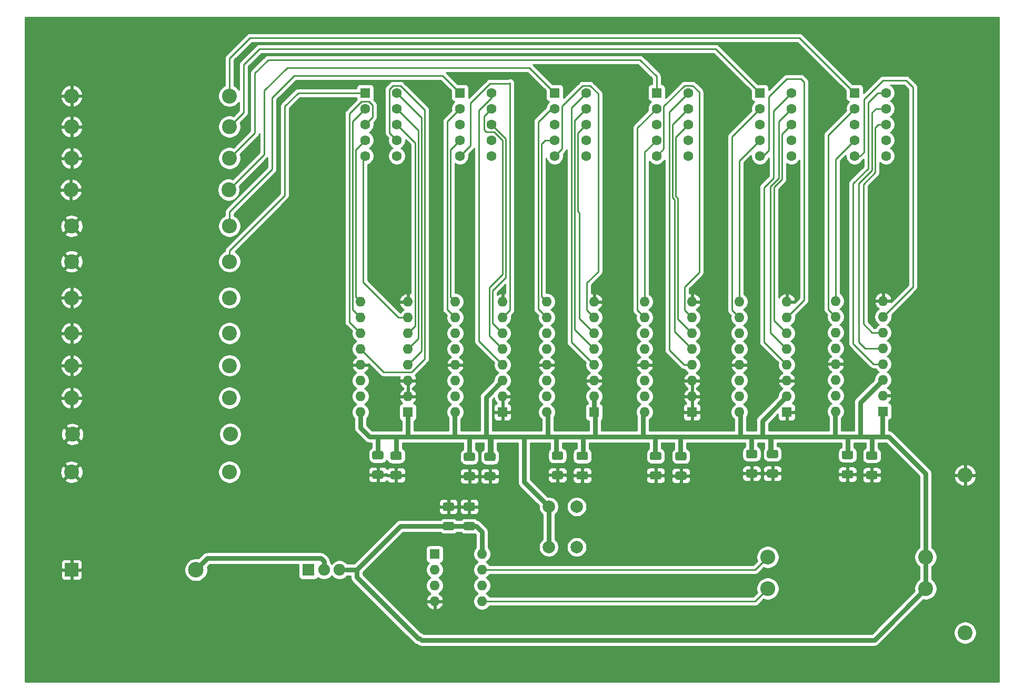
<source format=gtl>
%TF.GenerationSoftware,KiCad,Pcbnew,5.1.8+dfsg1-1*%
%TF.CreationDate,2020-11-15T23:58:27-05:00*%
%TF.ProjectId,cap_pcb,6361705f-7063-4622-9e6b-696361645f70,rev?*%
%TF.SameCoordinates,Original*%
%TF.FileFunction,Copper,L1,Top*%
%TF.FilePolarity,Positive*%
%FSLAX46Y46*%
G04 Gerber Fmt 4.6, Leading zero omitted, Abs format (unit mm)*
G04 Created by KiCad (PCBNEW 5.1.8+dfsg1-1) date 2020-11-15 23:58:27*
%MOMM*%
%LPD*%
G01*
G04 APERTURE LIST*
%TA.AperFunction,ComponentPad*%
%ADD10O,2.400000X2.400000*%
%TD*%
%TA.AperFunction,ComponentPad*%
%ADD11C,2.400000*%
%TD*%
%TA.AperFunction,ComponentPad*%
%ADD12R,1.600000X1.600000*%
%TD*%
%TA.AperFunction,ComponentPad*%
%ADD13O,1.600000X1.600000*%
%TD*%
%TA.AperFunction,ComponentPad*%
%ADD14C,2.000000*%
%TD*%
%TA.AperFunction,ComponentPad*%
%ADD15R,2.170000X2.170000*%
%TD*%
%TA.AperFunction,ComponentPad*%
%ADD16C,2.500000*%
%TD*%
%TA.AperFunction,ComponentPad*%
%ADD17R,1.900000X1.900000*%
%TD*%
%TA.AperFunction,ComponentPad*%
%ADD18C,1.900000*%
%TD*%
%TA.AperFunction,ComponentPad*%
%ADD19C,1.600000*%
%TD*%
%TA.AperFunction,Conductor*%
%ADD20C,0.762000*%
%TD*%
%TA.AperFunction,Conductor*%
%ADD21C,0.254000*%
%TD*%
%TA.AperFunction,Conductor*%
%ADD22C,0.100000*%
%TD*%
G04 APERTURE END LIST*
D10*
%TO.P,R13,2*%
%TO.N,GND*%
X81280000Y-32893000D03*
D11*
%TO.P,R13,1*%
%TO.N,Net-(R13-Pad1)*%
X106680000Y-32893000D03*
%TD*%
D12*
%TO.P,U3,1*%
%TO.N,VCC*%
X135382000Y-83820000D03*
D13*
%TO.P,U3,9*%
%TO.N,Net-(U3-Pad9)*%
X127762000Y-66040000D03*
%TO.P,U3,2*%
%TO.N,GND*%
X135382000Y-81280000D03*
%TO.P,U3,10*%
%TO.N,Net-(U3-Pad10)*%
X127762000Y-68580000D03*
%TO.P,U3,3*%
%TO.N,GND*%
X135382000Y-78740000D03*
%TO.P,U3,11*%
%TO.N,Net-(U3-Pad11)*%
X127762000Y-71120000D03*
%TO.P,U3,4*%
%TO.N,Net-(U3-Pad4)*%
X135382000Y-76200000D03*
%TO.P,U3,12*%
%TO.N,Net-(U3-Pad12)*%
X127762000Y-73660000D03*
%TO.P,U3,5*%
%TO.N,Net-(U3-Pad5)*%
X135382000Y-73660000D03*
%TO.P,U3,13*%
%TO.N,GND*%
X127762000Y-76200000D03*
%TO.P,U3,6*%
%TO.N,Net-(U3-Pad6)*%
X135382000Y-71120000D03*
%TO.P,U3,14*%
%TO.N,Net-(R1-Pad2)*%
X127762000Y-78740000D03*
%TO.P,U3,7*%
%TO.N,Net-(U3-Pad7)*%
X135382000Y-68580000D03*
%TO.P,U3,15*%
%TO.N,Net-(R0-Pad2)*%
X127762000Y-81280000D03*
%TO.P,U3,8*%
%TO.N,GND*%
X135382000Y-66040000D03*
%TO.P,U3,16*%
%TO.N,VCC*%
X127762000Y-83820000D03*
%TD*%
D14*
%TO.P,SW1,1*%
%TO.N,Net-(R14-Pad1)*%
X162560000Y-105560000D03*
%TO.P,SW1,2*%
%TO.N,VCC*%
X158060000Y-105560000D03*
%TO.P,SW1,1*%
%TO.N,Net-(R14-Pad1)*%
X162560000Y-99060000D03*
%TO.P,SW1,2*%
%TO.N,VCC*%
X158060000Y-99060000D03*
%TD*%
D10*
%TO.P,R14,2*%
%TO.N,GND*%
X225044000Y-93980000D03*
D11*
%TO.P,R14,1*%
%TO.N,Net-(R14-Pad1)*%
X225044000Y-119380000D03*
%TD*%
D15*
%TO.P,BAT1,Neg*%
%TO.N,GND*%
X81280000Y-109220000D03*
D16*
%TO.P,BAT1,Pos*%
%TO.N,Net-(BAT1-PadPos)*%
X101280000Y-109220000D03*
%TD*%
%TO.P,C0,2*%
%TO.N,GND*%
%TA.AperFunction,SMDPad,CuDef*%
G36*
G01*
X174609998Y-93356000D02*
X175910002Y-93356000D01*
G75*
G02*
X176160000Y-93605998I0J-249998D01*
G01*
X176160000Y-94431002D01*
G75*
G02*
X175910002Y-94681000I-249998J0D01*
G01*
X174609998Y-94681000D01*
G75*
G02*
X174360000Y-94431002I0J249998D01*
G01*
X174360000Y-93605998D01*
G75*
G02*
X174609998Y-93356000I249998J0D01*
G01*
G37*
%TD.AperFunction*%
%TO.P,C0,1*%
%TO.N,VCC*%
%TA.AperFunction,SMDPad,CuDef*%
G36*
G01*
X174609998Y-90231000D02*
X175910002Y-90231000D01*
G75*
G02*
X176160000Y-90480998I0J-249998D01*
G01*
X176160000Y-91306002D01*
G75*
G02*
X175910002Y-91556000I-249998J0D01*
G01*
X174609998Y-91556000D01*
G75*
G02*
X174360000Y-91306002I0J249998D01*
G01*
X174360000Y-90480998D01*
G75*
G02*
X174609998Y-90231000I249998J0D01*
G01*
G37*
%TD.AperFunction*%
%TD*%
%TO.P,C1,1*%
%TO.N,VCC*%
%TA.AperFunction,SMDPad,CuDef*%
G36*
G01*
X178673998Y-90269500D02*
X179974002Y-90269500D01*
G75*
G02*
X180224000Y-90519498I0J-249998D01*
G01*
X180224000Y-91344502D01*
G75*
G02*
X179974002Y-91594500I-249998J0D01*
G01*
X178673998Y-91594500D01*
G75*
G02*
X178424000Y-91344502I0J249998D01*
G01*
X178424000Y-90519498D01*
G75*
G02*
X178673998Y-90269500I249998J0D01*
G01*
G37*
%TD.AperFunction*%
%TO.P,C1,2*%
%TO.N,GND*%
%TA.AperFunction,SMDPad,CuDef*%
G36*
G01*
X178673998Y-93394500D02*
X179974002Y-93394500D01*
G75*
G02*
X180224000Y-93644498I0J-249998D01*
G01*
X180224000Y-94469502D01*
G75*
G02*
X179974002Y-94719500I-249998J0D01*
G01*
X178673998Y-94719500D01*
G75*
G02*
X178424000Y-94469502I0J249998D01*
G01*
X178424000Y-93644498D01*
G75*
G02*
X178673998Y-93394500I249998J0D01*
G01*
G37*
%TD.AperFunction*%
%TD*%
%TO.P,C2,2*%
%TO.N,GND*%
%TA.AperFunction,SMDPad,CuDef*%
G36*
G01*
X190054997Y-93034001D02*
X191355001Y-93034001D01*
G75*
G02*
X191604999Y-93283999I0J-249998D01*
G01*
X191604999Y-94109003D01*
G75*
G02*
X191355001Y-94359001I-249998J0D01*
G01*
X190054997Y-94359001D01*
G75*
G02*
X189804999Y-94109003I0J249998D01*
G01*
X189804999Y-93283999D01*
G75*
G02*
X190054997Y-93034001I249998J0D01*
G01*
G37*
%TD.AperFunction*%
%TO.P,C2,1*%
%TO.N,VCC*%
%TA.AperFunction,SMDPad,CuDef*%
G36*
G01*
X190054997Y-89909001D02*
X191355001Y-89909001D01*
G75*
G02*
X191604999Y-90158999I0J-249998D01*
G01*
X191604999Y-90984003D01*
G75*
G02*
X191355001Y-91234001I-249998J0D01*
G01*
X190054997Y-91234001D01*
G75*
G02*
X189804999Y-90984003I0J249998D01*
G01*
X189804999Y-90158999D01*
G75*
G02*
X190054997Y-89909001I249998J0D01*
G01*
G37*
%TD.AperFunction*%
%TD*%
%TO.P,C3,1*%
%TO.N,VCC*%
%TA.AperFunction,SMDPad,CuDef*%
G36*
G01*
X193404997Y-89909001D02*
X194705001Y-89909001D01*
G75*
G02*
X194954999Y-90158999I0J-249998D01*
G01*
X194954999Y-90984003D01*
G75*
G02*
X194705001Y-91234001I-249998J0D01*
G01*
X193404997Y-91234001D01*
G75*
G02*
X193154999Y-90984003I0J249998D01*
G01*
X193154999Y-90158999D01*
G75*
G02*
X193404997Y-89909001I249998J0D01*
G01*
G37*
%TD.AperFunction*%
%TO.P,C3,2*%
%TO.N,GND*%
%TA.AperFunction,SMDPad,CuDef*%
G36*
G01*
X193404997Y-93034001D02*
X194705001Y-93034001D01*
G75*
G02*
X194954999Y-93283999I0J-249998D01*
G01*
X194954999Y-94109003D01*
G75*
G02*
X194705001Y-94359001I-249998J0D01*
G01*
X193404997Y-94359001D01*
G75*
G02*
X193154999Y-94109003I0J249998D01*
G01*
X193154999Y-93283999D01*
G75*
G02*
X193404997Y-93034001I249998J0D01*
G01*
G37*
%TD.AperFunction*%
%TD*%
%TO.P,C4,2*%
%TO.N,GND*%
%TA.AperFunction,SMDPad,CuDef*%
G36*
G01*
X205470998Y-93190500D02*
X206771002Y-93190500D01*
G75*
G02*
X207021000Y-93440498I0J-249998D01*
G01*
X207021000Y-94265502D01*
G75*
G02*
X206771002Y-94515500I-249998J0D01*
G01*
X205470998Y-94515500D01*
G75*
G02*
X205221000Y-94265502I0J249998D01*
G01*
X205221000Y-93440498D01*
G75*
G02*
X205470998Y-93190500I249998J0D01*
G01*
G37*
%TD.AperFunction*%
%TO.P,C4,1*%
%TO.N,VCC*%
%TA.AperFunction,SMDPad,CuDef*%
G36*
G01*
X205470998Y-90065500D02*
X206771002Y-90065500D01*
G75*
G02*
X207021000Y-90315498I0J-249998D01*
G01*
X207021000Y-91140502D01*
G75*
G02*
X206771002Y-91390500I-249998J0D01*
G01*
X205470998Y-91390500D01*
G75*
G02*
X205221000Y-91140502I0J249998D01*
G01*
X205221000Y-90315498D01*
G75*
G02*
X205470998Y-90065500I249998J0D01*
G01*
G37*
%TD.AperFunction*%
%TD*%
%TO.P,C5,1*%
%TO.N,VCC*%
%TA.AperFunction,SMDPad,CuDef*%
G36*
G01*
X209375997Y-90163001D02*
X210676001Y-90163001D01*
G75*
G02*
X210925999Y-90412999I0J-249998D01*
G01*
X210925999Y-91238003D01*
G75*
G02*
X210676001Y-91488001I-249998J0D01*
G01*
X209375997Y-91488001D01*
G75*
G02*
X209125999Y-91238003I0J249998D01*
G01*
X209125999Y-90412999D01*
G75*
G02*
X209375997Y-90163001I249998J0D01*
G01*
G37*
%TD.AperFunction*%
%TO.P,C5,2*%
%TO.N,GND*%
%TA.AperFunction,SMDPad,CuDef*%
G36*
G01*
X209375997Y-93288001D02*
X210676001Y-93288001D01*
G75*
G02*
X210925999Y-93537999I0J-249998D01*
G01*
X210925999Y-94363003D01*
G75*
G02*
X210676001Y-94613001I-249998J0D01*
G01*
X209375997Y-94613001D01*
G75*
G02*
X209125999Y-94363003I0J249998D01*
G01*
X209125999Y-93537999D01*
G75*
G02*
X209375997Y-93288001I249998J0D01*
G01*
G37*
%TD.AperFunction*%
%TD*%
%TO.P,C6,1*%
%TO.N,VCC*%
%TA.AperFunction,SMDPad,CuDef*%
G36*
G01*
X142567003Y-102847999D02*
X141266999Y-102847999D01*
G75*
G02*
X141017001Y-102598001I0J249998D01*
G01*
X141017001Y-101772997D01*
G75*
G02*
X141266999Y-101522999I249998J0D01*
G01*
X142567003Y-101522999D01*
G75*
G02*
X142817001Y-101772997I0J-249998D01*
G01*
X142817001Y-102598001D01*
G75*
G02*
X142567003Y-102847999I-249998J0D01*
G01*
G37*
%TD.AperFunction*%
%TO.P,C6,2*%
%TO.N,GND*%
%TA.AperFunction,SMDPad,CuDef*%
G36*
G01*
X142567003Y-99722999D02*
X141266999Y-99722999D01*
G75*
G02*
X141017001Y-99473001I0J249998D01*
G01*
X141017001Y-98647997D01*
G75*
G02*
X141266999Y-98397999I249998J0D01*
G01*
X142567003Y-98397999D01*
G75*
G02*
X142817001Y-98647997I0J-249998D01*
G01*
X142817001Y-99473001D01*
G75*
G02*
X142567003Y-99722999I-249998J0D01*
G01*
G37*
%TD.AperFunction*%
%TD*%
%TO.P,C7,2*%
%TO.N,GND*%
%TA.AperFunction,SMDPad,CuDef*%
G36*
G01*
X145917003Y-99722999D02*
X144616999Y-99722999D01*
G75*
G02*
X144367001Y-99473001I0J249998D01*
G01*
X144367001Y-98647997D01*
G75*
G02*
X144616999Y-98397999I249998J0D01*
G01*
X145917003Y-98397999D01*
G75*
G02*
X146167001Y-98647997I0J-249998D01*
G01*
X146167001Y-99473001D01*
G75*
G02*
X145917003Y-99722999I-249998J0D01*
G01*
G37*
%TD.AperFunction*%
%TO.P,C7,1*%
%TO.N,VCC*%
%TA.AperFunction,SMDPad,CuDef*%
G36*
G01*
X145917003Y-102847999D02*
X144616999Y-102847999D01*
G75*
G02*
X144367001Y-102598001I0J249998D01*
G01*
X144367001Y-101772997D01*
G75*
G02*
X144616999Y-101522999I249998J0D01*
G01*
X145917003Y-101522999D01*
G75*
G02*
X146167001Y-101772997I0J-249998D01*
G01*
X146167001Y-102598001D01*
G75*
G02*
X145917003Y-102847999I-249998J0D01*
G01*
G37*
%TD.AperFunction*%
%TD*%
%TO.P,C8,2*%
%TO.N,GND*%
%TA.AperFunction,SMDPad,CuDef*%
G36*
G01*
X147939998Y-93483000D02*
X149240002Y-93483000D01*
G75*
G02*
X149490000Y-93732998I0J-249998D01*
G01*
X149490000Y-94558002D01*
G75*
G02*
X149240002Y-94808000I-249998J0D01*
G01*
X147939998Y-94808000D01*
G75*
G02*
X147690000Y-94558002I0J249998D01*
G01*
X147690000Y-93732998D01*
G75*
G02*
X147939998Y-93483000I249998J0D01*
G01*
G37*
%TD.AperFunction*%
%TO.P,C8,1*%
%TO.N,VCC*%
%TA.AperFunction,SMDPad,CuDef*%
G36*
G01*
X147939998Y-90358000D02*
X149240002Y-90358000D01*
G75*
G02*
X149490000Y-90607998I0J-249998D01*
G01*
X149490000Y-91433002D01*
G75*
G02*
X149240002Y-91683000I-249998J0D01*
G01*
X147939998Y-91683000D01*
G75*
G02*
X147690000Y-91433002I0J249998D01*
G01*
X147690000Y-90607998D01*
G75*
G02*
X147939998Y-90358000I249998J0D01*
G01*
G37*
%TD.AperFunction*%
%TD*%
%TO.P,C9,1*%
%TO.N,VCC*%
%TA.AperFunction,SMDPad,CuDef*%
G36*
G01*
X144637998Y-90358000D02*
X145938002Y-90358000D01*
G75*
G02*
X146188000Y-90607998I0J-249998D01*
G01*
X146188000Y-91433002D01*
G75*
G02*
X145938002Y-91683000I-249998J0D01*
G01*
X144637998Y-91683000D01*
G75*
G02*
X144388000Y-91433002I0J249998D01*
G01*
X144388000Y-90607998D01*
G75*
G02*
X144637998Y-90358000I249998J0D01*
G01*
G37*
%TD.AperFunction*%
%TO.P,C9,2*%
%TO.N,GND*%
%TA.AperFunction,SMDPad,CuDef*%
G36*
G01*
X144637998Y-93483000D02*
X145938002Y-93483000D01*
G75*
G02*
X146188000Y-93732998I0J-249998D01*
G01*
X146188000Y-94558002D01*
G75*
G02*
X145938002Y-94808000I-249998J0D01*
G01*
X144637998Y-94808000D01*
G75*
G02*
X144388000Y-94558002I0J249998D01*
G01*
X144388000Y-93732998D01*
G75*
G02*
X144637998Y-93483000I249998J0D01*
G01*
G37*
%TD.AperFunction*%
%TD*%
%TO.P,C10,2*%
%TO.N,GND*%
%TA.AperFunction,SMDPad,CuDef*%
G36*
G01*
X162798998Y-93356000D02*
X164099002Y-93356000D01*
G75*
G02*
X164349000Y-93605998I0J-249998D01*
G01*
X164349000Y-94431002D01*
G75*
G02*
X164099002Y-94681000I-249998J0D01*
G01*
X162798998Y-94681000D01*
G75*
G02*
X162549000Y-94431002I0J249998D01*
G01*
X162549000Y-93605998D01*
G75*
G02*
X162798998Y-93356000I249998J0D01*
G01*
G37*
%TD.AperFunction*%
%TO.P,C10,1*%
%TO.N,VCC*%
%TA.AperFunction,SMDPad,CuDef*%
G36*
G01*
X162798998Y-90231000D02*
X164099002Y-90231000D01*
G75*
G02*
X164349000Y-90480998I0J-249998D01*
G01*
X164349000Y-91306002D01*
G75*
G02*
X164099002Y-91556000I-249998J0D01*
G01*
X162798998Y-91556000D01*
G75*
G02*
X162549000Y-91306002I0J249998D01*
G01*
X162549000Y-90480998D01*
G75*
G02*
X162798998Y-90231000I249998J0D01*
G01*
G37*
%TD.AperFunction*%
%TD*%
%TO.P,C11,1*%
%TO.N,VCC*%
%TA.AperFunction,SMDPad,CuDef*%
G36*
G01*
X129905998Y-90104000D02*
X131206002Y-90104000D01*
G75*
G02*
X131456000Y-90353998I0J-249998D01*
G01*
X131456000Y-91179002D01*
G75*
G02*
X131206002Y-91429000I-249998J0D01*
G01*
X129905998Y-91429000D01*
G75*
G02*
X129656000Y-91179002I0J249998D01*
G01*
X129656000Y-90353998D01*
G75*
G02*
X129905998Y-90104000I249998J0D01*
G01*
G37*
%TD.AperFunction*%
%TO.P,C11,2*%
%TO.N,GND*%
%TA.AperFunction,SMDPad,CuDef*%
G36*
G01*
X129905998Y-93229000D02*
X131206002Y-93229000D01*
G75*
G02*
X131456000Y-93478998I0J-249998D01*
G01*
X131456000Y-94304002D01*
G75*
G02*
X131206002Y-94554000I-249998J0D01*
G01*
X129905998Y-94554000D01*
G75*
G02*
X129656000Y-94304002I0J249998D01*
G01*
X129656000Y-93478998D01*
G75*
G02*
X129905998Y-93229000I249998J0D01*
G01*
G37*
%TD.AperFunction*%
%TD*%
%TO.P,C12,2*%
%TO.N,GND*%
%TA.AperFunction,SMDPad,CuDef*%
G36*
G01*
X132826998Y-93317500D02*
X134127002Y-93317500D01*
G75*
G02*
X134377000Y-93567498I0J-249998D01*
G01*
X134377000Y-94392502D01*
G75*
G02*
X134127002Y-94642500I-249998J0D01*
G01*
X132826998Y-94642500D01*
G75*
G02*
X132577000Y-94392502I0J249998D01*
G01*
X132577000Y-93567498D01*
G75*
G02*
X132826998Y-93317500I249998J0D01*
G01*
G37*
%TD.AperFunction*%
%TO.P,C12,1*%
%TO.N,VCC*%
%TA.AperFunction,SMDPad,CuDef*%
G36*
G01*
X132826998Y-90192500D02*
X134127002Y-90192500D01*
G75*
G02*
X134377000Y-90442498I0J-249998D01*
G01*
X134377000Y-91267502D01*
G75*
G02*
X134127002Y-91517500I-249998J0D01*
G01*
X132826998Y-91517500D01*
G75*
G02*
X132577000Y-91267502I0J249998D01*
G01*
X132577000Y-90442498D01*
G75*
G02*
X132826998Y-90192500I249998J0D01*
G01*
G37*
%TD.AperFunction*%
%TD*%
%TO.P,C13,1*%
%TO.N,VCC*%
%TA.AperFunction,SMDPad,CuDef*%
G36*
G01*
X158815997Y-90182001D02*
X160116001Y-90182001D01*
G75*
G02*
X160365999Y-90431999I0J-249998D01*
G01*
X160365999Y-91257003D01*
G75*
G02*
X160116001Y-91507001I-249998J0D01*
G01*
X158815997Y-91507001D01*
G75*
G02*
X158565999Y-91257003I0J249998D01*
G01*
X158565999Y-90431999D01*
G75*
G02*
X158815997Y-90182001I249998J0D01*
G01*
G37*
%TD.AperFunction*%
%TO.P,C13,2*%
%TO.N,GND*%
%TA.AperFunction,SMDPad,CuDef*%
G36*
G01*
X158815997Y-93307001D02*
X160116001Y-93307001D01*
G75*
G02*
X160365999Y-93556999I0J-249998D01*
G01*
X160365999Y-94382003D01*
G75*
G02*
X160116001Y-94632001I-249998J0D01*
G01*
X158815997Y-94632001D01*
G75*
G02*
X158565999Y-94382003I0J249998D01*
G01*
X158565999Y-93556999D01*
G75*
G02*
X158815997Y-93307001I249998J0D01*
G01*
G37*
%TD.AperFunction*%
%TD*%
D10*
%TO.P,R0,2*%
%TO.N,Net-(R0-Pad2)*%
X193294000Y-107188000D03*
D11*
%TO.P,R0,1*%
%TO.N,VCC*%
X218694000Y-107188000D03*
%TD*%
%TO.P,R1,1*%
%TO.N,VCC*%
X218694000Y-112268000D03*
D10*
%TO.P,R1,2*%
%TO.N,Net-(R1-Pad2)*%
X193294000Y-112268000D03*
%TD*%
%TO.P,R2,2*%
%TO.N,GND*%
X81280000Y-42926000D03*
D11*
%TO.P,R2,1*%
%TO.N,Net-(R2-Pad1)*%
X106680000Y-42926000D03*
%TD*%
%TO.P,R3,1*%
%TO.N,Net-(R3-Pad1)*%
X106680000Y-76327000D03*
D10*
%TO.P,R3,2*%
%TO.N,GND*%
X81280000Y-76327000D03*
%TD*%
%TO.P,R4,2*%
%TO.N,Net-(R4-Pad2)*%
X106680000Y-93472000D03*
D11*
%TO.P,R4,1*%
%TO.N,GND*%
X81280000Y-93472000D03*
%TD*%
D10*
%TO.P,R5,2*%
%TO.N,Net-(R5-Pad2)*%
X106680000Y-59563000D03*
D11*
%TO.P,R5,1*%
%TO.N,GND*%
X81280000Y-59563000D03*
%TD*%
D10*
%TO.P,R6,2*%
%TO.N,Net-(R6-Pad2)*%
X106807000Y-87376000D03*
D11*
%TO.P,R6,1*%
%TO.N,GND*%
X81407000Y-87376000D03*
%TD*%
%TO.P,R7,1*%
%TO.N,GND*%
X81280000Y-53848000D03*
D10*
%TO.P,R7,2*%
%TO.N,Net-(R7-Pad2)*%
X106680000Y-53848000D03*
%TD*%
%TO.P,R8,2*%
%TO.N,GND*%
X81280000Y-81534000D03*
D11*
%TO.P,R8,1*%
%TO.N,Net-(R8-Pad1)*%
X106680000Y-81534000D03*
%TD*%
%TO.P,R9,1*%
%TO.N,Net-(R9-Pad1)*%
X106553000Y-48006000D03*
D10*
%TO.P,R9,2*%
%TO.N,GND*%
X81153000Y-48006000D03*
%TD*%
%TO.P,R10,2*%
%TO.N,GND*%
X81280000Y-71120000D03*
D11*
%TO.P,R10,1*%
%TO.N,Net-(R10-Pad1)*%
X106680000Y-71120000D03*
%TD*%
D10*
%TO.P,R11,2*%
%TO.N,GND*%
X81280000Y-37846000D03*
D11*
%TO.P,R11,1*%
%TO.N,Net-(R11-Pad1)*%
X106680000Y-37846000D03*
%TD*%
D10*
%TO.P,R12,2*%
%TO.N,GND*%
X81280000Y-65405000D03*
D11*
%TO.P,R12,1*%
%TO.N,Net-(R12-Pad1)*%
X106680000Y-65405000D03*
%TD*%
D17*
%TO.P,S1,1*%
%TO.N,Net-(S1-Pad1)*%
X119380000Y-109220000D03*
D18*
%TO.P,S1,2*%
%TO.N,Net-(BAT1-PadPos)*%
X121880000Y-109220000D03*
%TO.P,S1,3*%
%TO.N,VCC*%
X124380000Y-109220000D03*
%TD*%
D12*
%TO.P,U0,1*%
%TO.N,Net-(U0-Pad1)*%
X139700000Y-106680000D03*
D13*
%TO.P,U0,5*%
%TO.N,Net-(R1-Pad2)*%
X147320000Y-114300000D03*
%TO.P,U0,2*%
%TO.N,Net-(U0-Pad2)*%
X139700000Y-109220000D03*
%TO.P,U0,6*%
%TO.N,Net-(U0-Pad6)*%
X147320000Y-111760000D03*
%TO.P,U0,3*%
%TO.N,Net-(R14-Pad1)*%
X139700000Y-111760000D03*
%TO.P,U0,7*%
%TO.N,Net-(R0-Pad2)*%
X147320000Y-109220000D03*
%TO.P,U0,4*%
%TO.N,GND*%
X139700000Y-114300000D03*
%TO.P,U0,8*%
%TO.N,VCC*%
X147320000Y-106680000D03*
%TD*%
D12*
%TO.P,U1,1*%
%TO.N,GND*%
X181102000Y-83820000D03*
D13*
%TO.P,U1,9*%
%TO.N,Net-(U1-Pad9)*%
X173482000Y-66040000D03*
%TO.P,U1,2*%
%TO.N,GND*%
X181102000Y-81280000D03*
%TO.P,U1,10*%
%TO.N,Net-(U1-Pad10)*%
X173482000Y-68580000D03*
%TO.P,U1,3*%
%TO.N,GND*%
X181102000Y-78740000D03*
%TO.P,U1,11*%
%TO.N,Net-(U1-Pad11)*%
X173482000Y-71120000D03*
%TO.P,U1,4*%
%TO.N,Net-(U1-Pad4)*%
X181102000Y-76200000D03*
%TO.P,U1,12*%
%TO.N,Net-(U1-Pad12)*%
X173482000Y-73660000D03*
%TO.P,U1,5*%
%TO.N,Net-(U1-Pad5)*%
X181102000Y-73660000D03*
%TO.P,U1,13*%
%TO.N,GND*%
X173482000Y-76200000D03*
%TO.P,U1,6*%
%TO.N,Net-(U1-Pad6)*%
X181102000Y-71120000D03*
%TO.P,U1,14*%
%TO.N,Net-(R1-Pad2)*%
X173482000Y-78740000D03*
%TO.P,U1,7*%
%TO.N,Net-(U1-Pad7)*%
X181102000Y-68580000D03*
%TO.P,U1,15*%
%TO.N,Net-(R0-Pad2)*%
X173482000Y-81280000D03*
%TO.P,U1,8*%
%TO.N,GND*%
X181102000Y-66040000D03*
%TO.P,U1,16*%
%TO.N,VCC*%
X173482000Y-83820000D03*
%TD*%
D12*
%TO.P,U2,1*%
%TO.N,Net-(R2-Pad1)*%
X175387000Y-32385000D03*
D19*
%TO.P,U2,2*%
%TO.N,Net-(U1-Pad10)*%
X175387000Y-34925000D03*
%TO.P,U2,3*%
%TO.N,Net-(U1-Pad11)*%
X175387000Y-37465000D03*
%TO.P,U2,4*%
%TO.N,Net-(U1-Pad9)*%
X175387000Y-40005000D03*
%TO.P,U2,5*%
%TO.N,Net-(U1-Pad7)*%
X175387000Y-42545000D03*
%TO.P,U2,6*%
%TO.N,Net-(R3-Pad1)*%
X180467000Y-42545000D03*
%TO.P,U2,7*%
%TO.N,Net-(U1-Pad12)*%
X180467000Y-40005000D03*
%TO.P,U2,8*%
%TO.N,Net-(U1-Pad6)*%
X180467000Y-37465000D03*
%TO.P,U2,9*%
%TO.N,Net-(U1-Pad5)*%
X180467000Y-34925000D03*
%TO.P,U2,10*%
%TO.N,Net-(U1-Pad4)*%
X180467000Y-32385000D03*
%TD*%
D12*
%TO.P,U4,1*%
%TO.N,Net-(R5-Pad2)*%
X128524000Y-32385000D03*
D19*
%TO.P,U4,2*%
%TO.N,Net-(U3-Pad10)*%
X128524000Y-34925000D03*
%TO.P,U4,3*%
%TO.N,Net-(U3-Pad11)*%
X128524000Y-37465000D03*
%TO.P,U4,4*%
%TO.N,Net-(U3-Pad9)*%
X128524000Y-40005000D03*
%TO.P,U4,5*%
%TO.N,Net-(U3-Pad7)*%
X128524000Y-42545000D03*
%TO.P,U4,6*%
%TO.N,Net-(R4-Pad2)*%
X133604000Y-42545000D03*
%TO.P,U4,7*%
%TO.N,Net-(U3-Pad12)*%
X133604000Y-40005000D03*
%TO.P,U4,8*%
%TO.N,Net-(U3-Pad6)*%
X133604000Y-37465000D03*
%TO.P,U4,9*%
%TO.N,Net-(U3-Pad5)*%
X133604000Y-34925000D03*
%TO.P,U4,10*%
%TO.N,Net-(U3-Pad4)*%
X133604000Y-32385000D03*
%TD*%
D12*
%TO.P,U5,1*%
%TO.N,GND*%
X196342000Y-83820000D03*
D13*
%TO.P,U5,9*%
%TO.N,Net-(U5-Pad9)*%
X188722000Y-66040000D03*
%TO.P,U5,2*%
%TO.N,VCC*%
X196342000Y-81280000D03*
%TO.P,U5,10*%
%TO.N,Net-(U5-Pad10)*%
X188722000Y-68580000D03*
%TO.P,U5,3*%
%TO.N,GND*%
X196342000Y-78740000D03*
%TO.P,U5,11*%
%TO.N,Net-(U5-Pad11)*%
X188722000Y-71120000D03*
%TO.P,U5,4*%
%TO.N,Net-(U5-Pad4)*%
X196342000Y-76200000D03*
%TO.P,U5,12*%
%TO.N,Net-(U5-Pad12)*%
X188722000Y-73660000D03*
%TO.P,U5,5*%
%TO.N,Net-(U5-Pad5)*%
X196342000Y-73660000D03*
%TO.P,U5,13*%
%TO.N,GND*%
X188722000Y-76200000D03*
%TO.P,U5,6*%
%TO.N,Net-(U5-Pad6)*%
X196342000Y-71120000D03*
%TO.P,U5,14*%
%TO.N,Net-(R1-Pad2)*%
X188722000Y-78740000D03*
%TO.P,U5,7*%
%TO.N,Net-(U5-Pad7)*%
X196342000Y-68580000D03*
%TO.P,U5,15*%
%TO.N,Net-(R0-Pad2)*%
X188722000Y-81280000D03*
%TO.P,U5,8*%
%TO.N,GND*%
X196342000Y-66040000D03*
%TO.P,U5,16*%
%TO.N,VCC*%
X188722000Y-83820000D03*
%TD*%
D19*
%TO.P,U6,10*%
%TO.N,Net-(U5-Pad4)*%
X197104000Y-32385000D03*
%TO.P,U6,9*%
%TO.N,Net-(U5-Pad5)*%
X197104000Y-34925000D03*
%TO.P,U6,8*%
%TO.N,Net-(U5-Pad6)*%
X197104000Y-37465000D03*
%TO.P,U6,7*%
%TO.N,Net-(U5-Pad12)*%
X197104000Y-40005000D03*
%TO.P,U6,6*%
%TO.N,Net-(R10-Pad1)*%
X197104000Y-42545000D03*
%TO.P,U6,5*%
%TO.N,Net-(U5-Pad7)*%
X192024000Y-42545000D03*
%TO.P,U6,4*%
%TO.N,Net-(U5-Pad9)*%
X192024000Y-40005000D03*
%TO.P,U6,3*%
%TO.N,Net-(U5-Pad11)*%
X192024000Y-37465000D03*
%TO.P,U6,2*%
%TO.N,Net-(U5-Pad10)*%
X192024000Y-34925000D03*
D12*
%TO.P,U6,1*%
%TO.N,Net-(R11-Pad1)*%
X192024000Y-32385000D03*
%TD*%
D13*
%TO.P,U7,16*%
%TO.N,VCC*%
X157734000Y-83820000D03*
%TO.P,U7,8*%
%TO.N,GND*%
X165354000Y-66040000D03*
%TO.P,U7,15*%
%TO.N,Net-(R0-Pad2)*%
X157734000Y-81280000D03*
%TO.P,U7,7*%
%TO.N,Net-(U7-Pad7)*%
X165354000Y-68580000D03*
%TO.P,U7,14*%
%TO.N,Net-(R1-Pad2)*%
X157734000Y-78740000D03*
%TO.P,U7,6*%
%TO.N,Net-(U7-Pad6)*%
X165354000Y-71120000D03*
%TO.P,U7,13*%
%TO.N,GND*%
X157734000Y-76200000D03*
%TO.P,U7,5*%
%TO.N,Net-(U7-Pad5)*%
X165354000Y-73660000D03*
%TO.P,U7,12*%
%TO.N,Net-(U7-Pad12)*%
X157734000Y-73660000D03*
%TO.P,U7,4*%
%TO.N,Net-(U7-Pad4)*%
X165354000Y-76200000D03*
%TO.P,U7,11*%
%TO.N,Net-(U7-Pad11)*%
X157734000Y-71120000D03*
%TO.P,U7,3*%
%TO.N,GND*%
X165354000Y-78740000D03*
%TO.P,U7,10*%
%TO.N,Net-(U7-Pad10)*%
X157734000Y-68580000D03*
%TO.P,U7,2*%
%TO.N,VCC*%
X165354000Y-81280000D03*
%TO.P,U7,9*%
%TO.N,Net-(U7-Pad9)*%
X157734000Y-66040000D03*
D12*
%TO.P,U7,1*%
%TO.N,VCC*%
X165354000Y-83820000D03*
%TD*%
D19*
%TO.P,U8,10*%
%TO.N,Net-(U7-Pad4)*%
X164084000Y-32385000D03*
%TO.P,U8,9*%
%TO.N,Net-(U7-Pad5)*%
X164084000Y-34925000D03*
%TO.P,U8,8*%
%TO.N,Net-(U7-Pad6)*%
X164084000Y-37465000D03*
%TO.P,U8,7*%
%TO.N,Net-(U7-Pad12)*%
X164084000Y-40005000D03*
%TO.P,U8,6*%
%TO.N,Net-(R8-Pad1)*%
X164084000Y-42545000D03*
%TO.P,U8,5*%
%TO.N,Net-(U7-Pad7)*%
X159004000Y-42545000D03*
%TO.P,U8,4*%
%TO.N,Net-(U7-Pad9)*%
X159004000Y-40005000D03*
%TO.P,U8,3*%
%TO.N,Net-(U7-Pad11)*%
X159004000Y-37465000D03*
%TO.P,U8,2*%
%TO.N,Net-(U7-Pad10)*%
X159004000Y-34925000D03*
D12*
%TO.P,U8,1*%
%TO.N,Net-(R9-Pad1)*%
X159004000Y-32385000D03*
%TD*%
D13*
%TO.P,U9,16*%
%TO.N,VCC*%
X143002000Y-83820000D03*
%TO.P,U9,8*%
%TO.N,GND*%
X150622000Y-66040000D03*
%TO.P,U9,15*%
%TO.N,Net-(R0-Pad2)*%
X143002000Y-81280000D03*
%TO.P,U9,7*%
%TO.N,Net-(U10-Pad5)*%
X150622000Y-68580000D03*
%TO.P,U9,14*%
%TO.N,Net-(R1-Pad2)*%
X143002000Y-78740000D03*
%TO.P,U9,6*%
%TO.N,Net-(U10-Pad8)*%
X150622000Y-71120000D03*
%TO.P,U9,13*%
%TO.N,GND*%
X143002000Y-76200000D03*
%TO.P,U9,5*%
%TO.N,Net-(U10-Pad9)*%
X150622000Y-73660000D03*
%TO.P,U9,12*%
%TO.N,Net-(U10-Pad7)*%
X143002000Y-73660000D03*
%TO.P,U9,4*%
%TO.N,Net-(U10-Pad10)*%
X150622000Y-76200000D03*
%TO.P,U9,11*%
%TO.N,Net-(U10-Pad3)*%
X143002000Y-71120000D03*
%TO.P,U9,3*%
%TO.N,VCC*%
X150622000Y-78740000D03*
%TO.P,U9,10*%
%TO.N,Net-(U10-Pad2)*%
X143002000Y-68580000D03*
%TO.P,U9,2*%
%TO.N,GND*%
X150622000Y-81280000D03*
%TO.P,U9,9*%
%TO.N,Net-(U10-Pad4)*%
X143002000Y-66040000D03*
D12*
%TO.P,U9,1*%
%TO.N,GND*%
X150622000Y-83820000D03*
%TD*%
D19*
%TO.P,U10,10*%
%TO.N,Net-(U10-Pad10)*%
X148844000Y-32385000D03*
%TO.P,U10,9*%
%TO.N,Net-(U10-Pad9)*%
X148844000Y-34925000D03*
%TO.P,U10,8*%
%TO.N,Net-(U10-Pad8)*%
X148844000Y-37465000D03*
%TO.P,U10,7*%
%TO.N,Net-(U10-Pad7)*%
X148844000Y-40005000D03*
%TO.P,U10,6*%
%TO.N,Net-(R6-Pad2)*%
X148844000Y-42545000D03*
%TO.P,U10,5*%
%TO.N,Net-(U10-Pad5)*%
X143764000Y-42545000D03*
%TO.P,U10,4*%
%TO.N,Net-(U10-Pad4)*%
X143764000Y-40005000D03*
%TO.P,U10,3*%
%TO.N,Net-(U10-Pad3)*%
X143764000Y-37465000D03*
%TO.P,U10,2*%
%TO.N,Net-(U10-Pad2)*%
X143764000Y-34925000D03*
D12*
%TO.P,U10,1*%
%TO.N,Net-(R7-Pad2)*%
X143764000Y-32385000D03*
%TD*%
%TO.P,U11,1*%
%TO.N,Net-(R13-Pad1)*%
X207264000Y-32385000D03*
D19*
%TO.P,U11,2*%
%TO.N,Net-(U11-Pad2)*%
X207264000Y-34925000D03*
%TO.P,U11,3*%
%TO.N,Net-(U11-Pad3)*%
X207264000Y-37465000D03*
%TO.P,U11,4*%
%TO.N,Net-(U11-Pad4)*%
X207264000Y-40005000D03*
%TO.P,U11,5*%
%TO.N,Net-(U11-Pad5)*%
X207264000Y-42545000D03*
%TO.P,U11,6*%
%TO.N,Net-(R12-Pad1)*%
X212344000Y-42545000D03*
%TO.P,U11,7*%
%TO.N,Net-(U11-Pad7)*%
X212344000Y-40005000D03*
%TO.P,U11,8*%
%TO.N,Net-(U11-Pad8)*%
X212344000Y-37465000D03*
%TO.P,U11,9*%
%TO.N,Net-(U11-Pad9)*%
X212344000Y-34925000D03*
%TO.P,U11,10*%
%TO.N,Net-(U11-Pad10)*%
X212344000Y-32385000D03*
%TD*%
D13*
%TO.P,U12,16*%
%TO.N,VCC*%
X204216000Y-83693000D03*
%TO.P,U12,8*%
%TO.N,GND*%
X211836000Y-65913000D03*
%TO.P,U12,15*%
%TO.N,Net-(R0-Pad2)*%
X204216000Y-81153000D03*
%TO.P,U12,7*%
%TO.N,Net-(U11-Pad5)*%
X211836000Y-68453000D03*
%TO.P,U12,14*%
%TO.N,Net-(R1-Pad2)*%
X204216000Y-78613000D03*
%TO.P,U12,6*%
%TO.N,Net-(U11-Pad8)*%
X211836000Y-70993000D03*
%TO.P,U12,13*%
%TO.N,GND*%
X204216000Y-76073000D03*
%TO.P,U12,5*%
%TO.N,Net-(U11-Pad9)*%
X211836000Y-73533000D03*
%TO.P,U12,12*%
%TO.N,Net-(U11-Pad7)*%
X204216000Y-73533000D03*
%TO.P,U12,4*%
%TO.N,Net-(U11-Pad10)*%
X211836000Y-76073000D03*
%TO.P,U12,11*%
%TO.N,Net-(U11-Pad3)*%
X204216000Y-70993000D03*
%TO.P,U12,3*%
%TO.N,VCC*%
X211836000Y-78613000D03*
%TO.P,U12,10*%
%TO.N,Net-(U11-Pad2)*%
X204216000Y-68453000D03*
%TO.P,U12,2*%
%TO.N,GND*%
X211836000Y-81153000D03*
%TO.P,U12,9*%
%TO.N,Net-(U11-Pad4)*%
X204216000Y-65913000D03*
D12*
%TO.P,U12,1*%
%TO.N,VCC*%
X211836000Y-83693000D03*
%TD*%
D20*
%TO.N,Net-(BAT1-PadPos)*%
X101280000Y-109220000D02*
X103124000Y-107376000D01*
X121880000Y-107876498D02*
X121880000Y-109220000D01*
X121379502Y-107376000D02*
X121880000Y-107876498D01*
X103124000Y-107376000D02*
X121379502Y-107376000D01*
D21*
%TO.N,VCC*%
X124380000Y-109220000D02*
X124460000Y-109220000D01*
X135763000Y-83820000D02*
X135382000Y-83820000D01*
X218694000Y-107188000D02*
X218694000Y-93345000D01*
X218694000Y-93345000D02*
X213106000Y-87757000D01*
X135509000Y-83947000D02*
X135382000Y-83820000D01*
X145161000Y-90893500D02*
X145288000Y-91020500D01*
X148971000Y-90639500D02*
X148590000Y-91020500D01*
X157607000Y-87757000D02*
X157607000Y-83947000D01*
X157607000Y-83947000D02*
X157734000Y-83820000D01*
X163576000Y-87757000D02*
X159258000Y-87757000D01*
X165227000Y-83947000D02*
X165354000Y-83820000D01*
X165227000Y-87757000D02*
X165227000Y-83947000D01*
X165227000Y-87757000D02*
X163576000Y-87757000D01*
X173228000Y-87757000D02*
X165227000Y-87757000D01*
X175006000Y-90639500D02*
X175260000Y-90893500D01*
X175006000Y-87757000D02*
X175006000Y-90639500D01*
X175006000Y-87757000D02*
X173228000Y-87757000D01*
X179197000Y-87757000D02*
X175006000Y-87757000D01*
X190704999Y-87933001D02*
X190881000Y-87757000D01*
X190704999Y-90571501D02*
X190704999Y-87933001D01*
X194054999Y-87882999D02*
X193929000Y-87757000D01*
X194054999Y-90571501D02*
X194054999Y-87882999D01*
X188722000Y-83820000D02*
X188722000Y-87757000D01*
X188722000Y-87757000D02*
X179197000Y-87757000D01*
X190881000Y-87757000D02*
X188722000Y-87757000D01*
X192151000Y-85471000D02*
X192151000Y-87757000D01*
X196342000Y-81280000D02*
X192151000Y-85471000D01*
X192151000Y-87757000D02*
X190881000Y-87757000D01*
X210058000Y-87757000D02*
X210058000Y-90793500D01*
X210058000Y-90793500D02*
X210025999Y-90825501D01*
X205867000Y-87757000D02*
X204089000Y-87757000D01*
X204089000Y-87757000D02*
X193929000Y-87757000D01*
X211582000Y-83947000D02*
X211836000Y-83693000D01*
X211582000Y-87757000D02*
X211582000Y-83947000D01*
X213106000Y-87757000D02*
X211582000Y-87757000D01*
X211582000Y-87757000D02*
X210058000Y-87757000D01*
X210058000Y-87757000D02*
X208153000Y-87757000D01*
X208153000Y-87757000D02*
X205867000Y-87757000D01*
X130429000Y-90639500D02*
X130556000Y-90766500D01*
X133731000Y-90601000D02*
X133477000Y-90855000D01*
X157607000Y-87757000D02*
X154051000Y-87757000D01*
X135509000Y-87757000D02*
X135509000Y-83947000D01*
X133731000Y-87757000D02*
X130429000Y-87757000D01*
X133731000Y-87757000D02*
X133731000Y-90601000D01*
X130429000Y-87757000D02*
X129159000Y-87757000D01*
X130429000Y-87757000D02*
X130429000Y-90639500D01*
X143002000Y-87757000D02*
X143002000Y-83820000D01*
X145161000Y-87757000D02*
X143002000Y-87757000D01*
X145161000Y-87757000D02*
X145161000Y-90893500D01*
X148971000Y-87757000D02*
X147955000Y-87757000D01*
X148971000Y-87757000D02*
X148971000Y-90639500D01*
X147955000Y-87757000D02*
X145161000Y-87757000D01*
X154051000Y-87757000D02*
X148971000Y-87757000D01*
D20*
X158060000Y-105560000D02*
X158060000Y-99060000D01*
X154051000Y-95051000D02*
X154051000Y-87757000D01*
X158060000Y-99060000D02*
X154051000Y-95051000D01*
X147955000Y-81407000D02*
X150622000Y-78740000D01*
X147955000Y-87757000D02*
X147955000Y-81407000D01*
X148590000Y-91020500D02*
X148590000Y-87884000D01*
X148463000Y-87757000D02*
X147955000Y-87757000D01*
X148590000Y-87884000D02*
X148463000Y-87757000D01*
X154051000Y-87757000D02*
X148463000Y-87757000D01*
X145288000Y-91020500D02*
X145288000Y-87884000D01*
X145415000Y-87757000D02*
X145288000Y-87884000D01*
X147955000Y-87757000D02*
X145415000Y-87757000D01*
X145415000Y-87757000D02*
X142875000Y-87757000D01*
D21*
X142875000Y-87757000D02*
X135509000Y-87757000D01*
X143002000Y-87757000D02*
X142875000Y-87757000D01*
D20*
X142875000Y-83947000D02*
X143002000Y-83820000D01*
X142875000Y-87757000D02*
X142875000Y-83947000D01*
X129159000Y-87757000D02*
X127762000Y-86360000D01*
X127762000Y-86360000D02*
X127762000Y-83820000D01*
X135382000Y-87630000D02*
X135255000Y-87757000D01*
X135382000Y-83820000D02*
X135382000Y-87630000D01*
D21*
X135255000Y-87757000D02*
X133731000Y-87757000D01*
X135509000Y-87757000D02*
X135255000Y-87757000D01*
D20*
X133477000Y-90855000D02*
X133477000Y-87757000D01*
X142875000Y-87757000D02*
X133477000Y-87757000D01*
X130556000Y-87884000D02*
X130683000Y-87757000D01*
X130556000Y-90766500D02*
X130556000Y-87884000D01*
X130683000Y-87757000D02*
X129159000Y-87757000D01*
X133477000Y-87757000D02*
X130683000Y-87757000D01*
X218694000Y-93726000D02*
X218694000Y-107188000D01*
X212725000Y-87757000D02*
X218694000Y-93726000D01*
X218694000Y-112268000D02*
X218694000Y-107188000D01*
X210439000Y-120523000D02*
X137541000Y-120523000D01*
X218694000Y-112268000D02*
X210439000Y-120523000D01*
X137287000Y-120269000D02*
X137033000Y-120269000D01*
D21*
X137287000Y-120269000D02*
X137541000Y-120523000D01*
D20*
X127127000Y-110363000D02*
X127127000Y-109220000D01*
X137033000Y-120269000D02*
X127127000Y-110363000D01*
X125476000Y-109220000D02*
X127127000Y-109220000D01*
D21*
X124380000Y-109220000D02*
X125476000Y-109220000D01*
D20*
X127127000Y-109220000D02*
X134161501Y-102185499D01*
X134161501Y-102185499D02*
X141917001Y-102185499D01*
X141917001Y-102185499D02*
X145267001Y-102185499D01*
X147320000Y-104140000D02*
X147320000Y-103759000D01*
X147320000Y-103759000D02*
X147320000Y-103632000D01*
X147320000Y-103759000D02*
X147320000Y-103124000D01*
X146381499Y-102185499D02*
X145267001Y-102185499D01*
X147320000Y-103124000D02*
X146381499Y-102185499D01*
X147320000Y-104140000D02*
X147320000Y-106680000D01*
X206121000Y-88011000D02*
X205867000Y-87757000D01*
X206121000Y-90728000D02*
X206121000Y-88011000D01*
X210025999Y-87916001D02*
X210185000Y-87757000D01*
X210025999Y-90825501D02*
X210025999Y-87916001D01*
X211709000Y-83820000D02*
X211836000Y-83693000D01*
X211709000Y-87757000D02*
X211709000Y-83820000D01*
X210185000Y-87757000D02*
X211709000Y-87757000D01*
X211709000Y-87757000D02*
X212725000Y-87757000D01*
X208153000Y-82296000D02*
X211836000Y-78613000D01*
X208153000Y-87757000D02*
X208153000Y-82296000D01*
X204089000Y-83820000D02*
X204216000Y-83693000D01*
X204089000Y-87757000D02*
X204089000Y-83820000D01*
X192405000Y-87757000D02*
X192405000Y-85217000D01*
X192405000Y-85217000D02*
X196342000Y-81280000D01*
X192405000Y-87757000D02*
X210185000Y-87757000D01*
X188849000Y-83947000D02*
X188722000Y-83820000D01*
X188849000Y-87757000D02*
X188849000Y-83947000D01*
X190627000Y-90493502D02*
X190704999Y-90571501D01*
X190627000Y-87757000D02*
X190627000Y-90493502D01*
X188849000Y-87757000D02*
X190627000Y-87757000D01*
X190627000Y-87757000D02*
X192405000Y-87757000D01*
X193675000Y-90191502D02*
X194054999Y-90571501D01*
X193675000Y-87757000D02*
X193675000Y-90191502D01*
D21*
X193929000Y-87757000D02*
X193675000Y-87757000D01*
X193675000Y-87757000D02*
X192151000Y-87757000D01*
D20*
X175133000Y-90766500D02*
X175260000Y-90893500D01*
X175133000Y-87757000D02*
X175133000Y-90766500D01*
X175133000Y-87757000D02*
X188849000Y-87757000D01*
X179197000Y-90805000D02*
X179324000Y-90932000D01*
X179197000Y-87757000D02*
X179197000Y-90805000D01*
X173228000Y-84074000D02*
X173482000Y-83820000D01*
X173228000Y-87376000D02*
X173228000Y-84074000D01*
D21*
X173228000Y-87757000D02*
X173228000Y-87376000D01*
D20*
X154051000Y-87757000D02*
X165481000Y-87757000D01*
X165481000Y-83947000D02*
X165354000Y-83820000D01*
X165481000Y-87757000D02*
X165481000Y-83947000D01*
X165481000Y-87757000D02*
X175133000Y-87757000D01*
X165354000Y-83820000D02*
X165354000Y-81280000D01*
X163576000Y-90766500D02*
X163449000Y-90893500D01*
X163576000Y-87757000D02*
X163576000Y-90766500D01*
X159258000Y-90636502D02*
X159465999Y-90844501D01*
X159258000Y-87757000D02*
X159258000Y-90636502D01*
X157861000Y-83947000D02*
X157734000Y-83820000D01*
X157861000Y-87757000D02*
X157861000Y-83947000D01*
D21*
X159258000Y-87757000D02*
X157861000Y-87757000D01*
X157861000Y-87757000D02*
X157607000Y-87757000D01*
%TO.N,Net-(R0-Pad2)*%
X191262000Y-109220000D02*
X193294000Y-107188000D01*
X147320000Y-109220000D02*
X191262000Y-109220000D01*
%TO.N,Net-(R1-Pad2)*%
X191262000Y-114300000D02*
X193294000Y-112268000D01*
X147320000Y-114300000D02*
X191262000Y-114300000D01*
X143002000Y-78740000D02*
X143510000Y-78740000D01*
%TO.N,Net-(R2-Pad1)*%
X175387000Y-29718000D02*
X175387000Y-32385000D01*
X172720000Y-27051000D02*
X175387000Y-29718000D01*
X110744000Y-29210000D02*
X112903000Y-27051000D01*
X110744000Y-38862000D02*
X110744000Y-29210000D01*
X112903000Y-27051000D02*
X172720000Y-27051000D01*
X106680000Y-42926000D02*
X110744000Y-38862000D01*
%TO.N,Net-(R5-Pad2)*%
X106680000Y-59563000D02*
X106680000Y-57785000D01*
X106680000Y-57785000D02*
X115570000Y-48895000D01*
X115570000Y-48895000D02*
X115570000Y-34544000D01*
X117729000Y-32385000D02*
X128524000Y-32385000D01*
X115570000Y-34544000D02*
X117729000Y-32385000D01*
%TO.N,Net-(R7-Pad2)*%
X106680000Y-53848000D02*
X106680000Y-51562000D01*
X106680000Y-51562000D02*
X113538000Y-44704000D01*
X113538000Y-44704000D02*
X113538000Y-33147000D01*
X113538000Y-33147000D02*
X117094000Y-29591000D01*
X140970000Y-29591000D02*
X143764000Y-32385000D01*
X117094000Y-29591000D02*
X140970000Y-29591000D01*
%TO.N,Net-(R9-Pad1)*%
X106553000Y-48006000D02*
X112268000Y-42291000D01*
X112268000Y-42291000D02*
X112268000Y-32004000D01*
X112268000Y-32004000D02*
X115951000Y-28321000D01*
X154940000Y-28321000D02*
X159004000Y-32385000D01*
X115951000Y-28321000D02*
X154940000Y-28321000D01*
%TO.N,Net-(R11-Pad1)*%
X106680000Y-37846000D02*
X108966000Y-35560000D01*
X108966000Y-35560000D02*
X108966000Y-27813000D01*
X108966000Y-27813000D02*
X111506000Y-25273000D01*
X111506000Y-25273000D02*
X184912000Y-25273000D01*
X184912000Y-25273000D02*
X192024000Y-32385000D01*
%TO.N,Net-(R13-Pad1)*%
X198374000Y-23495000D02*
X207264000Y-32385000D01*
X109982000Y-23495000D02*
X198374000Y-23495000D01*
X106680000Y-26797000D02*
X109982000Y-23495000D01*
X106680000Y-32893000D02*
X106680000Y-26797000D01*
%TO.N,Net-(U1-Pad7)*%
X176568001Y-41363999D02*
X175387000Y-42545000D01*
X176568001Y-34536117D02*
X176568001Y-41363999D01*
X181190999Y-31203999D02*
X179900119Y-31203999D01*
X182245010Y-32258010D02*
X181190999Y-31203999D01*
X182245010Y-61297424D02*
X182245010Y-32258010D01*
X179900119Y-31203999D02*
X176568001Y-34536117D01*
X179920999Y-63621435D02*
X182245010Y-61297424D01*
X179920999Y-67398999D02*
X179920999Y-63621435D01*
X181102000Y-68580000D02*
X179920999Y-67398999D01*
%TO.N,Net-(U1-Pad6)*%
X181102000Y-71120000D02*
X178816000Y-68834000D01*
X178435000Y-39497000D02*
X180467000Y-37465000D01*
X178435000Y-49022000D02*
X178435000Y-39497000D01*
X178816009Y-64134991D02*
X178816009Y-49403009D01*
X178816000Y-64135000D02*
X178816009Y-64134991D01*
X178816000Y-68834000D02*
X178816000Y-64135000D01*
X178816000Y-64135000D02*
X178816000Y-64008000D01*
X178816009Y-49403009D02*
X178435000Y-49022000D01*
%TO.N,Net-(U1-Pad5)*%
X181102000Y-73660000D02*
X178308000Y-70866000D01*
X178308000Y-49613434D02*
X177927000Y-49232434D01*
X178308000Y-70866000D02*
X178308000Y-49613434D01*
X177927000Y-37465000D02*
X180467000Y-34925000D01*
X177927000Y-49232434D02*
X177927000Y-37465000D01*
%TO.N,Net-(U1-Pad4)*%
X177418991Y-35433009D02*
X180467000Y-32385000D01*
X181102000Y-76200000D02*
X179832000Y-76200000D01*
X179832000Y-76200000D02*
X177418991Y-73786991D01*
X177418991Y-73786991D02*
X177418991Y-35433009D01*
%TO.N,Net-(U1-Pad10)*%
X172300999Y-38011001D02*
X175387000Y-34925000D01*
X172300999Y-67398999D02*
X172300999Y-38011001D01*
X173482000Y-68580000D02*
X172300999Y-67398999D01*
%TO.N,Net-(U1-Pad9)*%
X173482000Y-41910000D02*
X175387000Y-40005000D01*
X173482000Y-66040000D02*
X173482000Y-41910000D01*
%TO.N,Net-(U3-Pad7)*%
X135382000Y-68580000D02*
X133858000Y-68580000D01*
X133858000Y-68580000D02*
X128143000Y-62865000D01*
X128143000Y-42926000D02*
X128524000Y-42545000D01*
X128143000Y-62865000D02*
X128143000Y-42926000D01*
%TO.N,Net-(U3-Pad6)*%
X136563001Y-40424001D02*
X133604000Y-37465000D01*
X136563001Y-69938999D02*
X136563001Y-40424001D01*
X135382000Y-71120000D02*
X136563001Y-69938999D01*
%TO.N,Net-(U3-Pad5)*%
X137071010Y-71970990D02*
X137071010Y-38392010D01*
X137071010Y-38392010D02*
X133604000Y-34925000D01*
X135382000Y-73660000D02*
X137071010Y-71970990D01*
%TO.N,Net-(U3-Pad12)*%
X127762000Y-73660000D02*
X127762000Y-73787000D01*
X132422999Y-38823999D02*
X133604000Y-40005000D01*
X132422999Y-31818119D02*
X132422999Y-38823999D01*
X133037119Y-31203999D02*
X132422999Y-31818119D01*
X134170881Y-31203999D02*
X133037119Y-31203999D01*
X138087028Y-35120146D02*
X134170881Y-31203999D01*
X138087028Y-75242854D02*
X138087028Y-35120146D01*
X135948881Y-77381001D02*
X138087028Y-75242854D01*
X131483001Y-77381001D02*
X135948881Y-77381001D01*
X127762000Y-73660000D02*
X131483001Y-77381001D01*
%TO.N,Net-(U3-Pad4)*%
X137579019Y-36360019D02*
X133604000Y-32385000D01*
X137579019Y-74002981D02*
X137579019Y-36360019D01*
X135382000Y-76200000D02*
X137579019Y-74002981D01*
%TO.N,Net-(U3-Pad11)*%
X129705001Y-36283999D02*
X128524000Y-37465000D01*
X129090881Y-33743999D02*
X129705001Y-34358119D01*
X129705001Y-34358119D02*
X129705001Y-36283999D01*
X127957119Y-33743999D02*
X129090881Y-33743999D01*
X125945983Y-35755135D02*
X127957119Y-33743999D01*
X125945983Y-69303983D02*
X125945983Y-35755135D01*
X127762000Y-71120000D02*
X125945983Y-69303983D01*
%TO.N,Net-(U3-Pad10)*%
X126453992Y-36995008D02*
X128524000Y-34925000D01*
X126453992Y-67271992D02*
X126453992Y-36995008D01*
X127762000Y-68580000D02*
X126453992Y-67271992D01*
%TO.N,Net-(U3-Pad9)*%
X126962001Y-41566999D02*
X128524000Y-40005000D01*
X126962001Y-65240001D02*
X126962001Y-41566999D01*
X127762000Y-66040000D02*
X126962001Y-65240001D01*
%TO.N,Net-(U5-Pad7)*%
X193421000Y-41656000D02*
X192532000Y-42545000D01*
X193421000Y-33020000D02*
X193421000Y-41656000D01*
X196342000Y-30099000D02*
X193421000Y-33020000D01*
X198628000Y-30099000D02*
X196342000Y-30099000D01*
X192532000Y-42545000D02*
X192024000Y-42545000D01*
X199136000Y-30607000D02*
X198628000Y-30099000D01*
X199136000Y-65786000D02*
X199136000Y-30607000D01*
X196342000Y-68580000D02*
X199136000Y-65786000D01*
%TO.N,Net-(U5-Pad6)*%
X195580000Y-46311434D02*
X195580000Y-38989000D01*
X194310000Y-47581434D02*
X195580000Y-46311434D01*
X195580000Y-38989000D02*
X197104000Y-37465000D01*
X194310000Y-69088000D02*
X194310000Y-47581434D01*
X196342000Y-71120000D02*
X194310000Y-69088000D01*
%TO.N,Net-(U5-Pad5)*%
X195072000Y-36957000D02*
X197104000Y-34925000D01*
X195072000Y-46101000D02*
X195072000Y-36957000D01*
X193675000Y-47498000D02*
X195072000Y-46101000D01*
X193675000Y-70993000D02*
X193675000Y-47498000D01*
X196342000Y-73660000D02*
X193675000Y-70993000D01*
%TO.N,Net-(U5-Pad4)*%
X196342000Y-76200000D02*
X192659000Y-72517000D01*
X192659000Y-72517000D02*
X192659000Y-47625000D01*
X192659000Y-47625000D02*
X194183000Y-46101000D01*
X194183000Y-35306000D02*
X197104000Y-32385000D01*
X194183000Y-46101000D02*
X194183000Y-35306000D01*
%TO.N,Net-(U5-Pad10)*%
X187540999Y-39408001D02*
X192024000Y-34925000D01*
X187540999Y-67398999D02*
X187540999Y-39408001D01*
X188722000Y-68580000D02*
X187540999Y-67398999D01*
%TO.N,Net-(U5-Pad9)*%
X188722000Y-43307000D02*
X192024000Y-40005000D01*
X188722000Y-66040000D02*
X188722000Y-43307000D01*
%TO.N,Net-(U7-Pad9)*%
X157480000Y-40005000D02*
X159004000Y-40005000D01*
X156845000Y-40640000D02*
X157480000Y-40005000D01*
X156845000Y-65151000D02*
X156845000Y-40640000D01*
X157734000Y-66040000D02*
X156845000Y-65151000D01*
%TO.N,Net-(U7-Pad10)*%
X156336990Y-37084010D02*
X158496000Y-34925000D01*
X158496000Y-34925000D02*
X159004000Y-34925000D01*
X156336990Y-67182990D02*
X156336990Y-37084010D01*
X157734000Y-68580000D02*
X156336990Y-67182990D01*
%TO.N,Net-(U7-Pad4)*%
X165354000Y-76200000D02*
X161671000Y-72517000D01*
X161671000Y-34798000D02*
X164084000Y-32385000D01*
X161671000Y-72517000D02*
X161671000Y-34798000D01*
%TO.N,Net-(U7-Pad5)*%
X165354000Y-73660000D02*
X162179000Y-70485000D01*
X162179000Y-36830000D02*
X164084000Y-34925000D01*
X162179000Y-70485000D02*
X162179000Y-36830000D01*
%TO.N,Net-(U7-Pad6)*%
X162687010Y-38861990D02*
X164084000Y-37465000D01*
X162941000Y-51688980D02*
X162687010Y-51434990D01*
X162941000Y-68707000D02*
X162941000Y-51688980D01*
X165354000Y-71120000D02*
X162941000Y-68707000D01*
X162687010Y-51434990D02*
X162687010Y-38861990D01*
%TO.N,Net-(U7-Pad7)*%
X160185001Y-41363999D02*
X159004000Y-42545000D01*
X163517119Y-31203999D02*
X160185001Y-34536117D01*
X164650881Y-31203999D02*
X163517119Y-31203999D01*
X165989010Y-32542128D02*
X164650881Y-31203999D01*
X165989010Y-61170424D02*
X165989010Y-32542128D01*
X160185001Y-34536117D02*
X160185001Y-41363999D01*
X164172999Y-62986435D02*
X165989010Y-61170424D01*
X164172999Y-67398999D02*
X164172999Y-62986435D01*
X165354000Y-68580000D02*
X164172999Y-67398999D01*
%TO.N,Net-(U10-Pad4)*%
X142202001Y-41566999D02*
X143764000Y-40005000D01*
X142202001Y-65240001D02*
X142202001Y-41566999D01*
X143002000Y-66040000D02*
X142202001Y-65240001D01*
%TO.N,Net-(U10-Pad2)*%
X141693991Y-36995009D02*
X143764000Y-34925000D01*
X141693991Y-67271991D02*
X141693991Y-36995009D01*
X143002000Y-68580000D02*
X141693991Y-67271991D01*
%TO.N,Net-(U10-Pad10)*%
X146812000Y-72390000D02*
X150622000Y-76200000D01*
X146812000Y-35209118D02*
X146812000Y-72390000D01*
X148844000Y-33177118D02*
X146812000Y-35209118D01*
X148844000Y-32385000D02*
X148844000Y-33177118D01*
%TO.N,Net-(U10-Pad9)*%
X150622000Y-73660000D02*
X148462990Y-71500990D01*
X148462990Y-71500990D02*
X148462990Y-63754010D01*
X149263001Y-38646001D02*
X147993001Y-38646001D01*
X150621990Y-40004990D02*
X149263001Y-38646001D01*
X150621990Y-61595010D02*
X150621990Y-40004990D01*
X148462990Y-63754010D02*
X150621990Y-61595010D01*
X147662999Y-38315999D02*
X147662999Y-36156999D01*
X147993001Y-38646001D02*
X147662999Y-38315999D01*
X148844000Y-34975998D02*
X148844000Y-34925000D01*
X147662999Y-36156999D02*
X148844000Y-34975998D01*
%TO.N,Net-(U10-Pad8)*%
X150622000Y-71120000D02*
X148971000Y-69469000D01*
X148971000Y-69469000D02*
X148971000Y-64262000D01*
X148971000Y-64262000D02*
X151130000Y-62103000D01*
X151130000Y-39751000D02*
X148844000Y-37465000D01*
X151130000Y-62103000D02*
X151130000Y-39751000D01*
%TO.N,Net-(U10-Pad5)*%
X151803001Y-67398999D02*
X151803001Y-30772001D01*
X150622000Y-68580000D02*
X151803001Y-67398999D01*
X151803001Y-30772001D02*
X151714002Y-30861000D01*
X148620118Y-30861000D02*
X145415000Y-34066118D01*
X151714002Y-30861000D02*
X148620118Y-30861000D01*
X145415000Y-40894000D02*
X143764000Y-42545000D01*
X145415000Y-34066118D02*
X145415000Y-40894000D01*
%TO.N,Net-(U11-Pad2)*%
X203034999Y-39154001D02*
X207264000Y-34925000D01*
X203034999Y-67271999D02*
X203034999Y-39154001D01*
X204216000Y-68453000D02*
X203034999Y-67271999D01*
%TO.N,Net-(U11-Pad4)*%
X204216000Y-43053000D02*
X207264000Y-40005000D01*
X204216000Y-65913000D02*
X204216000Y-43053000D01*
%TO.N,Net-(U11-Pad5)*%
X208153000Y-42545000D02*
X207264000Y-42545000D01*
X208788000Y-41910000D02*
X208153000Y-42545000D01*
X208788000Y-33401000D02*
X208788000Y-41910000D01*
X211836000Y-30353000D02*
X208788000Y-33401000D01*
X215519000Y-30353000D02*
X211836000Y-30353000D01*
X216662000Y-63627000D02*
X216662000Y-31496000D01*
X216662000Y-31496000D02*
X215519000Y-30353000D01*
X211836000Y-68453000D02*
X216662000Y-63627000D01*
%TO.N,Net-(U11-Pad8)*%
X211836000Y-70993000D02*
X210058000Y-70993000D01*
X210058000Y-70993000D02*
X208661000Y-69596000D01*
X208661000Y-69596000D02*
X208661000Y-47117000D01*
X208661000Y-47117000D02*
X210566000Y-45212000D01*
X210566000Y-45212000D02*
X210566000Y-37973000D01*
X211074000Y-37465000D02*
X212344000Y-37465000D01*
X210566000Y-37973000D02*
X211074000Y-37465000D01*
%TO.N,Net-(U11-Pad9)*%
X211836000Y-73533000D02*
X208915000Y-73533000D01*
X208915000Y-73533000D02*
X207899000Y-72517000D01*
X207899000Y-72517000D02*
X207899000Y-46990000D01*
X207899000Y-46990000D02*
X210058000Y-44831000D01*
X210058000Y-44831000D02*
X210058000Y-35560000D01*
X210693000Y-34925000D02*
X212344000Y-34925000D01*
X210058000Y-35560000D02*
X210693000Y-34925000D01*
%TO.N,Net-(U11-Pad10)*%
X211836000Y-76073000D02*
X210312000Y-76073000D01*
X210312000Y-76073000D02*
X207010000Y-72771000D01*
X207010000Y-72771000D02*
X207010000Y-46990000D01*
X207010000Y-46990000D02*
X209423000Y-44577000D01*
X209423000Y-44577000D02*
X209423000Y-33909000D01*
X210947000Y-32385000D02*
X212344000Y-32385000D01*
X209423000Y-33909000D02*
X210947000Y-32385000D01*
%TD*%
%TO.N,GND*%
X230480001Y-127229000D02*
X73812000Y-127229000D01*
X73812000Y-110305000D01*
X79556928Y-110305000D01*
X79569188Y-110429482D01*
X79605498Y-110549180D01*
X79664463Y-110659494D01*
X79743815Y-110756185D01*
X79840506Y-110835537D01*
X79950820Y-110894502D01*
X80070518Y-110930812D01*
X80195000Y-110943072D01*
X80994250Y-110940000D01*
X81153000Y-110781250D01*
X81153000Y-109347000D01*
X81407000Y-109347000D01*
X81407000Y-110781250D01*
X81565750Y-110940000D01*
X82365000Y-110943072D01*
X82489482Y-110930812D01*
X82609180Y-110894502D01*
X82719494Y-110835537D01*
X82816185Y-110756185D01*
X82895537Y-110659494D01*
X82954502Y-110549180D01*
X82990812Y-110429482D01*
X83003072Y-110305000D01*
X83000000Y-109505750D01*
X82841250Y-109347000D01*
X81407000Y-109347000D01*
X81153000Y-109347000D01*
X79718750Y-109347000D01*
X79560000Y-109505750D01*
X79556928Y-110305000D01*
X73812000Y-110305000D01*
X73812000Y-108135000D01*
X79556928Y-108135000D01*
X79560000Y-108934250D01*
X79718750Y-109093000D01*
X81153000Y-109093000D01*
X81153000Y-107658750D01*
X81407000Y-107658750D01*
X81407000Y-109093000D01*
X82841250Y-109093000D01*
X82899906Y-109034344D01*
X99395000Y-109034344D01*
X99395000Y-109405656D01*
X99467439Y-109769834D01*
X99609534Y-110112882D01*
X99815825Y-110421618D01*
X100078382Y-110684175D01*
X100387118Y-110890466D01*
X100730166Y-111032561D01*
X101094344Y-111105000D01*
X101465656Y-111105000D01*
X101829834Y-111032561D01*
X102172882Y-110890466D01*
X102481618Y-110684175D01*
X102744175Y-110421618D01*
X102950466Y-110112882D01*
X103092561Y-109769834D01*
X103165000Y-109405656D01*
X103165000Y-109034344D01*
X103121448Y-108815392D01*
X103544841Y-108392000D01*
X117791928Y-108392000D01*
X117791928Y-110170000D01*
X117804188Y-110294482D01*
X117840498Y-110414180D01*
X117899463Y-110524494D01*
X117978815Y-110621185D01*
X118075506Y-110700537D01*
X118185820Y-110759502D01*
X118305518Y-110795812D01*
X118430000Y-110808072D01*
X120330000Y-110808072D01*
X120454482Y-110795812D01*
X120574180Y-110759502D01*
X120684494Y-110700537D01*
X120781185Y-110621185D01*
X120860537Y-110524494D01*
X120891814Y-110465979D01*
X121129221Y-110624609D01*
X121417673Y-110744089D01*
X121723891Y-110805000D01*
X122036109Y-110805000D01*
X122342327Y-110744089D01*
X122630779Y-110624609D01*
X122890379Y-110451150D01*
X123111150Y-110230379D01*
X123130000Y-110202168D01*
X123148850Y-110230379D01*
X123369621Y-110451150D01*
X123629221Y-110624609D01*
X123917673Y-110744089D01*
X124223891Y-110805000D01*
X124536109Y-110805000D01*
X124842327Y-110744089D01*
X125130779Y-110624609D01*
X125390379Y-110451150D01*
X125605529Y-110236000D01*
X126111000Y-110236000D01*
X126111000Y-110313098D01*
X126106085Y-110363000D01*
X126111000Y-110412901D01*
X126125702Y-110562170D01*
X126183798Y-110753686D01*
X126278140Y-110930190D01*
X126405104Y-111084896D01*
X126443872Y-111116712D01*
X136279292Y-120952133D01*
X136311104Y-120990896D01*
X136432093Y-121090189D01*
X136465810Y-121117860D01*
X136642313Y-121212202D01*
X136833829Y-121270298D01*
X136852270Y-121272114D01*
X136973810Y-121371860D01*
X137150313Y-121466202D01*
X137341829Y-121524298D01*
X137491098Y-121539000D01*
X210389098Y-121539000D01*
X210439000Y-121543915D01*
X210488902Y-121539000D01*
X210638171Y-121524298D01*
X210829687Y-121466202D01*
X211006190Y-121371860D01*
X211160896Y-121244896D01*
X211192712Y-121206128D01*
X213199572Y-119199268D01*
X223209000Y-119199268D01*
X223209000Y-119560732D01*
X223279518Y-119915250D01*
X223417844Y-120249199D01*
X223618662Y-120549744D01*
X223874256Y-120805338D01*
X224174801Y-121006156D01*
X224508750Y-121144482D01*
X224863268Y-121215000D01*
X225224732Y-121215000D01*
X225579250Y-121144482D01*
X225913199Y-121006156D01*
X226213744Y-120805338D01*
X226469338Y-120549744D01*
X226670156Y-120249199D01*
X226808482Y-119915250D01*
X226879000Y-119560732D01*
X226879000Y-119199268D01*
X226808482Y-118844750D01*
X226670156Y-118510801D01*
X226469338Y-118210256D01*
X226213744Y-117954662D01*
X225913199Y-117753844D01*
X225579250Y-117615518D01*
X225224732Y-117545000D01*
X224863268Y-117545000D01*
X224508750Y-117615518D01*
X224174801Y-117753844D01*
X223874256Y-117954662D01*
X223618662Y-118210256D01*
X223417844Y-118510801D01*
X223279518Y-118844750D01*
X223209000Y-119199268D01*
X213199572Y-119199268D01*
X218331914Y-114066927D01*
X218513268Y-114103000D01*
X218874732Y-114103000D01*
X219229250Y-114032482D01*
X219563199Y-113894156D01*
X219863744Y-113693338D01*
X220119338Y-113437744D01*
X220320156Y-113137199D01*
X220458482Y-112803250D01*
X220529000Y-112448732D01*
X220529000Y-112087268D01*
X220458482Y-111732750D01*
X220320156Y-111398801D01*
X220119338Y-111098256D01*
X219863744Y-110842662D01*
X219710000Y-110739933D01*
X219710000Y-108716067D01*
X219863744Y-108613338D01*
X220119338Y-108357744D01*
X220320156Y-108057199D01*
X220458482Y-107723250D01*
X220529000Y-107368732D01*
X220529000Y-107007268D01*
X220458482Y-106652750D01*
X220320156Y-106318801D01*
X220119338Y-106018256D01*
X219863744Y-105762662D01*
X219710000Y-105659933D01*
X219710000Y-94391806D01*
X223255801Y-94391806D01*
X223370500Y-94732754D01*
X223549511Y-95044774D01*
X223785954Y-95315875D01*
X224070743Y-95535639D01*
X224392934Y-95695621D01*
X224632195Y-95768195D01*
X224917000Y-95651432D01*
X224917000Y-94107000D01*
X225171000Y-94107000D01*
X225171000Y-95651432D01*
X225455805Y-95768195D01*
X225695066Y-95695621D01*
X226017257Y-95535639D01*
X226302046Y-95315875D01*
X226538489Y-95044774D01*
X226717500Y-94732754D01*
X226832199Y-94391806D01*
X226715854Y-94107000D01*
X225171000Y-94107000D01*
X224917000Y-94107000D01*
X223372146Y-94107000D01*
X223255801Y-94391806D01*
X219710000Y-94391806D01*
X219710000Y-93775902D01*
X219714915Y-93726000D01*
X219699373Y-93568194D01*
X223255801Y-93568194D01*
X223372146Y-93853000D01*
X224917000Y-93853000D01*
X224917000Y-92308568D01*
X225171000Y-92308568D01*
X225171000Y-93853000D01*
X226715854Y-93853000D01*
X226832199Y-93568194D01*
X226717500Y-93227246D01*
X226538489Y-92915226D01*
X226302046Y-92644125D01*
X226017257Y-92424361D01*
X225695066Y-92264379D01*
X225455805Y-92191805D01*
X225171000Y-92308568D01*
X224917000Y-92308568D01*
X224632195Y-92191805D01*
X224392934Y-92264379D01*
X224070743Y-92424361D01*
X223785954Y-92644125D01*
X223549511Y-92915226D01*
X223370500Y-93227246D01*
X223255801Y-93568194D01*
X219699373Y-93568194D01*
X219695298Y-93526829D01*
X219637202Y-93335313D01*
X219614262Y-93292395D01*
X219542860Y-93158810D01*
X219415896Y-93004104D01*
X219377133Y-92972292D01*
X219337760Y-92932919D01*
X219330645Y-92919608D01*
X219235422Y-92803578D01*
X219206352Y-92779721D01*
X213671284Y-87244654D01*
X213647422Y-87215578D01*
X213531392Y-87120355D01*
X213518079Y-87113239D01*
X213478712Y-87073872D01*
X213446896Y-87035104D01*
X213292190Y-86908140D01*
X213115687Y-86813798D01*
X212924171Y-86755702D01*
X212774902Y-86741000D01*
X212725000Y-86736085D01*
X212725000Y-85122307D01*
X212760482Y-85118812D01*
X212880180Y-85082502D01*
X212990494Y-85023537D01*
X213087185Y-84944185D01*
X213166537Y-84847494D01*
X213225502Y-84737180D01*
X213261812Y-84617482D01*
X213274072Y-84493000D01*
X213274072Y-82893000D01*
X213261812Y-82768518D01*
X213225502Y-82648820D01*
X213166537Y-82538506D01*
X213087185Y-82441815D01*
X212990494Y-82362463D01*
X212880180Y-82303498D01*
X212760482Y-82267188D01*
X212735920Y-82264769D01*
X212899519Y-82116414D01*
X213067037Y-81890420D01*
X213187246Y-81636087D01*
X213227904Y-81502039D01*
X213105915Y-81280000D01*
X211963000Y-81280000D01*
X211963000Y-81300000D01*
X211709000Y-81300000D01*
X211709000Y-81280000D01*
X211689000Y-81280000D01*
X211689000Y-81026000D01*
X211709000Y-81026000D01*
X211709000Y-81006000D01*
X211963000Y-81006000D01*
X211963000Y-81026000D01*
X213105915Y-81026000D01*
X213227904Y-80803961D01*
X213187246Y-80669913D01*
X213067037Y-80415580D01*
X212899519Y-80189586D01*
X212691131Y-80000615D01*
X212505135Y-79889067D01*
X212515727Y-79884680D01*
X212750759Y-79727637D01*
X212950637Y-79527759D01*
X213107680Y-79292727D01*
X213215853Y-79031574D01*
X213271000Y-78754335D01*
X213271000Y-78471665D01*
X213215853Y-78194426D01*
X213107680Y-77933273D01*
X212950637Y-77698241D01*
X212750759Y-77498363D01*
X212518241Y-77343000D01*
X212750759Y-77187637D01*
X212950637Y-76987759D01*
X213107680Y-76752727D01*
X213215853Y-76491574D01*
X213271000Y-76214335D01*
X213271000Y-75931665D01*
X213215853Y-75654426D01*
X213107680Y-75393273D01*
X212950637Y-75158241D01*
X212750759Y-74958363D01*
X212518241Y-74803000D01*
X212750759Y-74647637D01*
X212950637Y-74447759D01*
X213107680Y-74212727D01*
X213215853Y-73951574D01*
X213271000Y-73674335D01*
X213271000Y-73391665D01*
X213215853Y-73114426D01*
X213107680Y-72853273D01*
X212950637Y-72618241D01*
X212750759Y-72418363D01*
X212518241Y-72263000D01*
X212750759Y-72107637D01*
X212950637Y-71907759D01*
X213107680Y-71672727D01*
X213215853Y-71411574D01*
X213271000Y-71134335D01*
X213271000Y-70851665D01*
X213215853Y-70574426D01*
X213107680Y-70313273D01*
X212950637Y-70078241D01*
X212750759Y-69878363D01*
X212518241Y-69723000D01*
X212750759Y-69567637D01*
X212950637Y-69367759D01*
X213107680Y-69132727D01*
X213215853Y-68871574D01*
X213271000Y-68594335D01*
X213271000Y-68311665D01*
X213235157Y-68131473D01*
X217174347Y-64192283D01*
X217203422Y-64168422D01*
X217263857Y-64094781D01*
X217298645Y-64052393D01*
X217369401Y-63920016D01*
X217369402Y-63920015D01*
X217412974Y-63776378D01*
X217424000Y-63664426D01*
X217424000Y-63664423D01*
X217427686Y-63627000D01*
X217424000Y-63589577D01*
X217424000Y-31533422D01*
X217427686Y-31495999D01*
X217420819Y-31426279D01*
X217412974Y-31346622D01*
X217369402Y-31202985D01*
X217298645Y-31070608D01*
X217203422Y-30954578D01*
X217174352Y-30930721D01*
X216084284Y-29840654D01*
X216060422Y-29811578D01*
X215944392Y-29716355D01*
X215812015Y-29645598D01*
X215668378Y-29602026D01*
X215556426Y-29591000D01*
X215556423Y-29591000D01*
X215519000Y-29587314D01*
X215481577Y-29591000D01*
X211873423Y-29591000D01*
X211836000Y-29587314D01*
X211798577Y-29591000D01*
X211798574Y-29591000D01*
X211686622Y-29602026D01*
X211542985Y-29645598D01*
X211490582Y-29673608D01*
X211410607Y-29716355D01*
X211327904Y-29784228D01*
X211294578Y-29811578D01*
X211270721Y-29840648D01*
X208702072Y-32409298D01*
X208702072Y-31585000D01*
X208689812Y-31460518D01*
X208653502Y-31340820D01*
X208594537Y-31230506D01*
X208515185Y-31133815D01*
X208418494Y-31054463D01*
X208308180Y-30995498D01*
X208188482Y-30959188D01*
X208064000Y-30946928D01*
X206903558Y-30946928D01*
X198939284Y-22982654D01*
X198915422Y-22953578D01*
X198799392Y-22858355D01*
X198667015Y-22787598D01*
X198523378Y-22744026D01*
X198411426Y-22733000D01*
X198411423Y-22733000D01*
X198374000Y-22729314D01*
X198336577Y-22733000D01*
X110019422Y-22733000D01*
X109981999Y-22729314D01*
X109944576Y-22733000D01*
X109944574Y-22733000D01*
X109832622Y-22744026D01*
X109688985Y-22787598D01*
X109556608Y-22858355D01*
X109440578Y-22953578D01*
X109416721Y-22982648D01*
X106167649Y-26231721D01*
X106138579Y-26255578D01*
X106114722Y-26284648D01*
X106114721Y-26284649D01*
X106043355Y-26371608D01*
X105972599Y-26503985D01*
X105929027Y-26647622D01*
X105914314Y-26797000D01*
X105918001Y-26834433D01*
X105918000Y-31222441D01*
X105810801Y-31266844D01*
X105510256Y-31467662D01*
X105254662Y-31723256D01*
X105053844Y-32023801D01*
X104915518Y-32357750D01*
X104845000Y-32712268D01*
X104845000Y-33073732D01*
X104915518Y-33428250D01*
X105053844Y-33762199D01*
X105254662Y-34062744D01*
X105510256Y-34318338D01*
X105810801Y-34519156D01*
X106144750Y-34657482D01*
X106499268Y-34728000D01*
X106860732Y-34728000D01*
X107215250Y-34657482D01*
X107549199Y-34519156D01*
X107849744Y-34318338D01*
X108105338Y-34062744D01*
X108204000Y-33915086D01*
X108204000Y-35244369D01*
X107322448Y-36125921D01*
X107215250Y-36081518D01*
X106860732Y-36011000D01*
X106499268Y-36011000D01*
X106144750Y-36081518D01*
X105810801Y-36219844D01*
X105510256Y-36420662D01*
X105254662Y-36676256D01*
X105053844Y-36976801D01*
X104915518Y-37310750D01*
X104845000Y-37665268D01*
X104845000Y-38026732D01*
X104915518Y-38381250D01*
X105053844Y-38715199D01*
X105254662Y-39015744D01*
X105510256Y-39271338D01*
X105810801Y-39472156D01*
X106144750Y-39610482D01*
X106499268Y-39681000D01*
X106860732Y-39681000D01*
X107215250Y-39610482D01*
X107549199Y-39472156D01*
X107849744Y-39271338D01*
X108105338Y-39015744D01*
X108306156Y-38715199D01*
X108444482Y-38381250D01*
X108515000Y-38026732D01*
X108515000Y-37665268D01*
X108444482Y-37310750D01*
X108400079Y-37203552D01*
X109478353Y-36125278D01*
X109507422Y-36101422D01*
X109602645Y-35985392D01*
X109673402Y-35853015D01*
X109716974Y-35709378D01*
X109728000Y-35597426D01*
X109728000Y-35597424D01*
X109731686Y-35560001D01*
X109728000Y-35522574D01*
X109728000Y-28128630D01*
X111821631Y-26035000D01*
X184596370Y-26035000D01*
X190585928Y-32024559D01*
X190585928Y-33185000D01*
X190598188Y-33309482D01*
X190634498Y-33429180D01*
X190693463Y-33539494D01*
X190772815Y-33636185D01*
X190869506Y-33715537D01*
X190979820Y-33774502D01*
X191099518Y-33810812D01*
X191107961Y-33811643D01*
X190909363Y-34010241D01*
X190752320Y-34245273D01*
X190644147Y-34506426D01*
X190589000Y-34783665D01*
X190589000Y-35066335D01*
X190624843Y-35246526D01*
X187028648Y-38842722D01*
X186999578Y-38866579D01*
X186975721Y-38895649D01*
X186975720Y-38895650D01*
X186904354Y-38982609D01*
X186833598Y-39114986D01*
X186790026Y-39258623D01*
X186775313Y-39408001D01*
X186779000Y-39445434D01*
X186778999Y-67361576D01*
X186775313Y-67398999D01*
X186778999Y-67436422D01*
X186778999Y-67436424D01*
X186790025Y-67548376D01*
X186833597Y-67692013D01*
X186836468Y-67697384D01*
X186904354Y-67824391D01*
X186943917Y-67872598D01*
X186999577Y-67940421D01*
X187028653Y-67964283D01*
X187322843Y-68258473D01*
X187287000Y-68438665D01*
X187287000Y-68721335D01*
X187342147Y-68998574D01*
X187450320Y-69259727D01*
X187607363Y-69494759D01*
X187807241Y-69694637D01*
X188039759Y-69850000D01*
X187807241Y-70005363D01*
X187607363Y-70205241D01*
X187450320Y-70440273D01*
X187342147Y-70701426D01*
X187287000Y-70978665D01*
X187287000Y-71261335D01*
X187342147Y-71538574D01*
X187450320Y-71799727D01*
X187607363Y-72034759D01*
X187807241Y-72234637D01*
X188039759Y-72390000D01*
X187807241Y-72545363D01*
X187607363Y-72745241D01*
X187450320Y-72980273D01*
X187342147Y-73241426D01*
X187287000Y-73518665D01*
X187287000Y-73801335D01*
X187342147Y-74078574D01*
X187450320Y-74339727D01*
X187607363Y-74574759D01*
X187807241Y-74774637D01*
X188042273Y-74931680D01*
X188052865Y-74936067D01*
X187866869Y-75047615D01*
X187658481Y-75236586D01*
X187490963Y-75462580D01*
X187370754Y-75716913D01*
X187330096Y-75850961D01*
X187452085Y-76073000D01*
X188595000Y-76073000D01*
X188595000Y-76053000D01*
X188849000Y-76053000D01*
X188849000Y-76073000D01*
X189991915Y-76073000D01*
X190113904Y-75850961D01*
X190073246Y-75716913D01*
X189953037Y-75462580D01*
X189785519Y-75236586D01*
X189577131Y-75047615D01*
X189391135Y-74936067D01*
X189401727Y-74931680D01*
X189636759Y-74774637D01*
X189836637Y-74574759D01*
X189993680Y-74339727D01*
X190101853Y-74078574D01*
X190157000Y-73801335D01*
X190157000Y-73518665D01*
X190101853Y-73241426D01*
X189993680Y-72980273D01*
X189836637Y-72745241D01*
X189636759Y-72545363D01*
X189404241Y-72390000D01*
X189636759Y-72234637D01*
X189836637Y-72034759D01*
X189993680Y-71799727D01*
X190101853Y-71538574D01*
X190157000Y-71261335D01*
X190157000Y-70978665D01*
X190101853Y-70701426D01*
X189993680Y-70440273D01*
X189836637Y-70205241D01*
X189636759Y-70005363D01*
X189404241Y-69850000D01*
X189636759Y-69694637D01*
X189836637Y-69494759D01*
X189993680Y-69259727D01*
X190101853Y-68998574D01*
X190157000Y-68721335D01*
X190157000Y-68438665D01*
X190101853Y-68161426D01*
X189993680Y-67900273D01*
X189836637Y-67665241D01*
X189636759Y-67465363D01*
X189404241Y-67310000D01*
X189636759Y-67154637D01*
X189836637Y-66954759D01*
X189993680Y-66719727D01*
X190101853Y-66458574D01*
X190157000Y-66181335D01*
X190157000Y-65898665D01*
X190101853Y-65621426D01*
X189993680Y-65360273D01*
X189836637Y-65125241D01*
X189636759Y-64925363D01*
X189484000Y-64823293D01*
X189484000Y-43622630D01*
X190589000Y-42517630D01*
X190589000Y-42686335D01*
X190644147Y-42963574D01*
X190752320Y-43224727D01*
X190909363Y-43459759D01*
X191109241Y-43659637D01*
X191344273Y-43816680D01*
X191605426Y-43924853D01*
X191882665Y-43980000D01*
X192165335Y-43980000D01*
X192442574Y-43924853D01*
X192703727Y-43816680D01*
X192938759Y-43659637D01*
X193138637Y-43459759D01*
X193295680Y-43224727D01*
X193403853Y-42963574D01*
X193421000Y-42877371D01*
X193421000Y-45785369D01*
X192146649Y-47059721D01*
X192117579Y-47083578D01*
X192093722Y-47112648D01*
X192093721Y-47112649D01*
X192022355Y-47199608D01*
X191951599Y-47331985D01*
X191908027Y-47475622D01*
X191893314Y-47625000D01*
X191897001Y-47662433D01*
X191897000Y-72479577D01*
X191893314Y-72517000D01*
X191897000Y-72554423D01*
X191897000Y-72554425D01*
X191908026Y-72666377D01*
X191951598Y-72810014D01*
X191984535Y-72871635D01*
X192022355Y-72942392D01*
X192061983Y-72990678D01*
X192117578Y-73058422D01*
X192146654Y-73082284D01*
X194942843Y-75878473D01*
X194907000Y-76058665D01*
X194907000Y-76341335D01*
X194962147Y-76618574D01*
X195070320Y-76879727D01*
X195227363Y-77114759D01*
X195427241Y-77314637D01*
X195662273Y-77471680D01*
X195672865Y-77476067D01*
X195486869Y-77587615D01*
X195278481Y-77776586D01*
X195110963Y-78002580D01*
X194990754Y-78256913D01*
X194950096Y-78390961D01*
X195072085Y-78613000D01*
X196215000Y-78613000D01*
X196215000Y-78593000D01*
X196469000Y-78593000D01*
X196469000Y-78613000D01*
X197611915Y-78613000D01*
X197733904Y-78390961D01*
X197693246Y-78256913D01*
X197573037Y-78002580D01*
X197405519Y-77776586D01*
X197197131Y-77587615D01*
X197011135Y-77476067D01*
X197021727Y-77471680D01*
X197256759Y-77314637D01*
X197456637Y-77114759D01*
X197613680Y-76879727D01*
X197721853Y-76618574D01*
X197777000Y-76341335D01*
X197777000Y-76058665D01*
X197721853Y-75781426D01*
X197613680Y-75520273D01*
X197456637Y-75285241D01*
X197256759Y-75085363D01*
X197024241Y-74930000D01*
X197256759Y-74774637D01*
X197456637Y-74574759D01*
X197613680Y-74339727D01*
X197721853Y-74078574D01*
X197777000Y-73801335D01*
X197777000Y-73518665D01*
X197721853Y-73241426D01*
X197613680Y-72980273D01*
X197456637Y-72745241D01*
X197256759Y-72545363D01*
X197024241Y-72390000D01*
X197256759Y-72234637D01*
X197456637Y-72034759D01*
X197613680Y-71799727D01*
X197721853Y-71538574D01*
X197777000Y-71261335D01*
X197777000Y-70978665D01*
X197721853Y-70701426D01*
X197613680Y-70440273D01*
X197456637Y-70205241D01*
X197256759Y-70005363D01*
X197024241Y-69850000D01*
X197256759Y-69694637D01*
X197456637Y-69494759D01*
X197613680Y-69259727D01*
X197721853Y-68998574D01*
X197777000Y-68721335D01*
X197777000Y-68438665D01*
X197741157Y-68258473D01*
X199648347Y-66351283D01*
X199677422Y-66327422D01*
X199737857Y-66253781D01*
X199772645Y-66211393D01*
X199843401Y-66079016D01*
X199843402Y-66079015D01*
X199886974Y-65935378D01*
X199898000Y-65823426D01*
X199898000Y-65823423D01*
X199901686Y-65786000D01*
X199898000Y-65748577D01*
X199898000Y-30644415D01*
X199901685Y-30606999D01*
X199898000Y-30569583D01*
X199898000Y-30569574D01*
X199886974Y-30457622D01*
X199843402Y-30313985D01*
X199772645Y-30181608D01*
X199677422Y-30065578D01*
X199648346Y-30041716D01*
X199193284Y-29586654D01*
X199169422Y-29557578D01*
X199053392Y-29462355D01*
X198921015Y-29391598D01*
X198777378Y-29348026D01*
X198665426Y-29337000D01*
X198665423Y-29337000D01*
X198628000Y-29333314D01*
X198590577Y-29337000D01*
X196379423Y-29337000D01*
X196342000Y-29333314D01*
X196304577Y-29337000D01*
X196304574Y-29337000D01*
X196192622Y-29348026D01*
X196048985Y-29391598D01*
X195987364Y-29424535D01*
X195916607Y-29462355D01*
X195867063Y-29503015D01*
X195800578Y-29557578D01*
X195776721Y-29586648D01*
X193462072Y-31901298D01*
X193462072Y-31585000D01*
X193449812Y-31460518D01*
X193413502Y-31340820D01*
X193354537Y-31230506D01*
X193275185Y-31133815D01*
X193178494Y-31054463D01*
X193068180Y-30995498D01*
X192948482Y-30959188D01*
X192824000Y-30946928D01*
X191663559Y-30946928D01*
X185477284Y-24760654D01*
X185453422Y-24731578D01*
X185337392Y-24636355D01*
X185205015Y-24565598D01*
X185061378Y-24522026D01*
X184949426Y-24511000D01*
X184949423Y-24511000D01*
X184912000Y-24507314D01*
X184874577Y-24511000D01*
X111543422Y-24511000D01*
X111505999Y-24507314D01*
X111468576Y-24511000D01*
X111468574Y-24511000D01*
X111356622Y-24522026D01*
X111212985Y-24565598D01*
X111080608Y-24636355D01*
X110964578Y-24731578D01*
X110940721Y-24760648D01*
X108453649Y-27247721D01*
X108424579Y-27271578D01*
X108400722Y-27300648D01*
X108400721Y-27300649D01*
X108329355Y-27387608D01*
X108258599Y-27519985D01*
X108215027Y-27663622D01*
X108200314Y-27813000D01*
X108204001Y-27850433D01*
X108204000Y-31870915D01*
X108105338Y-31723256D01*
X107849744Y-31467662D01*
X107549199Y-31266844D01*
X107442000Y-31222441D01*
X107442000Y-27112630D01*
X110297631Y-24257000D01*
X198058370Y-24257000D01*
X205825928Y-32024558D01*
X205825928Y-33185000D01*
X205838188Y-33309482D01*
X205874498Y-33429180D01*
X205933463Y-33539494D01*
X206012815Y-33636185D01*
X206109506Y-33715537D01*
X206219820Y-33774502D01*
X206339518Y-33810812D01*
X206347961Y-33811643D01*
X206149363Y-34010241D01*
X205992320Y-34245273D01*
X205884147Y-34506426D01*
X205829000Y-34783665D01*
X205829000Y-35066335D01*
X205864843Y-35246527D01*
X202522648Y-38588722D01*
X202493578Y-38612579D01*
X202469721Y-38641649D01*
X202469720Y-38641650D01*
X202398354Y-38728609D01*
X202327598Y-38860986D01*
X202284026Y-39004623D01*
X202269313Y-39154001D01*
X202273000Y-39191434D01*
X202272999Y-67234576D01*
X202269313Y-67271999D01*
X202272999Y-67309418D01*
X202272999Y-67309424D01*
X202284025Y-67421376D01*
X202327597Y-67565013D01*
X202327598Y-67565014D01*
X202398354Y-67697391D01*
X202420530Y-67724412D01*
X202493577Y-67813421D01*
X202522653Y-67837283D01*
X202816843Y-68131473D01*
X202781000Y-68311665D01*
X202781000Y-68594335D01*
X202836147Y-68871574D01*
X202944320Y-69132727D01*
X203101363Y-69367759D01*
X203301241Y-69567637D01*
X203533759Y-69723000D01*
X203301241Y-69878363D01*
X203101363Y-70078241D01*
X202944320Y-70313273D01*
X202836147Y-70574426D01*
X202781000Y-70851665D01*
X202781000Y-71134335D01*
X202836147Y-71411574D01*
X202944320Y-71672727D01*
X203101363Y-71907759D01*
X203301241Y-72107637D01*
X203533759Y-72263000D01*
X203301241Y-72418363D01*
X203101363Y-72618241D01*
X202944320Y-72853273D01*
X202836147Y-73114426D01*
X202781000Y-73391665D01*
X202781000Y-73674335D01*
X202836147Y-73951574D01*
X202944320Y-74212727D01*
X203101363Y-74447759D01*
X203301241Y-74647637D01*
X203536273Y-74804680D01*
X203546865Y-74809067D01*
X203360869Y-74920615D01*
X203152481Y-75109586D01*
X202984963Y-75335580D01*
X202864754Y-75589913D01*
X202824096Y-75723961D01*
X202946085Y-75946000D01*
X204089000Y-75946000D01*
X204089000Y-75926000D01*
X204343000Y-75926000D01*
X204343000Y-75946000D01*
X205485915Y-75946000D01*
X205607904Y-75723961D01*
X205567246Y-75589913D01*
X205447037Y-75335580D01*
X205279519Y-75109586D01*
X205071131Y-74920615D01*
X204885135Y-74809067D01*
X204895727Y-74804680D01*
X205130759Y-74647637D01*
X205330637Y-74447759D01*
X205487680Y-74212727D01*
X205595853Y-73951574D01*
X205651000Y-73674335D01*
X205651000Y-73391665D01*
X205595853Y-73114426D01*
X205487680Y-72853273D01*
X205330637Y-72618241D01*
X205130759Y-72418363D01*
X204898241Y-72263000D01*
X205130759Y-72107637D01*
X205330637Y-71907759D01*
X205487680Y-71672727D01*
X205595853Y-71411574D01*
X205651000Y-71134335D01*
X205651000Y-70851665D01*
X205595853Y-70574426D01*
X205487680Y-70313273D01*
X205330637Y-70078241D01*
X205130759Y-69878363D01*
X204898241Y-69723000D01*
X205130759Y-69567637D01*
X205330637Y-69367759D01*
X205487680Y-69132727D01*
X205595853Y-68871574D01*
X205651000Y-68594335D01*
X205651000Y-68311665D01*
X205595853Y-68034426D01*
X205487680Y-67773273D01*
X205330637Y-67538241D01*
X205130759Y-67338363D01*
X204898241Y-67183000D01*
X205130759Y-67027637D01*
X205330637Y-66827759D01*
X205487680Y-66592727D01*
X205595853Y-66331574D01*
X205651000Y-66054335D01*
X205651000Y-65771665D01*
X205595853Y-65494426D01*
X205487680Y-65233273D01*
X205330637Y-64998241D01*
X205130759Y-64798363D01*
X204978000Y-64696293D01*
X204978000Y-43368630D01*
X205829000Y-42517630D01*
X205829000Y-42686335D01*
X205884147Y-42963574D01*
X205992320Y-43224727D01*
X206149363Y-43459759D01*
X206349241Y-43659637D01*
X206584273Y-43816680D01*
X206845426Y-43924853D01*
X207122665Y-43980000D01*
X207405335Y-43980000D01*
X207682574Y-43924853D01*
X207943727Y-43816680D01*
X208178759Y-43659637D01*
X208378637Y-43459759D01*
X208535680Y-43224727D01*
X208546454Y-43198716D01*
X208578392Y-43181645D01*
X208661000Y-43113851D01*
X208661000Y-44261369D01*
X206497649Y-46424721D01*
X206468579Y-46448578D01*
X206444722Y-46477648D01*
X206444721Y-46477649D01*
X206373355Y-46564608D01*
X206302599Y-46696985D01*
X206259027Y-46840622D01*
X206244314Y-46990000D01*
X206248001Y-47027433D01*
X206248000Y-72733577D01*
X206244314Y-72771000D01*
X206248000Y-72808423D01*
X206248000Y-72808425D01*
X206259026Y-72920377D01*
X206302598Y-73064014D01*
X206329544Y-73114426D01*
X206373355Y-73196392D01*
X206404718Y-73234607D01*
X206468578Y-73312422D01*
X206497654Y-73336284D01*
X209746721Y-76585352D01*
X209770578Y-76614422D01*
X209886608Y-76709645D01*
X210018985Y-76780402D01*
X210162622Y-76823974D01*
X210274574Y-76835000D01*
X210274576Y-76835000D01*
X210311999Y-76838686D01*
X210349422Y-76835000D01*
X210619293Y-76835000D01*
X210721363Y-76987759D01*
X210921241Y-77187637D01*
X211153759Y-77343000D01*
X210921241Y-77498363D01*
X210721363Y-77698241D01*
X210564320Y-77933273D01*
X210456147Y-78194426D01*
X210401000Y-78471665D01*
X210401000Y-78611159D01*
X207469868Y-81542292D01*
X207431105Y-81574104D01*
X207304141Y-81728810D01*
X207267326Y-81797687D01*
X207209799Y-81905313D01*
X207151702Y-82096830D01*
X207132085Y-82296000D01*
X207137001Y-82345912D01*
X207137000Y-86741000D01*
X205916902Y-86741000D01*
X205867000Y-86736085D01*
X205817098Y-86741000D01*
X205105000Y-86741000D01*
X205105000Y-84824849D01*
X205130759Y-84807637D01*
X205330637Y-84607759D01*
X205487680Y-84372727D01*
X205595853Y-84111574D01*
X205651000Y-83834335D01*
X205651000Y-83551665D01*
X205595853Y-83274426D01*
X205487680Y-83013273D01*
X205330637Y-82778241D01*
X205130759Y-82578363D01*
X204898241Y-82423000D01*
X205130759Y-82267637D01*
X205330637Y-82067759D01*
X205487680Y-81832727D01*
X205595853Y-81571574D01*
X205651000Y-81294335D01*
X205651000Y-81011665D01*
X205595853Y-80734426D01*
X205487680Y-80473273D01*
X205330637Y-80238241D01*
X205130759Y-80038363D01*
X204898241Y-79883000D01*
X205130759Y-79727637D01*
X205330637Y-79527759D01*
X205487680Y-79292727D01*
X205595853Y-79031574D01*
X205651000Y-78754335D01*
X205651000Y-78471665D01*
X205595853Y-78194426D01*
X205487680Y-77933273D01*
X205330637Y-77698241D01*
X205130759Y-77498363D01*
X204895727Y-77341320D01*
X204885135Y-77336933D01*
X205071131Y-77225385D01*
X205279519Y-77036414D01*
X205447037Y-76810420D01*
X205567246Y-76556087D01*
X205607904Y-76422039D01*
X205485915Y-76200000D01*
X204343000Y-76200000D01*
X204343000Y-76220000D01*
X204089000Y-76220000D01*
X204089000Y-76200000D01*
X202946085Y-76200000D01*
X202824096Y-76422039D01*
X202864754Y-76556087D01*
X202984963Y-76810420D01*
X203152481Y-77036414D01*
X203360869Y-77225385D01*
X203546865Y-77336933D01*
X203536273Y-77341320D01*
X203301241Y-77498363D01*
X203101363Y-77698241D01*
X202944320Y-77933273D01*
X202836147Y-78194426D01*
X202781000Y-78471665D01*
X202781000Y-78754335D01*
X202836147Y-79031574D01*
X202944320Y-79292727D01*
X203101363Y-79527759D01*
X203301241Y-79727637D01*
X203533759Y-79883000D01*
X203301241Y-80038363D01*
X203101363Y-80238241D01*
X202944320Y-80473273D01*
X202836147Y-80734426D01*
X202781000Y-81011665D01*
X202781000Y-81294335D01*
X202836147Y-81571574D01*
X202944320Y-81832727D01*
X203101363Y-82067759D01*
X203301241Y-82267637D01*
X203533759Y-82423000D01*
X203301241Y-82578363D01*
X203101363Y-82778241D01*
X202944320Y-83013273D01*
X202836147Y-83274426D01*
X202781000Y-83551665D01*
X202781000Y-83834335D01*
X202836147Y-84111574D01*
X202944320Y-84372727D01*
X203073001Y-84565312D01*
X203073000Y-86741000D01*
X193724902Y-86741000D01*
X193675000Y-86736085D01*
X193625098Y-86741000D01*
X193421000Y-86741000D01*
X193421000Y-85637840D01*
X194906723Y-84152117D01*
X194903928Y-84620000D01*
X194916188Y-84744482D01*
X194952498Y-84864180D01*
X195011463Y-84974494D01*
X195090815Y-85071185D01*
X195187506Y-85150537D01*
X195297820Y-85209502D01*
X195417518Y-85245812D01*
X195542000Y-85258072D01*
X196056250Y-85255000D01*
X196215000Y-85096250D01*
X196215000Y-83947000D01*
X196469000Y-83947000D01*
X196469000Y-85096250D01*
X196627750Y-85255000D01*
X197142000Y-85258072D01*
X197266482Y-85245812D01*
X197386180Y-85209502D01*
X197496494Y-85150537D01*
X197593185Y-85071185D01*
X197672537Y-84974494D01*
X197731502Y-84864180D01*
X197767812Y-84744482D01*
X197780072Y-84620000D01*
X197777000Y-84105750D01*
X197618250Y-83947000D01*
X196469000Y-83947000D01*
X196215000Y-83947000D01*
X196195000Y-83947000D01*
X196195000Y-83693000D01*
X196215000Y-83693000D01*
X196215000Y-83673000D01*
X196469000Y-83673000D01*
X196469000Y-83693000D01*
X197618250Y-83693000D01*
X197777000Y-83534250D01*
X197780072Y-83020000D01*
X197767812Y-82895518D01*
X197731502Y-82775820D01*
X197672537Y-82665506D01*
X197593185Y-82568815D01*
X197496494Y-82489463D01*
X197386180Y-82430498D01*
X197266482Y-82394188D01*
X197258039Y-82393357D01*
X197456637Y-82194759D01*
X197613680Y-81959727D01*
X197721853Y-81698574D01*
X197777000Y-81421335D01*
X197777000Y-81138665D01*
X197721853Y-80861426D01*
X197613680Y-80600273D01*
X197456637Y-80365241D01*
X197256759Y-80165363D01*
X197021727Y-80008320D01*
X197011135Y-80003933D01*
X197197131Y-79892385D01*
X197405519Y-79703414D01*
X197573037Y-79477420D01*
X197693246Y-79223087D01*
X197733904Y-79089039D01*
X197611915Y-78867000D01*
X196469000Y-78867000D01*
X196469000Y-78887000D01*
X196215000Y-78887000D01*
X196215000Y-78867000D01*
X195072085Y-78867000D01*
X194950096Y-79089039D01*
X194990754Y-79223087D01*
X195110963Y-79477420D01*
X195278481Y-79703414D01*
X195486869Y-79892385D01*
X195672865Y-80003933D01*
X195662273Y-80008320D01*
X195427241Y-80165363D01*
X195227363Y-80365241D01*
X195070320Y-80600273D01*
X194962147Y-80861426D01*
X194907000Y-81138665D01*
X194907000Y-81278159D01*
X191721868Y-84463292D01*
X191683105Y-84495104D01*
X191556141Y-84649810D01*
X191518610Y-84720026D01*
X191461799Y-84826313D01*
X191403702Y-85017830D01*
X191384085Y-85217000D01*
X191389001Y-85266911D01*
X191389001Y-85433566D01*
X191389000Y-85433574D01*
X191385314Y-85471000D01*
X191389000Y-85508424D01*
X191389000Y-86741000D01*
X190676902Y-86741000D01*
X190627000Y-86736085D01*
X190577098Y-86741000D01*
X189865000Y-86741000D01*
X189865000Y-84692311D01*
X189993680Y-84499727D01*
X190101853Y-84238574D01*
X190157000Y-83961335D01*
X190157000Y-83678665D01*
X190101853Y-83401426D01*
X189993680Y-83140273D01*
X189836637Y-82905241D01*
X189636759Y-82705363D01*
X189404241Y-82550000D01*
X189636759Y-82394637D01*
X189836637Y-82194759D01*
X189993680Y-81959727D01*
X190101853Y-81698574D01*
X190157000Y-81421335D01*
X190157000Y-81138665D01*
X190101853Y-80861426D01*
X189993680Y-80600273D01*
X189836637Y-80365241D01*
X189636759Y-80165363D01*
X189404241Y-80010000D01*
X189636759Y-79854637D01*
X189836637Y-79654759D01*
X189993680Y-79419727D01*
X190101853Y-79158574D01*
X190157000Y-78881335D01*
X190157000Y-78598665D01*
X190101853Y-78321426D01*
X189993680Y-78060273D01*
X189836637Y-77825241D01*
X189636759Y-77625363D01*
X189401727Y-77468320D01*
X189391135Y-77463933D01*
X189577131Y-77352385D01*
X189785519Y-77163414D01*
X189953037Y-76937420D01*
X190073246Y-76683087D01*
X190113904Y-76549039D01*
X189991915Y-76327000D01*
X188849000Y-76327000D01*
X188849000Y-76347000D01*
X188595000Y-76347000D01*
X188595000Y-76327000D01*
X187452085Y-76327000D01*
X187330096Y-76549039D01*
X187370754Y-76683087D01*
X187490963Y-76937420D01*
X187658481Y-77163414D01*
X187866869Y-77352385D01*
X188052865Y-77463933D01*
X188042273Y-77468320D01*
X187807241Y-77625363D01*
X187607363Y-77825241D01*
X187450320Y-78060273D01*
X187342147Y-78321426D01*
X187287000Y-78598665D01*
X187287000Y-78881335D01*
X187342147Y-79158574D01*
X187450320Y-79419727D01*
X187607363Y-79654759D01*
X187807241Y-79854637D01*
X188039759Y-80010000D01*
X187807241Y-80165363D01*
X187607363Y-80365241D01*
X187450320Y-80600273D01*
X187342147Y-80861426D01*
X187287000Y-81138665D01*
X187287000Y-81421335D01*
X187342147Y-81698574D01*
X187450320Y-81959727D01*
X187607363Y-82194759D01*
X187807241Y-82394637D01*
X188039759Y-82550000D01*
X187807241Y-82705363D01*
X187607363Y-82905241D01*
X187450320Y-83140273D01*
X187342147Y-83401426D01*
X187287000Y-83678665D01*
X187287000Y-83961335D01*
X187342147Y-84238574D01*
X187450320Y-84499727D01*
X187607363Y-84734759D01*
X187807241Y-84934637D01*
X187833001Y-84951849D01*
X187833000Y-86741000D01*
X179246902Y-86741000D01*
X179197000Y-86736085D01*
X179147098Y-86741000D01*
X175182902Y-86741000D01*
X175133000Y-86736085D01*
X175083098Y-86741000D01*
X174244000Y-86741000D01*
X174244000Y-85036707D01*
X174396759Y-84934637D01*
X174596637Y-84734759D01*
X174673316Y-84620000D01*
X179663928Y-84620000D01*
X179676188Y-84744482D01*
X179712498Y-84864180D01*
X179771463Y-84974494D01*
X179850815Y-85071185D01*
X179947506Y-85150537D01*
X180057820Y-85209502D01*
X180177518Y-85245812D01*
X180302000Y-85258072D01*
X180816250Y-85255000D01*
X180975000Y-85096250D01*
X180975000Y-83947000D01*
X181229000Y-83947000D01*
X181229000Y-85096250D01*
X181387750Y-85255000D01*
X181902000Y-85258072D01*
X182026482Y-85245812D01*
X182146180Y-85209502D01*
X182256494Y-85150537D01*
X182353185Y-85071185D01*
X182432537Y-84974494D01*
X182491502Y-84864180D01*
X182527812Y-84744482D01*
X182540072Y-84620000D01*
X182537000Y-84105750D01*
X182378250Y-83947000D01*
X181229000Y-83947000D01*
X180975000Y-83947000D01*
X179825750Y-83947000D01*
X179667000Y-84105750D01*
X179663928Y-84620000D01*
X174673316Y-84620000D01*
X174753680Y-84499727D01*
X174861853Y-84238574D01*
X174917000Y-83961335D01*
X174917000Y-83678665D01*
X174861853Y-83401426D01*
X174753680Y-83140273D01*
X174673317Y-83020000D01*
X179663928Y-83020000D01*
X179667000Y-83534250D01*
X179825750Y-83693000D01*
X180975000Y-83693000D01*
X180975000Y-81407000D01*
X181229000Y-81407000D01*
X181229000Y-83693000D01*
X182378250Y-83693000D01*
X182537000Y-83534250D01*
X182540072Y-83020000D01*
X182527812Y-82895518D01*
X182491502Y-82775820D01*
X182432537Y-82665506D01*
X182353185Y-82568815D01*
X182256494Y-82489463D01*
X182146180Y-82430498D01*
X182026482Y-82394188D01*
X182001920Y-82391769D01*
X182165519Y-82243414D01*
X182333037Y-82017420D01*
X182453246Y-81763087D01*
X182493904Y-81629039D01*
X182371915Y-81407000D01*
X181229000Y-81407000D01*
X180975000Y-81407000D01*
X179832085Y-81407000D01*
X179710096Y-81629039D01*
X179750754Y-81763087D01*
X179870963Y-82017420D01*
X180038481Y-82243414D01*
X180202080Y-82391769D01*
X180177518Y-82394188D01*
X180057820Y-82430498D01*
X179947506Y-82489463D01*
X179850815Y-82568815D01*
X179771463Y-82665506D01*
X179712498Y-82775820D01*
X179676188Y-82895518D01*
X179663928Y-83020000D01*
X174673317Y-83020000D01*
X174596637Y-82905241D01*
X174396759Y-82705363D01*
X174164241Y-82550000D01*
X174396759Y-82394637D01*
X174596637Y-82194759D01*
X174753680Y-81959727D01*
X174861853Y-81698574D01*
X174917000Y-81421335D01*
X174917000Y-81138665D01*
X174861853Y-80861426D01*
X174753680Y-80600273D01*
X174596637Y-80365241D01*
X174396759Y-80165363D01*
X174164241Y-80010000D01*
X174396759Y-79854637D01*
X174596637Y-79654759D01*
X174753680Y-79419727D01*
X174861853Y-79158574D01*
X174875684Y-79089039D01*
X179710096Y-79089039D01*
X179750754Y-79223087D01*
X179870963Y-79477420D01*
X180038481Y-79703414D01*
X180246869Y-79892385D01*
X180442982Y-80010000D01*
X180246869Y-80127615D01*
X180038481Y-80316586D01*
X179870963Y-80542580D01*
X179750754Y-80796913D01*
X179710096Y-80930961D01*
X179832085Y-81153000D01*
X180975000Y-81153000D01*
X180975000Y-78867000D01*
X181229000Y-78867000D01*
X181229000Y-81153000D01*
X182371915Y-81153000D01*
X182493904Y-80930961D01*
X182453246Y-80796913D01*
X182333037Y-80542580D01*
X182165519Y-80316586D01*
X181957131Y-80127615D01*
X181761018Y-80010000D01*
X181957131Y-79892385D01*
X182165519Y-79703414D01*
X182333037Y-79477420D01*
X182453246Y-79223087D01*
X182493904Y-79089039D01*
X182371915Y-78867000D01*
X181229000Y-78867000D01*
X180975000Y-78867000D01*
X179832085Y-78867000D01*
X179710096Y-79089039D01*
X174875684Y-79089039D01*
X174917000Y-78881335D01*
X174917000Y-78598665D01*
X174861853Y-78321426D01*
X174753680Y-78060273D01*
X174596637Y-77825241D01*
X174396759Y-77625363D01*
X174161727Y-77468320D01*
X174151135Y-77463933D01*
X174337131Y-77352385D01*
X174545519Y-77163414D01*
X174713037Y-76937420D01*
X174833246Y-76683087D01*
X174873904Y-76549039D01*
X174751915Y-76327000D01*
X173609000Y-76327000D01*
X173609000Y-76347000D01*
X173355000Y-76347000D01*
X173355000Y-76327000D01*
X172212085Y-76327000D01*
X172090096Y-76549039D01*
X172130754Y-76683087D01*
X172250963Y-76937420D01*
X172418481Y-77163414D01*
X172626869Y-77352385D01*
X172812865Y-77463933D01*
X172802273Y-77468320D01*
X172567241Y-77625363D01*
X172367363Y-77825241D01*
X172210320Y-78060273D01*
X172102147Y-78321426D01*
X172047000Y-78598665D01*
X172047000Y-78881335D01*
X172102147Y-79158574D01*
X172210320Y-79419727D01*
X172367363Y-79654759D01*
X172567241Y-79854637D01*
X172799759Y-80010000D01*
X172567241Y-80165363D01*
X172367363Y-80365241D01*
X172210320Y-80600273D01*
X172102147Y-80861426D01*
X172047000Y-81138665D01*
X172047000Y-81421335D01*
X172102147Y-81698574D01*
X172210320Y-81959727D01*
X172367363Y-82194759D01*
X172567241Y-82394637D01*
X172799759Y-82550000D01*
X172567241Y-82705363D01*
X172367363Y-82905241D01*
X172210320Y-83140273D01*
X172102147Y-83401426D01*
X172047000Y-83678665D01*
X172047000Y-83961335D01*
X172102147Y-84238574D01*
X172210320Y-84499727D01*
X172212001Y-84502243D01*
X172212000Y-86741000D01*
X166497000Y-86741000D01*
X166497000Y-85156681D01*
X166508494Y-85150537D01*
X166605185Y-85071185D01*
X166684537Y-84974494D01*
X166743502Y-84864180D01*
X166779812Y-84744482D01*
X166792072Y-84620000D01*
X166792072Y-83020000D01*
X166779812Y-82895518D01*
X166743502Y-82775820D01*
X166684537Y-82665506D01*
X166605185Y-82568815D01*
X166508494Y-82489463D01*
X166398180Y-82430498D01*
X166370000Y-82421950D01*
X166370000Y-82293396D01*
X166468637Y-82194759D01*
X166625680Y-81959727D01*
X166733853Y-81698574D01*
X166789000Y-81421335D01*
X166789000Y-81138665D01*
X166733853Y-80861426D01*
X166625680Y-80600273D01*
X166468637Y-80365241D01*
X166268759Y-80165363D01*
X166033727Y-80008320D01*
X166023135Y-80003933D01*
X166209131Y-79892385D01*
X166417519Y-79703414D01*
X166585037Y-79477420D01*
X166705246Y-79223087D01*
X166745904Y-79089039D01*
X166623915Y-78867000D01*
X165481000Y-78867000D01*
X165481000Y-78887000D01*
X165227000Y-78887000D01*
X165227000Y-78867000D01*
X164084085Y-78867000D01*
X163962096Y-79089039D01*
X164002754Y-79223087D01*
X164122963Y-79477420D01*
X164290481Y-79703414D01*
X164498869Y-79892385D01*
X164684865Y-80003933D01*
X164674273Y-80008320D01*
X164439241Y-80165363D01*
X164239363Y-80365241D01*
X164082320Y-80600273D01*
X163974147Y-80861426D01*
X163919000Y-81138665D01*
X163919000Y-81421335D01*
X163974147Y-81698574D01*
X164082320Y-81959727D01*
X164239363Y-82194759D01*
X164338001Y-82293397D01*
X164338001Y-82421950D01*
X164309820Y-82430498D01*
X164199506Y-82489463D01*
X164102815Y-82568815D01*
X164023463Y-82665506D01*
X163964498Y-82775820D01*
X163928188Y-82895518D01*
X163915928Y-83020000D01*
X163915928Y-84620000D01*
X163928188Y-84744482D01*
X163964498Y-84864180D01*
X164023463Y-84974494D01*
X164102815Y-85071185D01*
X164199506Y-85150537D01*
X164309820Y-85209502D01*
X164429518Y-85245812D01*
X164465001Y-85249307D01*
X164465000Y-86741000D01*
X163625902Y-86741000D01*
X163576000Y-86736085D01*
X163526098Y-86741000D01*
X159307902Y-86741000D01*
X159258000Y-86736085D01*
X159208098Y-86741000D01*
X158877000Y-86741000D01*
X158877000Y-84692311D01*
X159005680Y-84499727D01*
X159113853Y-84238574D01*
X159169000Y-83961335D01*
X159169000Y-83678665D01*
X159113853Y-83401426D01*
X159005680Y-83140273D01*
X158848637Y-82905241D01*
X158648759Y-82705363D01*
X158416241Y-82550000D01*
X158648759Y-82394637D01*
X158848637Y-82194759D01*
X159005680Y-81959727D01*
X159113853Y-81698574D01*
X159169000Y-81421335D01*
X159169000Y-81138665D01*
X159113853Y-80861426D01*
X159005680Y-80600273D01*
X158848637Y-80365241D01*
X158648759Y-80165363D01*
X158416241Y-80010000D01*
X158648759Y-79854637D01*
X158848637Y-79654759D01*
X159005680Y-79419727D01*
X159113853Y-79158574D01*
X159169000Y-78881335D01*
X159169000Y-78598665D01*
X159113853Y-78321426D01*
X159005680Y-78060273D01*
X158848637Y-77825241D01*
X158648759Y-77625363D01*
X158413727Y-77468320D01*
X158403135Y-77463933D01*
X158589131Y-77352385D01*
X158797519Y-77163414D01*
X158965037Y-76937420D01*
X159085246Y-76683087D01*
X159125904Y-76549039D01*
X159003915Y-76327000D01*
X157861000Y-76327000D01*
X157861000Y-76347000D01*
X157607000Y-76347000D01*
X157607000Y-76327000D01*
X156464085Y-76327000D01*
X156342096Y-76549039D01*
X156382754Y-76683087D01*
X156502963Y-76937420D01*
X156670481Y-77163414D01*
X156878869Y-77352385D01*
X157064865Y-77463933D01*
X157054273Y-77468320D01*
X156819241Y-77625363D01*
X156619363Y-77825241D01*
X156462320Y-78060273D01*
X156354147Y-78321426D01*
X156299000Y-78598665D01*
X156299000Y-78881335D01*
X156354147Y-79158574D01*
X156462320Y-79419727D01*
X156619363Y-79654759D01*
X156819241Y-79854637D01*
X157051759Y-80010000D01*
X156819241Y-80165363D01*
X156619363Y-80365241D01*
X156462320Y-80600273D01*
X156354147Y-80861426D01*
X156299000Y-81138665D01*
X156299000Y-81421335D01*
X156354147Y-81698574D01*
X156462320Y-81959727D01*
X156619363Y-82194759D01*
X156819241Y-82394637D01*
X157051759Y-82550000D01*
X156819241Y-82705363D01*
X156619363Y-82905241D01*
X156462320Y-83140273D01*
X156354147Y-83401426D01*
X156299000Y-83678665D01*
X156299000Y-83961335D01*
X156354147Y-84238574D01*
X156462320Y-84499727D01*
X156619363Y-84734759D01*
X156819241Y-84934637D01*
X156845001Y-84951849D01*
X156845000Y-86741000D01*
X154100902Y-86741000D01*
X154051000Y-86736085D01*
X154001098Y-86741000D01*
X148971000Y-86741000D01*
X148971000Y-84620000D01*
X149183928Y-84620000D01*
X149196188Y-84744482D01*
X149232498Y-84864180D01*
X149291463Y-84974494D01*
X149370815Y-85071185D01*
X149467506Y-85150537D01*
X149577820Y-85209502D01*
X149697518Y-85245812D01*
X149822000Y-85258072D01*
X150336250Y-85255000D01*
X150495000Y-85096250D01*
X150495000Y-83947000D01*
X150749000Y-83947000D01*
X150749000Y-85096250D01*
X150907750Y-85255000D01*
X151422000Y-85258072D01*
X151546482Y-85245812D01*
X151666180Y-85209502D01*
X151776494Y-85150537D01*
X151873185Y-85071185D01*
X151952537Y-84974494D01*
X152011502Y-84864180D01*
X152047812Y-84744482D01*
X152060072Y-84620000D01*
X152057000Y-84105750D01*
X151898250Y-83947000D01*
X150749000Y-83947000D01*
X150495000Y-83947000D01*
X149345750Y-83947000D01*
X149187000Y-84105750D01*
X149183928Y-84620000D01*
X148971000Y-84620000D01*
X148971000Y-81827840D01*
X149303612Y-81495228D01*
X149230096Y-81629039D01*
X149270754Y-81763087D01*
X149390963Y-82017420D01*
X149558481Y-82243414D01*
X149722080Y-82391769D01*
X149697518Y-82394188D01*
X149577820Y-82430498D01*
X149467506Y-82489463D01*
X149370815Y-82568815D01*
X149291463Y-82665506D01*
X149232498Y-82775820D01*
X149196188Y-82895518D01*
X149183928Y-83020000D01*
X149187000Y-83534250D01*
X149345750Y-83693000D01*
X150495000Y-83693000D01*
X150495000Y-81407000D01*
X150749000Y-81407000D01*
X150749000Y-83693000D01*
X151898250Y-83693000D01*
X152057000Y-83534250D01*
X152060072Y-83020000D01*
X152047812Y-82895518D01*
X152011502Y-82775820D01*
X151952537Y-82665506D01*
X151873185Y-82568815D01*
X151776494Y-82489463D01*
X151666180Y-82430498D01*
X151546482Y-82394188D01*
X151521920Y-82391769D01*
X151685519Y-82243414D01*
X151853037Y-82017420D01*
X151973246Y-81763087D01*
X152013904Y-81629039D01*
X151891915Y-81407000D01*
X150749000Y-81407000D01*
X150495000Y-81407000D01*
X150475000Y-81407000D01*
X150475000Y-81153000D01*
X150495000Y-81153000D01*
X150495000Y-81133000D01*
X150749000Y-81133000D01*
X150749000Y-81153000D01*
X151891915Y-81153000D01*
X152013904Y-80930961D01*
X151973246Y-80796913D01*
X151853037Y-80542580D01*
X151685519Y-80316586D01*
X151477131Y-80127615D01*
X151291135Y-80016067D01*
X151301727Y-80011680D01*
X151536759Y-79854637D01*
X151736637Y-79654759D01*
X151893680Y-79419727D01*
X152001853Y-79158574D01*
X152057000Y-78881335D01*
X152057000Y-78598665D01*
X152001853Y-78321426D01*
X151893680Y-78060273D01*
X151736637Y-77825241D01*
X151536759Y-77625363D01*
X151304241Y-77470000D01*
X151536759Y-77314637D01*
X151736637Y-77114759D01*
X151893680Y-76879727D01*
X152001853Y-76618574D01*
X152057000Y-76341335D01*
X152057000Y-76058665D01*
X152001853Y-75781426D01*
X151893680Y-75520273D01*
X151736637Y-75285241D01*
X151536759Y-75085363D01*
X151304241Y-74930000D01*
X151536759Y-74774637D01*
X151736637Y-74574759D01*
X151893680Y-74339727D01*
X152001853Y-74078574D01*
X152057000Y-73801335D01*
X152057000Y-73518665D01*
X152001853Y-73241426D01*
X151893680Y-72980273D01*
X151736637Y-72745241D01*
X151536759Y-72545363D01*
X151304241Y-72390000D01*
X151536759Y-72234637D01*
X151736637Y-72034759D01*
X151893680Y-71799727D01*
X152001853Y-71538574D01*
X152057000Y-71261335D01*
X152057000Y-70978665D01*
X152001853Y-70701426D01*
X151893680Y-70440273D01*
X151736637Y-70205241D01*
X151536759Y-70005363D01*
X151304241Y-69850000D01*
X151536759Y-69694637D01*
X151736637Y-69494759D01*
X151893680Y-69259727D01*
X152001853Y-68998574D01*
X152057000Y-68721335D01*
X152057000Y-68438665D01*
X152021157Y-68258473D01*
X152315348Y-67964282D01*
X152344423Y-67940421D01*
X152404858Y-67866780D01*
X152439646Y-67824392D01*
X152507529Y-67697390D01*
X152510403Y-67692014D01*
X152553975Y-67548377D01*
X152565001Y-67436425D01*
X152565001Y-67436422D01*
X152568687Y-67398999D01*
X152565001Y-67361576D01*
X152565001Y-30809424D01*
X152568687Y-30772001D01*
X152562740Y-30711622D01*
X152553975Y-30622623D01*
X152510403Y-30478986D01*
X152439646Y-30346609D01*
X152344423Y-30230579D01*
X152228393Y-30135356D01*
X152096016Y-30064599D01*
X151952379Y-30021027D01*
X151803001Y-30006315D01*
X151653624Y-30021027D01*
X151509987Y-30064599D01*
X151453767Y-30094649D01*
X151445627Y-30099000D01*
X148657540Y-30099000D01*
X148620117Y-30095314D01*
X148582694Y-30099000D01*
X148582692Y-30099000D01*
X148470740Y-30110026D01*
X148327103Y-30153598D01*
X148194726Y-30224355D01*
X148078696Y-30319578D01*
X148054839Y-30348648D01*
X145200279Y-33203209D01*
X145202072Y-33185000D01*
X145202072Y-31585000D01*
X145189812Y-31460518D01*
X145153502Y-31340820D01*
X145094537Y-31230506D01*
X145015185Y-31133815D01*
X144918494Y-31054463D01*
X144808180Y-30995498D01*
X144688482Y-30959188D01*
X144564000Y-30946928D01*
X143403558Y-30946928D01*
X141539630Y-29083000D01*
X154624370Y-29083000D01*
X157565928Y-32024559D01*
X157565928Y-33185000D01*
X157578188Y-33309482D01*
X157614498Y-33429180D01*
X157673463Y-33539494D01*
X157752815Y-33636185D01*
X157849506Y-33715537D01*
X157959820Y-33774502D01*
X158079518Y-33810812D01*
X158087961Y-33811643D01*
X157889363Y-34010241D01*
X157732320Y-34245273D01*
X157624147Y-34506426D01*
X157571308Y-34772061D01*
X155824639Y-36518731D01*
X155795569Y-36542588D01*
X155771712Y-36571658D01*
X155771711Y-36571659D01*
X155700345Y-36658618D01*
X155629589Y-36790995D01*
X155586017Y-36934632D01*
X155571304Y-37084010D01*
X155574991Y-37121443D01*
X155574990Y-67145567D01*
X155571304Y-67182990D01*
X155574990Y-67220413D01*
X155574990Y-67220415D01*
X155586016Y-67332367D01*
X155629588Y-67476004D01*
X155629589Y-67476005D01*
X155700345Y-67608382D01*
X155739973Y-67656668D01*
X155795568Y-67724412D01*
X155824644Y-67748274D01*
X156334843Y-68258473D01*
X156299000Y-68438665D01*
X156299000Y-68721335D01*
X156354147Y-68998574D01*
X156462320Y-69259727D01*
X156619363Y-69494759D01*
X156819241Y-69694637D01*
X157051759Y-69850000D01*
X156819241Y-70005363D01*
X156619363Y-70205241D01*
X156462320Y-70440273D01*
X156354147Y-70701426D01*
X156299000Y-70978665D01*
X156299000Y-71261335D01*
X156354147Y-71538574D01*
X156462320Y-71799727D01*
X156619363Y-72034759D01*
X156819241Y-72234637D01*
X157051759Y-72390000D01*
X156819241Y-72545363D01*
X156619363Y-72745241D01*
X156462320Y-72980273D01*
X156354147Y-73241426D01*
X156299000Y-73518665D01*
X156299000Y-73801335D01*
X156354147Y-74078574D01*
X156462320Y-74339727D01*
X156619363Y-74574759D01*
X156819241Y-74774637D01*
X157054273Y-74931680D01*
X157064865Y-74936067D01*
X156878869Y-75047615D01*
X156670481Y-75236586D01*
X156502963Y-75462580D01*
X156382754Y-75716913D01*
X156342096Y-75850961D01*
X156464085Y-76073000D01*
X157607000Y-76073000D01*
X157607000Y-76053000D01*
X157861000Y-76053000D01*
X157861000Y-76073000D01*
X159003915Y-76073000D01*
X159125904Y-75850961D01*
X159085246Y-75716913D01*
X158965037Y-75462580D01*
X158797519Y-75236586D01*
X158589131Y-75047615D01*
X158403135Y-74936067D01*
X158413727Y-74931680D01*
X158648759Y-74774637D01*
X158848637Y-74574759D01*
X159005680Y-74339727D01*
X159113853Y-74078574D01*
X159169000Y-73801335D01*
X159169000Y-73518665D01*
X159113853Y-73241426D01*
X159005680Y-72980273D01*
X158848637Y-72745241D01*
X158648759Y-72545363D01*
X158416241Y-72390000D01*
X158648759Y-72234637D01*
X158848637Y-72034759D01*
X159005680Y-71799727D01*
X159113853Y-71538574D01*
X159169000Y-71261335D01*
X159169000Y-70978665D01*
X159113853Y-70701426D01*
X159005680Y-70440273D01*
X158848637Y-70205241D01*
X158648759Y-70005363D01*
X158416241Y-69850000D01*
X158648759Y-69694637D01*
X158848637Y-69494759D01*
X159005680Y-69259727D01*
X159113853Y-68998574D01*
X159169000Y-68721335D01*
X159169000Y-68438665D01*
X159113853Y-68161426D01*
X159005680Y-67900273D01*
X158848637Y-67665241D01*
X158648759Y-67465363D01*
X158416241Y-67310000D01*
X158648759Y-67154637D01*
X158848637Y-66954759D01*
X159005680Y-66719727D01*
X159113853Y-66458574D01*
X159169000Y-66181335D01*
X159169000Y-65898665D01*
X159113853Y-65621426D01*
X159005680Y-65360273D01*
X158848637Y-65125241D01*
X158648759Y-64925363D01*
X158413727Y-64768320D01*
X158152574Y-64660147D01*
X157875335Y-64605000D01*
X157607000Y-64605000D01*
X157607000Y-42877371D01*
X157624147Y-42963574D01*
X157732320Y-43224727D01*
X157889363Y-43459759D01*
X158089241Y-43659637D01*
X158324273Y-43816680D01*
X158585426Y-43924853D01*
X158862665Y-43980000D01*
X159145335Y-43980000D01*
X159422574Y-43924853D01*
X159683727Y-43816680D01*
X159918759Y-43659637D01*
X160118637Y-43459759D01*
X160275680Y-43224727D01*
X160383853Y-42963574D01*
X160439000Y-42686335D01*
X160439000Y-42403665D01*
X160403157Y-42223473D01*
X160697347Y-41929283D01*
X160726423Y-41905421D01*
X160786858Y-41831780D01*
X160821646Y-41789392D01*
X160886555Y-41667954D01*
X160892403Y-41657014D01*
X160909001Y-41602299D01*
X160909000Y-72479577D01*
X160905314Y-72517000D01*
X160909000Y-72554423D01*
X160909000Y-72554425D01*
X160920026Y-72666377D01*
X160963598Y-72810014D01*
X160996535Y-72871635D01*
X161034355Y-72942392D01*
X161073983Y-72990678D01*
X161129578Y-73058422D01*
X161158654Y-73082284D01*
X163954843Y-75878473D01*
X163919000Y-76058665D01*
X163919000Y-76341335D01*
X163974147Y-76618574D01*
X164082320Y-76879727D01*
X164239363Y-77114759D01*
X164439241Y-77314637D01*
X164674273Y-77471680D01*
X164684865Y-77476067D01*
X164498869Y-77587615D01*
X164290481Y-77776586D01*
X164122963Y-78002580D01*
X164002754Y-78256913D01*
X163962096Y-78390961D01*
X164084085Y-78613000D01*
X165227000Y-78613000D01*
X165227000Y-78593000D01*
X165481000Y-78593000D01*
X165481000Y-78613000D01*
X166623915Y-78613000D01*
X166745904Y-78390961D01*
X166705246Y-78256913D01*
X166585037Y-78002580D01*
X166417519Y-77776586D01*
X166209131Y-77587615D01*
X166023135Y-77476067D01*
X166033727Y-77471680D01*
X166268759Y-77314637D01*
X166468637Y-77114759D01*
X166625680Y-76879727D01*
X166733853Y-76618574D01*
X166789000Y-76341335D01*
X166789000Y-76058665D01*
X166733853Y-75781426D01*
X166625680Y-75520273D01*
X166468637Y-75285241D01*
X166268759Y-75085363D01*
X166036241Y-74930000D01*
X166268759Y-74774637D01*
X166468637Y-74574759D01*
X166625680Y-74339727D01*
X166733853Y-74078574D01*
X166789000Y-73801335D01*
X166789000Y-73518665D01*
X166733853Y-73241426D01*
X166625680Y-72980273D01*
X166468637Y-72745241D01*
X166268759Y-72545363D01*
X166036241Y-72390000D01*
X166268759Y-72234637D01*
X166468637Y-72034759D01*
X166625680Y-71799727D01*
X166733853Y-71538574D01*
X166789000Y-71261335D01*
X166789000Y-70978665D01*
X166733853Y-70701426D01*
X166625680Y-70440273D01*
X166468637Y-70205241D01*
X166268759Y-70005363D01*
X166036241Y-69850000D01*
X166268759Y-69694637D01*
X166468637Y-69494759D01*
X166625680Y-69259727D01*
X166733853Y-68998574D01*
X166789000Y-68721335D01*
X166789000Y-68438665D01*
X166733853Y-68161426D01*
X166625680Y-67900273D01*
X166468637Y-67665241D01*
X166268759Y-67465363D01*
X166033727Y-67308320D01*
X166023135Y-67303933D01*
X166209131Y-67192385D01*
X166417519Y-67003414D01*
X166585037Y-66777420D01*
X166705246Y-66523087D01*
X166745904Y-66389039D01*
X166623915Y-66167000D01*
X165481000Y-66167000D01*
X165481000Y-66187000D01*
X165227000Y-66187000D01*
X165227000Y-66167000D01*
X165207000Y-66167000D01*
X165207000Y-65913000D01*
X165227000Y-65913000D01*
X165227000Y-64769376D01*
X165481000Y-64769376D01*
X165481000Y-65913000D01*
X166623915Y-65913000D01*
X166745904Y-65690961D01*
X166705246Y-65556913D01*
X166585037Y-65302580D01*
X166417519Y-65076586D01*
X166209131Y-64887615D01*
X165967881Y-64742930D01*
X165703040Y-64648091D01*
X165481000Y-64769376D01*
X165227000Y-64769376D01*
X165004960Y-64648091D01*
X164934999Y-64673144D01*
X164934999Y-63302065D01*
X166501363Y-61735702D01*
X166530432Y-61711846D01*
X166625655Y-61595816D01*
X166696412Y-61463439D01*
X166739984Y-61319802D01*
X166751010Y-61207850D01*
X166751010Y-61207848D01*
X166754696Y-61170425D01*
X166751010Y-61133002D01*
X166751010Y-32579550D01*
X166754696Y-32542127D01*
X166751010Y-32504702D01*
X166739984Y-32392750D01*
X166696412Y-32249113D01*
X166625655Y-32116736D01*
X166530432Y-32000706D01*
X166501362Y-31976849D01*
X165216165Y-30691653D01*
X165192303Y-30662577D01*
X165076273Y-30567354D01*
X164943896Y-30496597D01*
X164800259Y-30453025D01*
X164688307Y-30441999D01*
X164688304Y-30441999D01*
X164650881Y-30438313D01*
X164613458Y-30441999D01*
X163554541Y-30441999D01*
X163517118Y-30438313D01*
X163479695Y-30441999D01*
X163479693Y-30441999D01*
X163367741Y-30453025D01*
X163224104Y-30496597D01*
X163224102Y-30496598D01*
X163213287Y-30502379D01*
X163091727Y-30567354D01*
X162975697Y-30662577D01*
X162951840Y-30691647D01*
X160440279Y-33203209D01*
X160442072Y-33185000D01*
X160442072Y-31585000D01*
X160429812Y-31460518D01*
X160393502Y-31340820D01*
X160334537Y-31230506D01*
X160255185Y-31133815D01*
X160158494Y-31054463D01*
X160048180Y-30995498D01*
X159928482Y-30959188D01*
X159804000Y-30946928D01*
X158643559Y-30946928D01*
X155509630Y-27813000D01*
X172404370Y-27813000D01*
X174625000Y-30033630D01*
X174625000Y-30946928D01*
X174587000Y-30946928D01*
X174462518Y-30959188D01*
X174342820Y-30995498D01*
X174232506Y-31054463D01*
X174135815Y-31133815D01*
X174056463Y-31230506D01*
X173997498Y-31340820D01*
X173961188Y-31460518D01*
X173948928Y-31585000D01*
X173948928Y-33185000D01*
X173961188Y-33309482D01*
X173997498Y-33429180D01*
X174056463Y-33539494D01*
X174135815Y-33636185D01*
X174232506Y-33715537D01*
X174342820Y-33774502D01*
X174462518Y-33810812D01*
X174470961Y-33811643D01*
X174272363Y-34010241D01*
X174115320Y-34245273D01*
X174007147Y-34506426D01*
X173952000Y-34783665D01*
X173952000Y-35066335D01*
X173987843Y-35246526D01*
X171788648Y-37445722D01*
X171759578Y-37469579D01*
X171735721Y-37498649D01*
X171735720Y-37498650D01*
X171664354Y-37585609D01*
X171593598Y-37717986D01*
X171550026Y-37861623D01*
X171535313Y-38011001D01*
X171539000Y-38048434D01*
X171538999Y-67361576D01*
X171535313Y-67398999D01*
X171538999Y-67436422D01*
X171538999Y-67436424D01*
X171550025Y-67548376D01*
X171593597Y-67692013D01*
X171596468Y-67697384D01*
X171664354Y-67824391D01*
X171703917Y-67872598D01*
X171759577Y-67940421D01*
X171788653Y-67964283D01*
X172082843Y-68258473D01*
X172047000Y-68438665D01*
X172047000Y-68721335D01*
X172102147Y-68998574D01*
X172210320Y-69259727D01*
X172367363Y-69494759D01*
X172567241Y-69694637D01*
X172799759Y-69850000D01*
X172567241Y-70005363D01*
X172367363Y-70205241D01*
X172210320Y-70440273D01*
X172102147Y-70701426D01*
X172047000Y-70978665D01*
X172047000Y-71261335D01*
X172102147Y-71538574D01*
X172210320Y-71799727D01*
X172367363Y-72034759D01*
X172567241Y-72234637D01*
X172799759Y-72390000D01*
X172567241Y-72545363D01*
X172367363Y-72745241D01*
X172210320Y-72980273D01*
X172102147Y-73241426D01*
X172047000Y-73518665D01*
X172047000Y-73801335D01*
X172102147Y-74078574D01*
X172210320Y-74339727D01*
X172367363Y-74574759D01*
X172567241Y-74774637D01*
X172802273Y-74931680D01*
X172812865Y-74936067D01*
X172626869Y-75047615D01*
X172418481Y-75236586D01*
X172250963Y-75462580D01*
X172130754Y-75716913D01*
X172090096Y-75850961D01*
X172212085Y-76073000D01*
X173355000Y-76073000D01*
X173355000Y-76053000D01*
X173609000Y-76053000D01*
X173609000Y-76073000D01*
X174751915Y-76073000D01*
X174873904Y-75850961D01*
X174833246Y-75716913D01*
X174713037Y-75462580D01*
X174545519Y-75236586D01*
X174337131Y-75047615D01*
X174151135Y-74936067D01*
X174161727Y-74931680D01*
X174396759Y-74774637D01*
X174596637Y-74574759D01*
X174753680Y-74339727D01*
X174861853Y-74078574D01*
X174917000Y-73801335D01*
X174917000Y-73518665D01*
X174861853Y-73241426D01*
X174753680Y-72980273D01*
X174596637Y-72745241D01*
X174396759Y-72545363D01*
X174164241Y-72390000D01*
X174396759Y-72234637D01*
X174596637Y-72034759D01*
X174753680Y-71799727D01*
X174861853Y-71538574D01*
X174917000Y-71261335D01*
X174917000Y-70978665D01*
X174861853Y-70701426D01*
X174753680Y-70440273D01*
X174596637Y-70205241D01*
X174396759Y-70005363D01*
X174164241Y-69850000D01*
X174396759Y-69694637D01*
X174596637Y-69494759D01*
X174753680Y-69259727D01*
X174861853Y-68998574D01*
X174917000Y-68721335D01*
X174917000Y-68438665D01*
X174861853Y-68161426D01*
X174753680Y-67900273D01*
X174596637Y-67665241D01*
X174396759Y-67465363D01*
X174164241Y-67310000D01*
X174396759Y-67154637D01*
X174596637Y-66954759D01*
X174753680Y-66719727D01*
X174861853Y-66458574D01*
X174917000Y-66181335D01*
X174917000Y-65898665D01*
X174861853Y-65621426D01*
X174753680Y-65360273D01*
X174596637Y-65125241D01*
X174396759Y-64925363D01*
X174244000Y-64823293D01*
X174244000Y-43417311D01*
X174272363Y-43459759D01*
X174472241Y-43659637D01*
X174707273Y-43816680D01*
X174968426Y-43924853D01*
X175245665Y-43980000D01*
X175528335Y-43980000D01*
X175805574Y-43924853D01*
X176066727Y-43816680D01*
X176301759Y-43659637D01*
X176501637Y-43459759D01*
X176656992Y-43227254D01*
X176656991Y-73749568D01*
X176653305Y-73786991D01*
X176656991Y-73824414D01*
X176656991Y-73824416D01*
X176668017Y-73936368D01*
X176711589Y-74080005D01*
X176721357Y-74098279D01*
X176782346Y-74212383D01*
X176792930Y-74225279D01*
X176877569Y-74328413D01*
X176906645Y-74352275D01*
X179266721Y-76712352D01*
X179290578Y-76741422D01*
X179406608Y-76836645D01*
X179538985Y-76907402D01*
X179682622Y-76950974D01*
X179794574Y-76962000D01*
X179794576Y-76962000D01*
X179831999Y-76965686D01*
X179869422Y-76962000D01*
X179885293Y-76962000D01*
X179987363Y-77114759D01*
X180187241Y-77314637D01*
X180422273Y-77471680D01*
X180432865Y-77476067D01*
X180246869Y-77587615D01*
X180038481Y-77776586D01*
X179870963Y-78002580D01*
X179750754Y-78256913D01*
X179710096Y-78390961D01*
X179832085Y-78613000D01*
X180975000Y-78613000D01*
X180975000Y-78593000D01*
X181229000Y-78593000D01*
X181229000Y-78613000D01*
X182371915Y-78613000D01*
X182493904Y-78390961D01*
X182453246Y-78256913D01*
X182333037Y-78002580D01*
X182165519Y-77776586D01*
X181957131Y-77587615D01*
X181771135Y-77476067D01*
X181781727Y-77471680D01*
X182016759Y-77314637D01*
X182216637Y-77114759D01*
X182373680Y-76879727D01*
X182481853Y-76618574D01*
X182537000Y-76341335D01*
X182537000Y-76058665D01*
X182481853Y-75781426D01*
X182373680Y-75520273D01*
X182216637Y-75285241D01*
X182016759Y-75085363D01*
X181784241Y-74930000D01*
X182016759Y-74774637D01*
X182216637Y-74574759D01*
X182373680Y-74339727D01*
X182481853Y-74078574D01*
X182537000Y-73801335D01*
X182537000Y-73518665D01*
X182481853Y-73241426D01*
X182373680Y-72980273D01*
X182216637Y-72745241D01*
X182016759Y-72545363D01*
X181784241Y-72390000D01*
X182016759Y-72234637D01*
X182216637Y-72034759D01*
X182373680Y-71799727D01*
X182481853Y-71538574D01*
X182537000Y-71261335D01*
X182537000Y-70978665D01*
X182481853Y-70701426D01*
X182373680Y-70440273D01*
X182216637Y-70205241D01*
X182016759Y-70005363D01*
X181784241Y-69850000D01*
X182016759Y-69694637D01*
X182216637Y-69494759D01*
X182373680Y-69259727D01*
X182481853Y-68998574D01*
X182537000Y-68721335D01*
X182537000Y-68438665D01*
X182481853Y-68161426D01*
X182373680Y-67900273D01*
X182216637Y-67665241D01*
X182016759Y-67465363D01*
X181781727Y-67308320D01*
X181771135Y-67303933D01*
X181957131Y-67192385D01*
X182165519Y-67003414D01*
X182333037Y-66777420D01*
X182453246Y-66523087D01*
X182493904Y-66389039D01*
X182371915Y-66167000D01*
X181229000Y-66167000D01*
X181229000Y-66187000D01*
X180975000Y-66187000D01*
X180975000Y-66167000D01*
X180955000Y-66167000D01*
X180955000Y-65913000D01*
X180975000Y-65913000D01*
X180975000Y-64769376D01*
X181229000Y-64769376D01*
X181229000Y-65913000D01*
X182371915Y-65913000D01*
X182493904Y-65690961D01*
X182453246Y-65556913D01*
X182333037Y-65302580D01*
X182165519Y-65076586D01*
X181957131Y-64887615D01*
X181715881Y-64742930D01*
X181451040Y-64648091D01*
X181229000Y-64769376D01*
X180975000Y-64769376D01*
X180752960Y-64648091D01*
X180682999Y-64673144D01*
X180682999Y-63937065D01*
X182757363Y-61862702D01*
X182786432Y-61838846D01*
X182863951Y-61744389D01*
X182881655Y-61722817D01*
X182952411Y-61590440D01*
X182952412Y-61590439D01*
X182995984Y-61446802D01*
X183007010Y-61334850D01*
X183007010Y-61334847D01*
X183010696Y-61297424D01*
X183007010Y-61260001D01*
X183007010Y-32295433D01*
X183010696Y-32258010D01*
X183007010Y-32220584D01*
X182995984Y-32108632D01*
X182952412Y-31964995D01*
X182903052Y-31872649D01*
X182881655Y-31832617D01*
X182839041Y-31780693D01*
X182786432Y-31716588D01*
X182757356Y-31692726D01*
X181756283Y-30691653D01*
X181732421Y-30662577D01*
X181616391Y-30567354D01*
X181484014Y-30496597D01*
X181340377Y-30453025D01*
X181228425Y-30441999D01*
X181228422Y-30441999D01*
X181190999Y-30438313D01*
X181153576Y-30441999D01*
X179937541Y-30441999D01*
X179900118Y-30438313D01*
X179862695Y-30441999D01*
X179862693Y-30441999D01*
X179750741Y-30453025D01*
X179607104Y-30496597D01*
X179607102Y-30496598D01*
X179596287Y-30502379D01*
X179474727Y-30567354D01*
X179358697Y-30662577D01*
X179334840Y-30691647D01*
X176823279Y-33203209D01*
X176825072Y-33185000D01*
X176825072Y-31585000D01*
X176812812Y-31460518D01*
X176776502Y-31340820D01*
X176717537Y-31230506D01*
X176638185Y-31133815D01*
X176541494Y-31054463D01*
X176431180Y-30995498D01*
X176311482Y-30959188D01*
X176187000Y-30946928D01*
X176149000Y-30946928D01*
X176149000Y-29755423D01*
X176152686Y-29718000D01*
X176144550Y-29635392D01*
X176137974Y-29568622D01*
X176094402Y-29424985D01*
X176045403Y-29333314D01*
X176023645Y-29292607D01*
X175988857Y-29250219D01*
X175928422Y-29176578D01*
X175899347Y-29152717D01*
X173285284Y-26538654D01*
X173261422Y-26509578D01*
X173145392Y-26414355D01*
X173013015Y-26343598D01*
X172869378Y-26300026D01*
X172757426Y-26289000D01*
X172757423Y-26289000D01*
X172720000Y-26285314D01*
X172682577Y-26289000D01*
X112940422Y-26289000D01*
X112902999Y-26285314D01*
X112865576Y-26289000D01*
X112865574Y-26289000D01*
X112753622Y-26300026D01*
X112609985Y-26343598D01*
X112477608Y-26414355D01*
X112361578Y-26509578D01*
X112337721Y-26538648D01*
X110231649Y-28644721D01*
X110202579Y-28668578D01*
X110178722Y-28697648D01*
X110178721Y-28697649D01*
X110107355Y-28784608D01*
X110036599Y-28916985D01*
X109993027Y-29060622D01*
X109978314Y-29210000D01*
X109982001Y-29247433D01*
X109982000Y-38546369D01*
X107322449Y-41205921D01*
X107215250Y-41161518D01*
X106860732Y-41091000D01*
X106499268Y-41091000D01*
X106144750Y-41161518D01*
X105810801Y-41299844D01*
X105510256Y-41500662D01*
X105254662Y-41756256D01*
X105053844Y-42056801D01*
X104915518Y-42390750D01*
X104845000Y-42745268D01*
X104845000Y-43106732D01*
X104915518Y-43461250D01*
X105053844Y-43795199D01*
X105254662Y-44095744D01*
X105510256Y-44351338D01*
X105810801Y-44552156D01*
X106144750Y-44690482D01*
X106499268Y-44761000D01*
X106860732Y-44761000D01*
X107215250Y-44690482D01*
X107549199Y-44552156D01*
X107849744Y-44351338D01*
X108105338Y-44095744D01*
X108306156Y-43795199D01*
X108444482Y-43461250D01*
X108515000Y-43106732D01*
X108515000Y-42745268D01*
X108444482Y-42390750D01*
X108400079Y-42283551D01*
X111256353Y-39427278D01*
X111285422Y-39403422D01*
X111314209Y-39368345D01*
X111380645Y-39287393D01*
X111425227Y-39203985D01*
X111451402Y-39155015D01*
X111494974Y-39011378D01*
X111506000Y-38899426D01*
X111506000Y-41975370D01*
X107195449Y-46285921D01*
X107088250Y-46241518D01*
X106733732Y-46171000D01*
X106372268Y-46171000D01*
X106017750Y-46241518D01*
X105683801Y-46379844D01*
X105383256Y-46580662D01*
X105127662Y-46836256D01*
X104926844Y-47136801D01*
X104788518Y-47470750D01*
X104718000Y-47825268D01*
X104718000Y-48186732D01*
X104788518Y-48541250D01*
X104926844Y-48875199D01*
X105127662Y-49175744D01*
X105383256Y-49431338D01*
X105683801Y-49632156D01*
X106017750Y-49770482D01*
X106372268Y-49841000D01*
X106733732Y-49841000D01*
X107088250Y-49770482D01*
X107422199Y-49632156D01*
X107722744Y-49431338D01*
X107978338Y-49175744D01*
X108179156Y-48875199D01*
X108317482Y-48541250D01*
X108388000Y-48186732D01*
X108388000Y-47825268D01*
X108317482Y-47470750D01*
X108273079Y-47363551D01*
X112776000Y-42860630D01*
X112776000Y-44388370D01*
X106167649Y-50996721D01*
X106138579Y-51020578D01*
X106114722Y-51049648D01*
X106114721Y-51049649D01*
X106043355Y-51136608D01*
X105972599Y-51268985D01*
X105929027Y-51412622D01*
X105914314Y-51562000D01*
X105918001Y-51599433D01*
X105918001Y-52177440D01*
X105810801Y-52221844D01*
X105510256Y-52422662D01*
X105254662Y-52678256D01*
X105053844Y-52978801D01*
X104915518Y-53312750D01*
X104845000Y-53667268D01*
X104845000Y-54028732D01*
X104915518Y-54383250D01*
X105053844Y-54717199D01*
X105254662Y-55017744D01*
X105510256Y-55273338D01*
X105810801Y-55474156D01*
X106144750Y-55612482D01*
X106499268Y-55683000D01*
X106860732Y-55683000D01*
X107215250Y-55612482D01*
X107549199Y-55474156D01*
X107849744Y-55273338D01*
X108105338Y-55017744D01*
X108306156Y-54717199D01*
X108444482Y-54383250D01*
X108515000Y-54028732D01*
X108515000Y-53667268D01*
X108444482Y-53312750D01*
X108306156Y-52978801D01*
X108105338Y-52678256D01*
X107849744Y-52422662D01*
X107549199Y-52221844D01*
X107442000Y-52177441D01*
X107442000Y-51877630D01*
X114050347Y-45269283D01*
X114079422Y-45245422D01*
X114139857Y-45171781D01*
X114174645Y-45129393D01*
X114245401Y-44997016D01*
X114245402Y-44997015D01*
X114288974Y-44853378D01*
X114300000Y-44741426D01*
X114300000Y-44741423D01*
X114303686Y-44704000D01*
X114300000Y-44666577D01*
X114300000Y-33462630D01*
X117409631Y-30353000D01*
X140654370Y-30353000D01*
X142325928Y-32024558D01*
X142325928Y-33185000D01*
X142338188Y-33309482D01*
X142374498Y-33429180D01*
X142433463Y-33539494D01*
X142512815Y-33636185D01*
X142609506Y-33715537D01*
X142719820Y-33774502D01*
X142839518Y-33810812D01*
X142847961Y-33811643D01*
X142649363Y-34010241D01*
X142492320Y-34245273D01*
X142384147Y-34506426D01*
X142329000Y-34783665D01*
X142329000Y-35066335D01*
X142364843Y-35246527D01*
X141181640Y-36429730D01*
X141152570Y-36453587D01*
X141128713Y-36482657D01*
X141128712Y-36482658D01*
X141057346Y-36569617D01*
X140986590Y-36701994D01*
X140943018Y-36845631D01*
X140928305Y-36995009D01*
X140931992Y-37032442D01*
X140931991Y-67234568D01*
X140928305Y-67271991D01*
X140931991Y-67309414D01*
X140931991Y-67309416D01*
X140943017Y-67421368D01*
X140986589Y-67565005D01*
X141019526Y-67626626D01*
X141057346Y-67697383D01*
X141096974Y-67745669D01*
X141152569Y-67813413D01*
X141181645Y-67837275D01*
X141602843Y-68258473D01*
X141567000Y-68438665D01*
X141567000Y-68721335D01*
X141622147Y-68998574D01*
X141730320Y-69259727D01*
X141887363Y-69494759D01*
X142087241Y-69694637D01*
X142319759Y-69850000D01*
X142087241Y-70005363D01*
X141887363Y-70205241D01*
X141730320Y-70440273D01*
X141622147Y-70701426D01*
X141567000Y-70978665D01*
X141567000Y-71261335D01*
X141622147Y-71538574D01*
X141730320Y-71799727D01*
X141887363Y-72034759D01*
X142087241Y-72234637D01*
X142319759Y-72390000D01*
X142087241Y-72545363D01*
X141887363Y-72745241D01*
X141730320Y-72980273D01*
X141622147Y-73241426D01*
X141567000Y-73518665D01*
X141567000Y-73801335D01*
X141622147Y-74078574D01*
X141730320Y-74339727D01*
X141887363Y-74574759D01*
X142087241Y-74774637D01*
X142322273Y-74931680D01*
X142332865Y-74936067D01*
X142146869Y-75047615D01*
X141938481Y-75236586D01*
X141770963Y-75462580D01*
X141650754Y-75716913D01*
X141610096Y-75850961D01*
X141732085Y-76073000D01*
X142875000Y-76073000D01*
X142875000Y-76053000D01*
X143129000Y-76053000D01*
X143129000Y-76073000D01*
X144271915Y-76073000D01*
X144393904Y-75850961D01*
X144353246Y-75716913D01*
X144233037Y-75462580D01*
X144065519Y-75236586D01*
X143857131Y-75047615D01*
X143671135Y-74936067D01*
X143681727Y-74931680D01*
X143916759Y-74774637D01*
X144116637Y-74574759D01*
X144273680Y-74339727D01*
X144381853Y-74078574D01*
X144437000Y-73801335D01*
X144437000Y-73518665D01*
X144381853Y-73241426D01*
X144273680Y-72980273D01*
X144116637Y-72745241D01*
X143916759Y-72545363D01*
X143684241Y-72390000D01*
X143916759Y-72234637D01*
X144116637Y-72034759D01*
X144273680Y-71799727D01*
X144381853Y-71538574D01*
X144437000Y-71261335D01*
X144437000Y-70978665D01*
X144381853Y-70701426D01*
X144273680Y-70440273D01*
X144116637Y-70205241D01*
X143916759Y-70005363D01*
X143684241Y-69850000D01*
X143916759Y-69694637D01*
X144116637Y-69494759D01*
X144273680Y-69259727D01*
X144381853Y-68998574D01*
X144437000Y-68721335D01*
X144437000Y-68438665D01*
X144381853Y-68161426D01*
X144273680Y-67900273D01*
X144116637Y-67665241D01*
X143916759Y-67465363D01*
X143684241Y-67310000D01*
X143916759Y-67154637D01*
X144116637Y-66954759D01*
X144273680Y-66719727D01*
X144381853Y-66458574D01*
X144437000Y-66181335D01*
X144437000Y-65898665D01*
X144381853Y-65621426D01*
X144273680Y-65360273D01*
X144116637Y-65125241D01*
X143916759Y-64925363D01*
X143681727Y-64768320D01*
X143420574Y-64660147D01*
X143143335Y-64605000D01*
X142964001Y-64605000D01*
X142964001Y-43736317D01*
X143084273Y-43816680D01*
X143345426Y-43924853D01*
X143622665Y-43980000D01*
X143905335Y-43980000D01*
X144182574Y-43924853D01*
X144443727Y-43816680D01*
X144678759Y-43659637D01*
X144878637Y-43459759D01*
X145035680Y-43224727D01*
X145143853Y-42963574D01*
X145199000Y-42686335D01*
X145199000Y-42403665D01*
X145163157Y-42223473D01*
X145927346Y-41459284D01*
X145956422Y-41435422D01*
X146030858Y-41344721D01*
X146050000Y-41321397D01*
X146050001Y-72352567D01*
X146046314Y-72390000D01*
X146061027Y-72539378D01*
X146104599Y-72683015D01*
X146175355Y-72815392D01*
X146232056Y-72884482D01*
X146270579Y-72931422D01*
X146299649Y-72955279D01*
X149222843Y-75878473D01*
X149187000Y-76058665D01*
X149187000Y-76341335D01*
X149242147Y-76618574D01*
X149350320Y-76879727D01*
X149507363Y-77114759D01*
X149707241Y-77314637D01*
X149939759Y-77470000D01*
X149707241Y-77625363D01*
X149507363Y-77825241D01*
X149350320Y-78060273D01*
X149242147Y-78321426D01*
X149187000Y-78598665D01*
X149187000Y-78738159D01*
X147271868Y-80653292D01*
X147233105Y-80685104D01*
X147106141Y-80839810D01*
X147057420Y-80930961D01*
X147011799Y-81016313D01*
X146953702Y-81207830D01*
X146934085Y-81407000D01*
X146939001Y-81456912D01*
X146939000Y-86741000D01*
X145464901Y-86741000D01*
X145414999Y-86736085D01*
X145365098Y-86741000D01*
X143891000Y-86741000D01*
X143891000Y-84951849D01*
X143916759Y-84934637D01*
X144116637Y-84734759D01*
X144273680Y-84499727D01*
X144381853Y-84238574D01*
X144437000Y-83961335D01*
X144437000Y-83678665D01*
X144381853Y-83401426D01*
X144273680Y-83140273D01*
X144116637Y-82905241D01*
X143916759Y-82705363D01*
X143684241Y-82550000D01*
X143916759Y-82394637D01*
X144116637Y-82194759D01*
X144273680Y-81959727D01*
X144381853Y-81698574D01*
X144437000Y-81421335D01*
X144437000Y-81138665D01*
X144381853Y-80861426D01*
X144273680Y-80600273D01*
X144116637Y-80365241D01*
X143916759Y-80165363D01*
X143684241Y-80010000D01*
X143916759Y-79854637D01*
X144116637Y-79654759D01*
X144273680Y-79419727D01*
X144381853Y-79158574D01*
X144437000Y-78881335D01*
X144437000Y-78598665D01*
X144381853Y-78321426D01*
X144273680Y-78060273D01*
X144116637Y-77825241D01*
X143916759Y-77625363D01*
X143681727Y-77468320D01*
X143671135Y-77463933D01*
X143857131Y-77352385D01*
X144065519Y-77163414D01*
X144233037Y-76937420D01*
X144353246Y-76683087D01*
X144393904Y-76549039D01*
X144271915Y-76327000D01*
X143129000Y-76327000D01*
X143129000Y-76347000D01*
X142875000Y-76347000D01*
X142875000Y-76327000D01*
X141732085Y-76327000D01*
X141610096Y-76549039D01*
X141650754Y-76683087D01*
X141770963Y-76937420D01*
X141938481Y-77163414D01*
X142146869Y-77352385D01*
X142332865Y-77463933D01*
X142322273Y-77468320D01*
X142087241Y-77625363D01*
X141887363Y-77825241D01*
X141730320Y-78060273D01*
X141622147Y-78321426D01*
X141567000Y-78598665D01*
X141567000Y-78881335D01*
X141622147Y-79158574D01*
X141730320Y-79419727D01*
X141887363Y-79654759D01*
X142087241Y-79854637D01*
X142319759Y-80010000D01*
X142087241Y-80165363D01*
X141887363Y-80365241D01*
X141730320Y-80600273D01*
X141622147Y-80861426D01*
X141567000Y-81138665D01*
X141567000Y-81421335D01*
X141622147Y-81698574D01*
X141730320Y-81959727D01*
X141887363Y-82194759D01*
X142087241Y-82394637D01*
X142319759Y-82550000D01*
X142087241Y-82705363D01*
X141887363Y-82905241D01*
X141730320Y-83140273D01*
X141622147Y-83401426D01*
X141567000Y-83678665D01*
X141567000Y-83961335D01*
X141622147Y-84238574D01*
X141730320Y-84499727D01*
X141859001Y-84692312D01*
X141859000Y-86741000D01*
X136398000Y-86741000D01*
X136398000Y-85218050D01*
X136426180Y-85209502D01*
X136536494Y-85150537D01*
X136633185Y-85071185D01*
X136712537Y-84974494D01*
X136771502Y-84864180D01*
X136807812Y-84744482D01*
X136820072Y-84620000D01*
X136820072Y-83020000D01*
X136807812Y-82895518D01*
X136771502Y-82775820D01*
X136712537Y-82665506D01*
X136633185Y-82568815D01*
X136536494Y-82489463D01*
X136426180Y-82430498D01*
X136306482Y-82394188D01*
X136281920Y-82391769D01*
X136445519Y-82243414D01*
X136613037Y-82017420D01*
X136733246Y-81763087D01*
X136773904Y-81629039D01*
X136651915Y-81407000D01*
X135509000Y-81407000D01*
X135509000Y-81427000D01*
X135255000Y-81427000D01*
X135255000Y-81407000D01*
X134112085Y-81407000D01*
X133990096Y-81629039D01*
X134030754Y-81763087D01*
X134150963Y-82017420D01*
X134318481Y-82243414D01*
X134482080Y-82391769D01*
X134457518Y-82394188D01*
X134337820Y-82430498D01*
X134227506Y-82489463D01*
X134130815Y-82568815D01*
X134051463Y-82665506D01*
X133992498Y-82775820D01*
X133956188Y-82895518D01*
X133943928Y-83020000D01*
X133943928Y-84620000D01*
X133956188Y-84744482D01*
X133992498Y-84864180D01*
X134051463Y-84974494D01*
X134130815Y-85071185D01*
X134227506Y-85150537D01*
X134337820Y-85209502D01*
X134366000Y-85218050D01*
X134366001Y-86741000D01*
X133526902Y-86741000D01*
X133477000Y-86736085D01*
X133427098Y-86741000D01*
X130732901Y-86741000D01*
X130682999Y-86736085D01*
X130633098Y-86741000D01*
X129579841Y-86741000D01*
X128778000Y-85939160D01*
X128778000Y-84833396D01*
X128876637Y-84734759D01*
X129033680Y-84499727D01*
X129141853Y-84238574D01*
X129197000Y-83961335D01*
X129197000Y-83678665D01*
X129141853Y-83401426D01*
X129033680Y-83140273D01*
X128876637Y-82905241D01*
X128676759Y-82705363D01*
X128444241Y-82550000D01*
X128676759Y-82394637D01*
X128876637Y-82194759D01*
X129033680Y-81959727D01*
X129141853Y-81698574D01*
X129197000Y-81421335D01*
X129197000Y-81138665D01*
X129141853Y-80861426D01*
X129033680Y-80600273D01*
X128876637Y-80365241D01*
X128676759Y-80165363D01*
X128444241Y-80010000D01*
X128676759Y-79854637D01*
X128876637Y-79654759D01*
X129033680Y-79419727D01*
X129141853Y-79158574D01*
X129155684Y-79089039D01*
X133990096Y-79089039D01*
X134030754Y-79223087D01*
X134150963Y-79477420D01*
X134318481Y-79703414D01*
X134526869Y-79892385D01*
X134722982Y-80010000D01*
X134526869Y-80127615D01*
X134318481Y-80316586D01*
X134150963Y-80542580D01*
X134030754Y-80796913D01*
X133990096Y-80930961D01*
X134112085Y-81153000D01*
X135255000Y-81153000D01*
X135255000Y-78867000D01*
X135509000Y-78867000D01*
X135509000Y-81153000D01*
X136651915Y-81153000D01*
X136773904Y-80930961D01*
X136733246Y-80796913D01*
X136613037Y-80542580D01*
X136445519Y-80316586D01*
X136237131Y-80127615D01*
X136041018Y-80010000D01*
X136237131Y-79892385D01*
X136445519Y-79703414D01*
X136613037Y-79477420D01*
X136733246Y-79223087D01*
X136773904Y-79089039D01*
X136651915Y-78867000D01*
X135509000Y-78867000D01*
X135255000Y-78867000D01*
X134112085Y-78867000D01*
X133990096Y-79089039D01*
X129155684Y-79089039D01*
X129197000Y-78881335D01*
X129197000Y-78598665D01*
X129141853Y-78321426D01*
X129033680Y-78060273D01*
X128876637Y-77825241D01*
X128676759Y-77625363D01*
X128441727Y-77468320D01*
X128431135Y-77463933D01*
X128617131Y-77352385D01*
X128825519Y-77163414D01*
X128993037Y-76937420D01*
X129113246Y-76683087D01*
X129153904Y-76549039D01*
X129031915Y-76327000D01*
X127889000Y-76327000D01*
X127889000Y-76347000D01*
X127635000Y-76347000D01*
X127635000Y-76327000D01*
X126492085Y-76327000D01*
X126370096Y-76549039D01*
X126410754Y-76683087D01*
X126530963Y-76937420D01*
X126698481Y-77163414D01*
X126906869Y-77352385D01*
X127092865Y-77463933D01*
X127082273Y-77468320D01*
X126847241Y-77625363D01*
X126647363Y-77825241D01*
X126490320Y-78060273D01*
X126382147Y-78321426D01*
X126327000Y-78598665D01*
X126327000Y-78881335D01*
X126382147Y-79158574D01*
X126490320Y-79419727D01*
X126647363Y-79654759D01*
X126847241Y-79854637D01*
X127079759Y-80010000D01*
X126847241Y-80165363D01*
X126647363Y-80365241D01*
X126490320Y-80600273D01*
X126382147Y-80861426D01*
X126327000Y-81138665D01*
X126327000Y-81421335D01*
X126382147Y-81698574D01*
X126490320Y-81959727D01*
X126647363Y-82194759D01*
X126847241Y-82394637D01*
X127079759Y-82550000D01*
X126847241Y-82705363D01*
X126647363Y-82905241D01*
X126490320Y-83140273D01*
X126382147Y-83401426D01*
X126327000Y-83678665D01*
X126327000Y-83961335D01*
X126382147Y-84238574D01*
X126490320Y-84499727D01*
X126647363Y-84734759D01*
X126746001Y-84833397D01*
X126746000Y-86310098D01*
X126741085Y-86360000D01*
X126746000Y-86409901D01*
X126760702Y-86559170D01*
X126818798Y-86750686D01*
X126913140Y-86927190D01*
X127040104Y-87081896D01*
X127078872Y-87113712D01*
X128405292Y-88440133D01*
X128437104Y-88478896D01*
X128591810Y-88605860D01*
X128768313Y-88700202D01*
X128876087Y-88732895D01*
X128959828Y-88758298D01*
X128979177Y-88760204D01*
X129109098Y-88773000D01*
X129109105Y-88773000D01*
X129158999Y-88777914D01*
X129208893Y-88773000D01*
X129540001Y-88773000D01*
X129540000Y-89547504D01*
X129412613Y-89615595D01*
X129278038Y-89726038D01*
X129167595Y-89860613D01*
X129085528Y-90014148D01*
X129034992Y-90180744D01*
X129017928Y-90353998D01*
X129017928Y-91179002D01*
X129034992Y-91352256D01*
X129085528Y-91518852D01*
X129167595Y-91672387D01*
X129278038Y-91806962D01*
X129412613Y-91917405D01*
X129566148Y-91999472D01*
X129732744Y-92050008D01*
X129905998Y-92067072D01*
X131206002Y-92067072D01*
X131379256Y-92050008D01*
X131545852Y-91999472D01*
X131699387Y-91917405D01*
X131833962Y-91806962D01*
X131944405Y-91672387D01*
X131996622Y-91574697D01*
X132006528Y-91607352D01*
X132088595Y-91760887D01*
X132199038Y-91895462D01*
X132333613Y-92005905D01*
X132487148Y-92087972D01*
X132653744Y-92138508D01*
X132826998Y-92155572D01*
X134127002Y-92155572D01*
X134300256Y-92138508D01*
X134466852Y-92087972D01*
X134620387Y-92005905D01*
X134754962Y-91895462D01*
X134865405Y-91760887D01*
X134947472Y-91607352D01*
X134998008Y-91440756D01*
X135015072Y-91267502D01*
X135015072Y-90442498D01*
X134998008Y-90269244D01*
X134947472Y-90102648D01*
X134865405Y-89949113D01*
X134754962Y-89814538D01*
X134620387Y-89704095D01*
X134493000Y-89636005D01*
X134493000Y-88773000D01*
X135205098Y-88773000D01*
X135255000Y-88777915D01*
X135304902Y-88773000D01*
X142825098Y-88773000D01*
X142875000Y-88777915D01*
X142924902Y-88773000D01*
X144272001Y-88773000D01*
X144272000Y-89801504D01*
X144144613Y-89869595D01*
X144010038Y-89980038D01*
X143899595Y-90114613D01*
X143817528Y-90268148D01*
X143766992Y-90434744D01*
X143749928Y-90607998D01*
X143749928Y-91433002D01*
X143766992Y-91606256D01*
X143817528Y-91772852D01*
X143899595Y-91926387D01*
X144010038Y-92060962D01*
X144144613Y-92171405D01*
X144298148Y-92253472D01*
X144464744Y-92304008D01*
X144637998Y-92321072D01*
X145938002Y-92321072D01*
X146111256Y-92304008D01*
X146277852Y-92253472D01*
X146431387Y-92171405D01*
X146565962Y-92060962D01*
X146676405Y-91926387D01*
X146758472Y-91772852D01*
X146809008Y-91606256D01*
X146826072Y-91433002D01*
X146826072Y-90607998D01*
X146809008Y-90434744D01*
X146758472Y-90268148D01*
X146676405Y-90114613D01*
X146565962Y-89980038D01*
X146431387Y-89869595D01*
X146304000Y-89801505D01*
X146304000Y-88773000D01*
X147574001Y-88773000D01*
X147574000Y-89801504D01*
X147446613Y-89869595D01*
X147312038Y-89980038D01*
X147201595Y-90114613D01*
X147119528Y-90268148D01*
X147068992Y-90434744D01*
X147051928Y-90607998D01*
X147051928Y-91433002D01*
X147068992Y-91606256D01*
X147119528Y-91772852D01*
X147201595Y-91926387D01*
X147312038Y-92060962D01*
X147446613Y-92171405D01*
X147600148Y-92253472D01*
X147766744Y-92304008D01*
X147939998Y-92321072D01*
X149240002Y-92321072D01*
X149413256Y-92304008D01*
X149579852Y-92253472D01*
X149733387Y-92171405D01*
X149867962Y-92060962D01*
X149978405Y-91926387D01*
X150060472Y-91772852D01*
X150111008Y-91606256D01*
X150128072Y-91433002D01*
X150128072Y-90607998D01*
X150111008Y-90434744D01*
X150060472Y-90268148D01*
X149978405Y-90114613D01*
X149867962Y-89980038D01*
X149733387Y-89869595D01*
X149733000Y-89869388D01*
X149733000Y-88773000D01*
X153035001Y-88773000D01*
X153035000Y-95001098D01*
X153030085Y-95051000D01*
X153035000Y-95100901D01*
X153049702Y-95250170D01*
X153107798Y-95441686D01*
X153202140Y-95618190D01*
X153329104Y-95772896D01*
X153367872Y-95804712D01*
X156431160Y-98868000D01*
X156425000Y-98898967D01*
X156425000Y-99221033D01*
X156487832Y-99536912D01*
X156611082Y-99834463D01*
X156790013Y-100102252D01*
X157017748Y-100329987D01*
X157044001Y-100347529D01*
X157044000Y-104272472D01*
X157017748Y-104290013D01*
X156790013Y-104517748D01*
X156611082Y-104785537D01*
X156487832Y-105083088D01*
X156425000Y-105398967D01*
X156425000Y-105721033D01*
X156487832Y-106036912D01*
X156611082Y-106334463D01*
X156790013Y-106602252D01*
X157017748Y-106829987D01*
X157285537Y-107008918D01*
X157583088Y-107132168D01*
X157898967Y-107195000D01*
X158221033Y-107195000D01*
X158536912Y-107132168D01*
X158834463Y-107008918D01*
X159102252Y-106829987D01*
X159329987Y-106602252D01*
X159508918Y-106334463D01*
X159632168Y-106036912D01*
X159695000Y-105721033D01*
X159695000Y-105398967D01*
X160925000Y-105398967D01*
X160925000Y-105721033D01*
X160987832Y-106036912D01*
X161111082Y-106334463D01*
X161290013Y-106602252D01*
X161517748Y-106829987D01*
X161785537Y-107008918D01*
X162083088Y-107132168D01*
X162398967Y-107195000D01*
X162721033Y-107195000D01*
X163036912Y-107132168D01*
X163334463Y-107008918D01*
X163602252Y-106829987D01*
X163829987Y-106602252D01*
X164008918Y-106334463D01*
X164132168Y-106036912D01*
X164195000Y-105721033D01*
X164195000Y-105398967D01*
X164132168Y-105083088D01*
X164008918Y-104785537D01*
X163829987Y-104517748D01*
X163602252Y-104290013D01*
X163334463Y-104111082D01*
X163036912Y-103987832D01*
X162721033Y-103925000D01*
X162398967Y-103925000D01*
X162083088Y-103987832D01*
X161785537Y-104111082D01*
X161517748Y-104290013D01*
X161290013Y-104517748D01*
X161111082Y-104785537D01*
X160987832Y-105083088D01*
X160925000Y-105398967D01*
X159695000Y-105398967D01*
X159632168Y-105083088D01*
X159508918Y-104785537D01*
X159329987Y-104517748D01*
X159102252Y-104290013D01*
X159076000Y-104272472D01*
X159076000Y-100347528D01*
X159102252Y-100329987D01*
X159329987Y-100102252D01*
X159508918Y-99834463D01*
X159632168Y-99536912D01*
X159695000Y-99221033D01*
X159695000Y-98898967D01*
X160925000Y-98898967D01*
X160925000Y-99221033D01*
X160987832Y-99536912D01*
X161111082Y-99834463D01*
X161290013Y-100102252D01*
X161517748Y-100329987D01*
X161785537Y-100508918D01*
X162083088Y-100632168D01*
X162398967Y-100695000D01*
X162721033Y-100695000D01*
X163036912Y-100632168D01*
X163334463Y-100508918D01*
X163602252Y-100329987D01*
X163829987Y-100102252D01*
X164008918Y-99834463D01*
X164132168Y-99536912D01*
X164195000Y-99221033D01*
X164195000Y-98898967D01*
X164132168Y-98583088D01*
X164008918Y-98285537D01*
X163829987Y-98017748D01*
X163602252Y-97790013D01*
X163334463Y-97611082D01*
X163036912Y-97487832D01*
X162721033Y-97425000D01*
X162398967Y-97425000D01*
X162083088Y-97487832D01*
X161785537Y-97611082D01*
X161517748Y-97790013D01*
X161290013Y-98017748D01*
X161111082Y-98285537D01*
X160987832Y-98583088D01*
X160925000Y-98898967D01*
X159695000Y-98898967D01*
X159632168Y-98583088D01*
X159508918Y-98285537D01*
X159329987Y-98017748D01*
X159102252Y-97790013D01*
X158834463Y-97611082D01*
X158536912Y-97487832D01*
X158221033Y-97425000D01*
X157898967Y-97425000D01*
X157868000Y-97431160D01*
X155068841Y-94632001D01*
X157927927Y-94632001D01*
X157940187Y-94756483D01*
X157976497Y-94876181D01*
X158035462Y-94986495D01*
X158114814Y-95083186D01*
X158211505Y-95162538D01*
X158321819Y-95221503D01*
X158441517Y-95257813D01*
X158565999Y-95270073D01*
X159180249Y-95267001D01*
X159338999Y-95108251D01*
X159338999Y-94096501D01*
X159592999Y-94096501D01*
X159592999Y-95108251D01*
X159751749Y-95267001D01*
X160365999Y-95270073D01*
X160490481Y-95257813D01*
X160610179Y-95221503D01*
X160720493Y-95162538D01*
X160817184Y-95083186D01*
X160896536Y-94986495D01*
X160955501Y-94876181D01*
X160991811Y-94756483D01*
X160999245Y-94681000D01*
X161910928Y-94681000D01*
X161923188Y-94805482D01*
X161959498Y-94925180D01*
X162018463Y-95035494D01*
X162097815Y-95132185D01*
X162194506Y-95211537D01*
X162304820Y-95270502D01*
X162424518Y-95306812D01*
X162549000Y-95319072D01*
X163163250Y-95316000D01*
X163322000Y-95157250D01*
X163322000Y-94145500D01*
X163576000Y-94145500D01*
X163576000Y-95157250D01*
X163734750Y-95316000D01*
X164349000Y-95319072D01*
X164473482Y-95306812D01*
X164593180Y-95270502D01*
X164703494Y-95211537D01*
X164800185Y-95132185D01*
X164879537Y-95035494D01*
X164938502Y-94925180D01*
X164974812Y-94805482D01*
X164987072Y-94681000D01*
X173721928Y-94681000D01*
X173734188Y-94805482D01*
X173770498Y-94925180D01*
X173829463Y-95035494D01*
X173908815Y-95132185D01*
X174005506Y-95211537D01*
X174115820Y-95270502D01*
X174235518Y-95306812D01*
X174360000Y-95319072D01*
X174974250Y-95316000D01*
X175133000Y-95157250D01*
X175133000Y-94145500D01*
X175387000Y-94145500D01*
X175387000Y-95157250D01*
X175545750Y-95316000D01*
X176160000Y-95319072D01*
X176284482Y-95306812D01*
X176404180Y-95270502D01*
X176514494Y-95211537D01*
X176611185Y-95132185D01*
X176690537Y-95035494D01*
X176749502Y-94925180D01*
X176785812Y-94805482D01*
X176794280Y-94719500D01*
X177785928Y-94719500D01*
X177798188Y-94843982D01*
X177834498Y-94963680D01*
X177893463Y-95073994D01*
X177972815Y-95170685D01*
X178069506Y-95250037D01*
X178179820Y-95309002D01*
X178299518Y-95345312D01*
X178424000Y-95357572D01*
X179038250Y-95354500D01*
X179197000Y-95195750D01*
X179197000Y-94184000D01*
X179451000Y-94184000D01*
X179451000Y-95195750D01*
X179609750Y-95354500D01*
X180224000Y-95357572D01*
X180348482Y-95345312D01*
X180468180Y-95309002D01*
X180578494Y-95250037D01*
X180675185Y-95170685D01*
X180754537Y-95073994D01*
X180813502Y-94963680D01*
X180849812Y-94843982D01*
X180862072Y-94719500D01*
X180859133Y-94359001D01*
X189166927Y-94359001D01*
X189179187Y-94483483D01*
X189215497Y-94603181D01*
X189274462Y-94713495D01*
X189353814Y-94810186D01*
X189450505Y-94889538D01*
X189560819Y-94948503D01*
X189680517Y-94984813D01*
X189804999Y-94997073D01*
X190419249Y-94994001D01*
X190577999Y-94835251D01*
X190577999Y-93823501D01*
X190831999Y-93823501D01*
X190831999Y-94835251D01*
X190990749Y-94994001D01*
X191604999Y-94997073D01*
X191729481Y-94984813D01*
X191849179Y-94948503D01*
X191959493Y-94889538D01*
X192056184Y-94810186D01*
X192135536Y-94713495D01*
X192194501Y-94603181D01*
X192230811Y-94483483D01*
X192243071Y-94359001D01*
X192516927Y-94359001D01*
X192529187Y-94483483D01*
X192565497Y-94603181D01*
X192624462Y-94713495D01*
X192703814Y-94810186D01*
X192800505Y-94889538D01*
X192910819Y-94948503D01*
X193030517Y-94984813D01*
X193154999Y-94997073D01*
X193769249Y-94994001D01*
X193927999Y-94835251D01*
X193927999Y-93823501D01*
X194181999Y-93823501D01*
X194181999Y-94835251D01*
X194340749Y-94994001D01*
X194954999Y-94997073D01*
X195079481Y-94984813D01*
X195199179Y-94948503D01*
X195309493Y-94889538D01*
X195406184Y-94810186D01*
X195485536Y-94713495D01*
X195544501Y-94603181D01*
X195571098Y-94515500D01*
X204582928Y-94515500D01*
X204595188Y-94639982D01*
X204631498Y-94759680D01*
X204690463Y-94869994D01*
X204769815Y-94966685D01*
X204866506Y-95046037D01*
X204976820Y-95105002D01*
X205096518Y-95141312D01*
X205221000Y-95153572D01*
X205835250Y-95150500D01*
X205994000Y-94991750D01*
X205994000Y-93980000D01*
X206248000Y-93980000D01*
X206248000Y-94991750D01*
X206406750Y-95150500D01*
X207021000Y-95153572D01*
X207145482Y-95141312D01*
X207265180Y-95105002D01*
X207375494Y-95046037D01*
X207472185Y-94966685D01*
X207551537Y-94869994D01*
X207610502Y-94759680D01*
X207646812Y-94639982D01*
X207649469Y-94613001D01*
X208487927Y-94613001D01*
X208500187Y-94737483D01*
X208536497Y-94857181D01*
X208595462Y-94967495D01*
X208674814Y-95064186D01*
X208771505Y-95143538D01*
X208881819Y-95202503D01*
X209001517Y-95238813D01*
X209125999Y-95251073D01*
X209740249Y-95248001D01*
X209898999Y-95089251D01*
X209898999Y-94077501D01*
X210152999Y-94077501D01*
X210152999Y-95089251D01*
X210311749Y-95248001D01*
X210925999Y-95251073D01*
X211050481Y-95238813D01*
X211170179Y-95202503D01*
X211280493Y-95143538D01*
X211377184Y-95064186D01*
X211456536Y-94967495D01*
X211515501Y-94857181D01*
X211551811Y-94737483D01*
X211564071Y-94613001D01*
X211560999Y-94236251D01*
X211402249Y-94077501D01*
X210152999Y-94077501D01*
X209898999Y-94077501D01*
X208649749Y-94077501D01*
X208490999Y-94236251D01*
X208487927Y-94613001D01*
X207649469Y-94613001D01*
X207659072Y-94515500D01*
X207656000Y-94138750D01*
X207497250Y-93980000D01*
X206248000Y-93980000D01*
X205994000Y-93980000D01*
X204744750Y-93980000D01*
X204586000Y-94138750D01*
X204582928Y-94515500D01*
X195571098Y-94515500D01*
X195580811Y-94483483D01*
X195593071Y-94359001D01*
X195589999Y-93982251D01*
X195431249Y-93823501D01*
X194181999Y-93823501D01*
X193927999Y-93823501D01*
X192678749Y-93823501D01*
X192519999Y-93982251D01*
X192516927Y-94359001D01*
X192243071Y-94359001D01*
X192239999Y-93982251D01*
X192081249Y-93823501D01*
X190831999Y-93823501D01*
X190577999Y-93823501D01*
X189328749Y-93823501D01*
X189169999Y-93982251D01*
X189166927Y-94359001D01*
X180859133Y-94359001D01*
X180859000Y-94342750D01*
X180700250Y-94184000D01*
X179451000Y-94184000D01*
X179197000Y-94184000D01*
X177947750Y-94184000D01*
X177789000Y-94342750D01*
X177785928Y-94719500D01*
X176794280Y-94719500D01*
X176798072Y-94681000D01*
X176795000Y-94304250D01*
X176636250Y-94145500D01*
X175387000Y-94145500D01*
X175133000Y-94145500D01*
X173883750Y-94145500D01*
X173725000Y-94304250D01*
X173721928Y-94681000D01*
X164987072Y-94681000D01*
X164984000Y-94304250D01*
X164825250Y-94145500D01*
X163576000Y-94145500D01*
X163322000Y-94145500D01*
X162072750Y-94145500D01*
X161914000Y-94304250D01*
X161910928Y-94681000D01*
X160999245Y-94681000D01*
X161004071Y-94632001D01*
X161000999Y-94255251D01*
X160842249Y-94096501D01*
X159592999Y-94096501D01*
X159338999Y-94096501D01*
X158089749Y-94096501D01*
X157930999Y-94255251D01*
X157927927Y-94632001D01*
X155068841Y-94632001D01*
X155067000Y-94630160D01*
X155067000Y-93307001D01*
X157927927Y-93307001D01*
X157930999Y-93683751D01*
X158089749Y-93842501D01*
X159338999Y-93842501D01*
X159338999Y-92830751D01*
X159592999Y-92830751D01*
X159592999Y-93842501D01*
X160842249Y-93842501D01*
X161000999Y-93683751D01*
X161003671Y-93356000D01*
X161910928Y-93356000D01*
X161914000Y-93732750D01*
X162072750Y-93891500D01*
X163322000Y-93891500D01*
X163322000Y-92879750D01*
X163576000Y-92879750D01*
X163576000Y-93891500D01*
X164825250Y-93891500D01*
X164984000Y-93732750D01*
X164987072Y-93356000D01*
X173721928Y-93356000D01*
X173725000Y-93732750D01*
X173883750Y-93891500D01*
X175133000Y-93891500D01*
X175133000Y-92879750D01*
X175387000Y-92879750D01*
X175387000Y-93891500D01*
X176636250Y-93891500D01*
X176795000Y-93732750D01*
X176797758Y-93394500D01*
X177785928Y-93394500D01*
X177789000Y-93771250D01*
X177947750Y-93930000D01*
X179197000Y-93930000D01*
X179197000Y-92918250D01*
X179451000Y-92918250D01*
X179451000Y-93930000D01*
X180700250Y-93930000D01*
X180859000Y-93771250D01*
X180862072Y-93394500D01*
X180849812Y-93270018D01*
X180813502Y-93150320D01*
X180754537Y-93040006D01*
X180749609Y-93034001D01*
X189166927Y-93034001D01*
X189169999Y-93410751D01*
X189328749Y-93569501D01*
X190577999Y-93569501D01*
X190577999Y-92557751D01*
X190831999Y-92557751D01*
X190831999Y-93569501D01*
X192081249Y-93569501D01*
X192239999Y-93410751D01*
X192243071Y-93034001D01*
X192516927Y-93034001D01*
X192519999Y-93410751D01*
X192678749Y-93569501D01*
X193927999Y-93569501D01*
X193927999Y-92557751D01*
X194181999Y-92557751D01*
X194181999Y-93569501D01*
X195431249Y-93569501D01*
X195589999Y-93410751D01*
X195591794Y-93190500D01*
X204582928Y-93190500D01*
X204586000Y-93567250D01*
X204744750Y-93726000D01*
X205994000Y-93726000D01*
X205994000Y-92714250D01*
X206248000Y-92714250D01*
X206248000Y-93726000D01*
X207497250Y-93726000D01*
X207656000Y-93567250D01*
X207658276Y-93288001D01*
X208487927Y-93288001D01*
X208490999Y-93664751D01*
X208649749Y-93823501D01*
X209898999Y-93823501D01*
X209898999Y-92811751D01*
X210152999Y-92811751D01*
X210152999Y-93823501D01*
X211402249Y-93823501D01*
X211560999Y-93664751D01*
X211564071Y-93288001D01*
X211551811Y-93163519D01*
X211515501Y-93043821D01*
X211456536Y-92933507D01*
X211377184Y-92836816D01*
X211280493Y-92757464D01*
X211170179Y-92698499D01*
X211050481Y-92662189D01*
X210925999Y-92649929D01*
X210311749Y-92653001D01*
X210152999Y-92811751D01*
X209898999Y-92811751D01*
X209740249Y-92653001D01*
X209125999Y-92649929D01*
X209001517Y-92662189D01*
X208881819Y-92698499D01*
X208771505Y-92757464D01*
X208674814Y-92836816D01*
X208595462Y-92933507D01*
X208536497Y-93043821D01*
X208500187Y-93163519D01*
X208487927Y-93288001D01*
X207658276Y-93288001D01*
X207659072Y-93190500D01*
X207646812Y-93066018D01*
X207610502Y-92946320D01*
X207551537Y-92836006D01*
X207472185Y-92739315D01*
X207375494Y-92659963D01*
X207265180Y-92600998D01*
X207145482Y-92564688D01*
X207021000Y-92552428D01*
X206406750Y-92555500D01*
X206248000Y-92714250D01*
X205994000Y-92714250D01*
X205835250Y-92555500D01*
X205221000Y-92552428D01*
X205096518Y-92564688D01*
X204976820Y-92600998D01*
X204866506Y-92659963D01*
X204769815Y-92739315D01*
X204690463Y-92836006D01*
X204631498Y-92946320D01*
X204595188Y-93066018D01*
X204582928Y-93190500D01*
X195591794Y-93190500D01*
X195593071Y-93034001D01*
X195580811Y-92909519D01*
X195544501Y-92789821D01*
X195485536Y-92679507D01*
X195406184Y-92582816D01*
X195309493Y-92503464D01*
X195199179Y-92444499D01*
X195079481Y-92408189D01*
X194954999Y-92395929D01*
X194340749Y-92399001D01*
X194181999Y-92557751D01*
X193927999Y-92557751D01*
X193769249Y-92399001D01*
X193154999Y-92395929D01*
X193030517Y-92408189D01*
X192910819Y-92444499D01*
X192800505Y-92503464D01*
X192703814Y-92582816D01*
X192624462Y-92679507D01*
X192565497Y-92789821D01*
X192529187Y-92909519D01*
X192516927Y-93034001D01*
X192243071Y-93034001D01*
X192230811Y-92909519D01*
X192194501Y-92789821D01*
X192135536Y-92679507D01*
X192056184Y-92582816D01*
X191959493Y-92503464D01*
X191849179Y-92444499D01*
X191729481Y-92408189D01*
X191604999Y-92395929D01*
X190990749Y-92399001D01*
X190831999Y-92557751D01*
X190577999Y-92557751D01*
X190419249Y-92399001D01*
X189804999Y-92395929D01*
X189680517Y-92408189D01*
X189560819Y-92444499D01*
X189450505Y-92503464D01*
X189353814Y-92582816D01*
X189274462Y-92679507D01*
X189215497Y-92789821D01*
X189179187Y-92909519D01*
X189166927Y-93034001D01*
X180749609Y-93034001D01*
X180675185Y-92943315D01*
X180578494Y-92863963D01*
X180468180Y-92804998D01*
X180348482Y-92768688D01*
X180224000Y-92756428D01*
X179609750Y-92759500D01*
X179451000Y-92918250D01*
X179197000Y-92918250D01*
X179038250Y-92759500D01*
X178424000Y-92756428D01*
X178299518Y-92768688D01*
X178179820Y-92804998D01*
X178069506Y-92863963D01*
X177972815Y-92943315D01*
X177893463Y-93040006D01*
X177834498Y-93150320D01*
X177798188Y-93270018D01*
X177785928Y-93394500D01*
X176797758Y-93394500D01*
X176798072Y-93356000D01*
X176785812Y-93231518D01*
X176749502Y-93111820D01*
X176690537Y-93001506D01*
X176611185Y-92904815D01*
X176514494Y-92825463D01*
X176404180Y-92766498D01*
X176284482Y-92730188D01*
X176160000Y-92717928D01*
X175545750Y-92721000D01*
X175387000Y-92879750D01*
X175133000Y-92879750D01*
X174974250Y-92721000D01*
X174360000Y-92717928D01*
X174235518Y-92730188D01*
X174115820Y-92766498D01*
X174005506Y-92825463D01*
X173908815Y-92904815D01*
X173829463Y-93001506D01*
X173770498Y-93111820D01*
X173734188Y-93231518D01*
X173721928Y-93356000D01*
X164987072Y-93356000D01*
X164974812Y-93231518D01*
X164938502Y-93111820D01*
X164879537Y-93001506D01*
X164800185Y-92904815D01*
X164703494Y-92825463D01*
X164593180Y-92766498D01*
X164473482Y-92730188D01*
X164349000Y-92717928D01*
X163734750Y-92721000D01*
X163576000Y-92879750D01*
X163322000Y-92879750D01*
X163163250Y-92721000D01*
X162549000Y-92717928D01*
X162424518Y-92730188D01*
X162304820Y-92766498D01*
X162194506Y-92825463D01*
X162097815Y-92904815D01*
X162018463Y-93001506D01*
X161959498Y-93111820D01*
X161923188Y-93231518D01*
X161910928Y-93356000D01*
X161003671Y-93356000D01*
X161004071Y-93307001D01*
X160991811Y-93182519D01*
X160955501Y-93062821D01*
X160896536Y-92952507D01*
X160817184Y-92855816D01*
X160720493Y-92776464D01*
X160610179Y-92717499D01*
X160490481Y-92681189D01*
X160365999Y-92668929D01*
X159751749Y-92672001D01*
X159592999Y-92830751D01*
X159338999Y-92830751D01*
X159180249Y-92672001D01*
X158565999Y-92668929D01*
X158441517Y-92681189D01*
X158321819Y-92717499D01*
X158211505Y-92776464D01*
X158114814Y-92855816D01*
X158035462Y-92952507D01*
X157976497Y-93062821D01*
X157940187Y-93182519D01*
X157927927Y-93307001D01*
X155067000Y-93307001D01*
X155067000Y-88773000D01*
X157811098Y-88773000D01*
X157861000Y-88777915D01*
X157910902Y-88773000D01*
X158242000Y-88773000D01*
X158242001Y-89759752D01*
X158188037Y-89804039D01*
X158077594Y-89938614D01*
X157995527Y-90092149D01*
X157944991Y-90258745D01*
X157927927Y-90431999D01*
X157927927Y-91257003D01*
X157944991Y-91430257D01*
X157995527Y-91596853D01*
X158077594Y-91750388D01*
X158188037Y-91884963D01*
X158322612Y-91995406D01*
X158476147Y-92077473D01*
X158642743Y-92128009D01*
X158815997Y-92145073D01*
X160116001Y-92145073D01*
X160289255Y-92128009D01*
X160455851Y-92077473D01*
X160609386Y-91995406D01*
X160743961Y-91884963D01*
X160854404Y-91750388D01*
X160936471Y-91596853D01*
X160987007Y-91430257D01*
X161004071Y-91257003D01*
X161004071Y-90431999D01*
X160987007Y-90258745D01*
X160936471Y-90092149D01*
X160854404Y-89938614D01*
X160743961Y-89804039D01*
X160609386Y-89693596D01*
X160455851Y-89611529D01*
X160289255Y-89560993D01*
X160274000Y-89559491D01*
X160274000Y-88773000D01*
X162560000Y-88773000D01*
X162560001Y-89629935D01*
X162459148Y-89660528D01*
X162305613Y-89742595D01*
X162171038Y-89853038D01*
X162060595Y-89987613D01*
X161978528Y-90141148D01*
X161927992Y-90307744D01*
X161910928Y-90480998D01*
X161910928Y-91306002D01*
X161927992Y-91479256D01*
X161978528Y-91645852D01*
X162060595Y-91799387D01*
X162171038Y-91933962D01*
X162305613Y-92044405D01*
X162459148Y-92126472D01*
X162625744Y-92177008D01*
X162798998Y-92194072D01*
X164099002Y-92194072D01*
X164272256Y-92177008D01*
X164438852Y-92126472D01*
X164592387Y-92044405D01*
X164726962Y-91933962D01*
X164837405Y-91799387D01*
X164919472Y-91645852D01*
X164970008Y-91479256D01*
X164987072Y-91306002D01*
X164987072Y-90480998D01*
X164970008Y-90307744D01*
X164919472Y-90141148D01*
X164837405Y-89987613D01*
X164726962Y-89853038D01*
X164592387Y-89742595D01*
X164592000Y-89742388D01*
X164592000Y-88773000D01*
X165431098Y-88773000D01*
X165481000Y-88777915D01*
X165530902Y-88773000D01*
X174117000Y-88773000D01*
X174117001Y-89742388D01*
X174116613Y-89742595D01*
X173982038Y-89853038D01*
X173871595Y-89987613D01*
X173789528Y-90141148D01*
X173738992Y-90307744D01*
X173721928Y-90480998D01*
X173721928Y-91306002D01*
X173738992Y-91479256D01*
X173789528Y-91645852D01*
X173871595Y-91799387D01*
X173982038Y-91933962D01*
X174116613Y-92044405D01*
X174270148Y-92126472D01*
X174436744Y-92177008D01*
X174609998Y-92194072D01*
X175910002Y-92194072D01*
X176083256Y-92177008D01*
X176249852Y-92126472D01*
X176403387Y-92044405D01*
X176537962Y-91933962D01*
X176648405Y-91799387D01*
X176730472Y-91645852D01*
X176781008Y-91479256D01*
X176798072Y-91306002D01*
X176798072Y-90480998D01*
X176781008Y-90307744D01*
X176730472Y-90141148D01*
X176648405Y-89987613D01*
X176537962Y-89853038D01*
X176403387Y-89742595D01*
X176249852Y-89660528D01*
X176149000Y-89629935D01*
X176149000Y-88773000D01*
X178181000Y-88773000D01*
X178181001Y-89780888D01*
X178180613Y-89781095D01*
X178046038Y-89891538D01*
X177935595Y-90026113D01*
X177853528Y-90179648D01*
X177802992Y-90346244D01*
X177785928Y-90519498D01*
X177785928Y-91344502D01*
X177802992Y-91517756D01*
X177853528Y-91684352D01*
X177935595Y-91837887D01*
X178046038Y-91972462D01*
X178180613Y-92082905D01*
X178334148Y-92164972D01*
X178500744Y-92215508D01*
X178673998Y-92232572D01*
X179974002Y-92232572D01*
X180147256Y-92215508D01*
X180313852Y-92164972D01*
X180467387Y-92082905D01*
X180601962Y-91972462D01*
X180712405Y-91837887D01*
X180794472Y-91684352D01*
X180845008Y-91517756D01*
X180862072Y-91344502D01*
X180862072Y-90519498D01*
X180845008Y-90346244D01*
X180794472Y-90179648D01*
X180712405Y-90026113D01*
X180601962Y-89891538D01*
X180467387Y-89781095D01*
X180313852Y-89699028D01*
X180213000Y-89668435D01*
X180213000Y-88773000D01*
X188799098Y-88773000D01*
X188849000Y-88777915D01*
X188898902Y-88773000D01*
X189611000Y-88773000D01*
X189611001Y-89394197D01*
X189561612Y-89420596D01*
X189427037Y-89531039D01*
X189316594Y-89665614D01*
X189234527Y-89819149D01*
X189183991Y-89985745D01*
X189166927Y-90158999D01*
X189166927Y-90984003D01*
X189183991Y-91157257D01*
X189234527Y-91323853D01*
X189316594Y-91477388D01*
X189427037Y-91611963D01*
X189561612Y-91722406D01*
X189715147Y-91804473D01*
X189881743Y-91855009D01*
X190054997Y-91872073D01*
X191355001Y-91872073D01*
X191528255Y-91855009D01*
X191694851Y-91804473D01*
X191848386Y-91722406D01*
X191982961Y-91611963D01*
X192093404Y-91477388D01*
X192175471Y-91323853D01*
X192226007Y-91157257D01*
X192243071Y-90984003D01*
X192243071Y-90158999D01*
X192226007Y-89985745D01*
X192175471Y-89819149D01*
X192093404Y-89665614D01*
X191982961Y-89531039D01*
X191848386Y-89420596D01*
X191694851Y-89338529D01*
X191643000Y-89322800D01*
X191643000Y-88773000D01*
X192355098Y-88773000D01*
X192405000Y-88777915D01*
X192454902Y-88773000D01*
X192659000Y-88773000D01*
X192659001Y-89679820D01*
X192584527Y-89819149D01*
X192533991Y-89985745D01*
X192516927Y-90158999D01*
X192516927Y-90984003D01*
X192533991Y-91157257D01*
X192584527Y-91323853D01*
X192666594Y-91477388D01*
X192777037Y-91611963D01*
X192911612Y-91722406D01*
X193065147Y-91804473D01*
X193231743Y-91855009D01*
X193404997Y-91872073D01*
X194705001Y-91872073D01*
X194878255Y-91855009D01*
X195044851Y-91804473D01*
X195198386Y-91722406D01*
X195332961Y-91611963D01*
X195443404Y-91477388D01*
X195525471Y-91323853D01*
X195576007Y-91157257D01*
X195593071Y-90984003D01*
X195593071Y-90158999D01*
X195576007Y-89985745D01*
X195525471Y-89819149D01*
X195443404Y-89665614D01*
X195332961Y-89531039D01*
X195198386Y-89420596D01*
X195044851Y-89338529D01*
X194878255Y-89287993D01*
X194816999Y-89281960D01*
X194816999Y-88773000D01*
X204039098Y-88773000D01*
X204089000Y-88777915D01*
X204138902Y-88773000D01*
X205105001Y-88773000D01*
X205105000Y-89509004D01*
X204977613Y-89577095D01*
X204843038Y-89687538D01*
X204732595Y-89822113D01*
X204650528Y-89975648D01*
X204599992Y-90142244D01*
X204582928Y-90315498D01*
X204582928Y-91140502D01*
X204599992Y-91313756D01*
X204650528Y-91480352D01*
X204732595Y-91633887D01*
X204843038Y-91768462D01*
X204977613Y-91878905D01*
X205131148Y-91960972D01*
X205297744Y-92011508D01*
X205470998Y-92028572D01*
X206771002Y-92028572D01*
X206944256Y-92011508D01*
X207110852Y-91960972D01*
X207264387Y-91878905D01*
X207398962Y-91768462D01*
X207509405Y-91633887D01*
X207591472Y-91480352D01*
X207642008Y-91313756D01*
X207659072Y-91140502D01*
X207659072Y-90315498D01*
X207642008Y-90142244D01*
X207591472Y-89975648D01*
X207509405Y-89822113D01*
X207398962Y-89687538D01*
X207264387Y-89577095D01*
X207137000Y-89509005D01*
X207137000Y-88773000D01*
X208103098Y-88773000D01*
X208153000Y-88777915D01*
X208202902Y-88773000D01*
X209010000Y-88773000D01*
X209009999Y-89606505D01*
X208882612Y-89674596D01*
X208748037Y-89785039D01*
X208637594Y-89919614D01*
X208555527Y-90073149D01*
X208504991Y-90239745D01*
X208487927Y-90412999D01*
X208487927Y-91238003D01*
X208504991Y-91411257D01*
X208555527Y-91577853D01*
X208637594Y-91731388D01*
X208748037Y-91865963D01*
X208882612Y-91976406D01*
X209036147Y-92058473D01*
X209202743Y-92109009D01*
X209375997Y-92126073D01*
X210676001Y-92126073D01*
X210849255Y-92109009D01*
X211015851Y-92058473D01*
X211169386Y-91976406D01*
X211303961Y-91865963D01*
X211414404Y-91731388D01*
X211496471Y-91577853D01*
X211547007Y-91411257D01*
X211564071Y-91238003D01*
X211564071Y-90412999D01*
X211547007Y-90239745D01*
X211496471Y-90073149D01*
X211414404Y-89919614D01*
X211303961Y-89785039D01*
X211169386Y-89674596D01*
X211041999Y-89606506D01*
X211041999Y-88773000D01*
X211659098Y-88773000D01*
X211709000Y-88777915D01*
X211758902Y-88773000D01*
X212304160Y-88773000D01*
X217678000Y-94146841D01*
X217678001Y-105659933D01*
X217524256Y-105762662D01*
X217268662Y-106018256D01*
X217067844Y-106318801D01*
X216929518Y-106652750D01*
X216859000Y-107007268D01*
X216859000Y-107368732D01*
X216929518Y-107723250D01*
X217067844Y-108057199D01*
X217268662Y-108357744D01*
X217524256Y-108613338D01*
X217678001Y-108716067D01*
X217678000Y-110739933D01*
X217524256Y-110842662D01*
X217268662Y-111098256D01*
X217067844Y-111398801D01*
X216929518Y-111732750D01*
X216859000Y-112087268D01*
X216859000Y-112448732D01*
X216895073Y-112630086D01*
X210018160Y-119507000D01*
X137960029Y-119507000D01*
X137854190Y-119420140D01*
X137677687Y-119325798D01*
X137486171Y-119267702D01*
X137466617Y-119265776D01*
X132849880Y-114649039D01*
X138308096Y-114649039D01*
X138348754Y-114783087D01*
X138468963Y-115037420D01*
X138636481Y-115263414D01*
X138844869Y-115452385D01*
X139086119Y-115597070D01*
X139350960Y-115691909D01*
X139573000Y-115570624D01*
X139573000Y-114427000D01*
X139827000Y-114427000D01*
X139827000Y-115570624D01*
X140049040Y-115691909D01*
X140313881Y-115597070D01*
X140555131Y-115452385D01*
X140763519Y-115263414D01*
X140931037Y-115037420D01*
X141051246Y-114783087D01*
X141091904Y-114649039D01*
X140969915Y-114427000D01*
X139827000Y-114427000D01*
X139573000Y-114427000D01*
X138430085Y-114427000D01*
X138308096Y-114649039D01*
X132849880Y-114649039D01*
X128143000Y-109942160D01*
X128143000Y-109640840D01*
X131903840Y-105880000D01*
X138261928Y-105880000D01*
X138261928Y-107480000D01*
X138274188Y-107604482D01*
X138310498Y-107724180D01*
X138369463Y-107834494D01*
X138448815Y-107931185D01*
X138545506Y-108010537D01*
X138655820Y-108069502D01*
X138775518Y-108105812D01*
X138783961Y-108106643D01*
X138585363Y-108305241D01*
X138428320Y-108540273D01*
X138320147Y-108801426D01*
X138265000Y-109078665D01*
X138265000Y-109361335D01*
X138320147Y-109638574D01*
X138428320Y-109899727D01*
X138585363Y-110134759D01*
X138785241Y-110334637D01*
X139017759Y-110490000D01*
X138785241Y-110645363D01*
X138585363Y-110845241D01*
X138428320Y-111080273D01*
X138320147Y-111341426D01*
X138265000Y-111618665D01*
X138265000Y-111901335D01*
X138320147Y-112178574D01*
X138428320Y-112439727D01*
X138585363Y-112674759D01*
X138785241Y-112874637D01*
X139020273Y-113031680D01*
X139030865Y-113036067D01*
X138844869Y-113147615D01*
X138636481Y-113336586D01*
X138468963Y-113562580D01*
X138348754Y-113816913D01*
X138308096Y-113950961D01*
X138430085Y-114173000D01*
X139573000Y-114173000D01*
X139573000Y-114153000D01*
X139827000Y-114153000D01*
X139827000Y-114173000D01*
X140969915Y-114173000D01*
X141091904Y-113950961D01*
X141051246Y-113816913D01*
X140931037Y-113562580D01*
X140763519Y-113336586D01*
X140555131Y-113147615D01*
X140369135Y-113036067D01*
X140379727Y-113031680D01*
X140614759Y-112874637D01*
X140814637Y-112674759D01*
X140971680Y-112439727D01*
X141079853Y-112178574D01*
X141135000Y-111901335D01*
X141135000Y-111618665D01*
X141079853Y-111341426D01*
X140971680Y-111080273D01*
X140814637Y-110845241D01*
X140614759Y-110645363D01*
X140382241Y-110490000D01*
X140614759Y-110334637D01*
X140814637Y-110134759D01*
X140971680Y-109899727D01*
X141079853Y-109638574D01*
X141135000Y-109361335D01*
X141135000Y-109078665D01*
X141079853Y-108801426D01*
X140971680Y-108540273D01*
X140814637Y-108305241D01*
X140616039Y-108106643D01*
X140624482Y-108105812D01*
X140744180Y-108069502D01*
X140854494Y-108010537D01*
X140951185Y-107931185D01*
X141030537Y-107834494D01*
X141089502Y-107724180D01*
X141125812Y-107604482D01*
X141138072Y-107480000D01*
X141138072Y-105880000D01*
X141125812Y-105755518D01*
X141089502Y-105635820D01*
X141030537Y-105525506D01*
X140951185Y-105428815D01*
X140854494Y-105349463D01*
X140744180Y-105290498D01*
X140624482Y-105254188D01*
X140500000Y-105241928D01*
X138900000Y-105241928D01*
X138775518Y-105254188D01*
X138655820Y-105290498D01*
X138545506Y-105349463D01*
X138448815Y-105428815D01*
X138369463Y-105525506D01*
X138310498Y-105635820D01*
X138274188Y-105755518D01*
X138261928Y-105880000D01*
X131903840Y-105880000D01*
X134582342Y-103201499D01*
X140618964Y-103201499D01*
X140639039Y-103225961D01*
X140773614Y-103336404D01*
X140927149Y-103418471D01*
X141093745Y-103469007D01*
X141266999Y-103486071D01*
X142567003Y-103486071D01*
X142740257Y-103469007D01*
X142906853Y-103418471D01*
X143060388Y-103336404D01*
X143194963Y-103225961D01*
X143215038Y-103201499D01*
X143968964Y-103201499D01*
X143989039Y-103225961D01*
X144123614Y-103336404D01*
X144277149Y-103418471D01*
X144443745Y-103469007D01*
X144616999Y-103486071D01*
X145917003Y-103486071D01*
X146090257Y-103469007D01*
X146196069Y-103436910D01*
X146304000Y-103544841D01*
X146304000Y-104090099D01*
X146304001Y-105666603D01*
X146205363Y-105765241D01*
X146048320Y-106000273D01*
X145940147Y-106261426D01*
X145885000Y-106538665D01*
X145885000Y-106821335D01*
X145940147Y-107098574D01*
X146048320Y-107359727D01*
X146205363Y-107594759D01*
X146405241Y-107794637D01*
X146637759Y-107950000D01*
X146405241Y-108105363D01*
X146205363Y-108305241D01*
X146048320Y-108540273D01*
X145940147Y-108801426D01*
X145885000Y-109078665D01*
X145885000Y-109361335D01*
X145940147Y-109638574D01*
X146048320Y-109899727D01*
X146205363Y-110134759D01*
X146405241Y-110334637D01*
X146637759Y-110490000D01*
X146405241Y-110645363D01*
X146205363Y-110845241D01*
X146048320Y-111080273D01*
X145940147Y-111341426D01*
X145885000Y-111618665D01*
X145885000Y-111901335D01*
X145940147Y-112178574D01*
X146048320Y-112439727D01*
X146205363Y-112674759D01*
X146405241Y-112874637D01*
X146637759Y-113030000D01*
X146405241Y-113185363D01*
X146205363Y-113385241D01*
X146048320Y-113620273D01*
X145940147Y-113881426D01*
X145885000Y-114158665D01*
X145885000Y-114441335D01*
X145940147Y-114718574D01*
X146048320Y-114979727D01*
X146205363Y-115214759D01*
X146405241Y-115414637D01*
X146640273Y-115571680D01*
X146901426Y-115679853D01*
X147178665Y-115735000D01*
X147461335Y-115735000D01*
X147738574Y-115679853D01*
X147999727Y-115571680D01*
X148234759Y-115414637D01*
X148434637Y-115214759D01*
X148536707Y-115062000D01*
X191224577Y-115062000D01*
X191262000Y-115065686D01*
X191299423Y-115062000D01*
X191299426Y-115062000D01*
X191411378Y-115050974D01*
X191555015Y-115007402D01*
X191687392Y-114936645D01*
X191803422Y-114841422D01*
X191827284Y-114812346D01*
X192651551Y-113988079D01*
X192758750Y-114032482D01*
X193113268Y-114103000D01*
X193474732Y-114103000D01*
X193829250Y-114032482D01*
X194163199Y-113894156D01*
X194463744Y-113693338D01*
X194719338Y-113437744D01*
X194920156Y-113137199D01*
X195058482Y-112803250D01*
X195129000Y-112448732D01*
X195129000Y-112087268D01*
X195058482Y-111732750D01*
X194920156Y-111398801D01*
X194719338Y-111098256D01*
X194463744Y-110842662D01*
X194163199Y-110641844D01*
X193829250Y-110503518D01*
X193474732Y-110433000D01*
X193113268Y-110433000D01*
X192758750Y-110503518D01*
X192424801Y-110641844D01*
X192124256Y-110842662D01*
X191868662Y-111098256D01*
X191667844Y-111398801D01*
X191529518Y-111732750D01*
X191459000Y-112087268D01*
X191459000Y-112448732D01*
X191529518Y-112803250D01*
X191573921Y-112910449D01*
X190946370Y-113538000D01*
X148536707Y-113538000D01*
X148434637Y-113385241D01*
X148234759Y-113185363D01*
X148002241Y-113030000D01*
X148234759Y-112874637D01*
X148434637Y-112674759D01*
X148591680Y-112439727D01*
X148699853Y-112178574D01*
X148755000Y-111901335D01*
X148755000Y-111618665D01*
X148699853Y-111341426D01*
X148591680Y-111080273D01*
X148434637Y-110845241D01*
X148234759Y-110645363D01*
X148002241Y-110490000D01*
X148234759Y-110334637D01*
X148434637Y-110134759D01*
X148536707Y-109982000D01*
X191224577Y-109982000D01*
X191262000Y-109985686D01*
X191299423Y-109982000D01*
X191299426Y-109982000D01*
X191411378Y-109970974D01*
X191555015Y-109927402D01*
X191687392Y-109856645D01*
X191803422Y-109761422D01*
X191827284Y-109732346D01*
X192651551Y-108908079D01*
X192758750Y-108952482D01*
X193113268Y-109023000D01*
X193474732Y-109023000D01*
X193829250Y-108952482D01*
X194163199Y-108814156D01*
X194463744Y-108613338D01*
X194719338Y-108357744D01*
X194920156Y-108057199D01*
X195058482Y-107723250D01*
X195129000Y-107368732D01*
X195129000Y-107007268D01*
X195058482Y-106652750D01*
X194920156Y-106318801D01*
X194719338Y-106018256D01*
X194463744Y-105762662D01*
X194163199Y-105561844D01*
X193829250Y-105423518D01*
X193474732Y-105353000D01*
X193113268Y-105353000D01*
X192758750Y-105423518D01*
X192424801Y-105561844D01*
X192124256Y-105762662D01*
X191868662Y-106018256D01*
X191667844Y-106318801D01*
X191529518Y-106652750D01*
X191459000Y-107007268D01*
X191459000Y-107368732D01*
X191529518Y-107723250D01*
X191573921Y-107830449D01*
X190946370Y-108458000D01*
X148536707Y-108458000D01*
X148434637Y-108305241D01*
X148234759Y-108105363D01*
X148002241Y-107950000D01*
X148234759Y-107794637D01*
X148434637Y-107594759D01*
X148591680Y-107359727D01*
X148699853Y-107098574D01*
X148755000Y-106821335D01*
X148755000Y-106538665D01*
X148699853Y-106261426D01*
X148591680Y-106000273D01*
X148434637Y-105765241D01*
X148336000Y-105666604D01*
X148336000Y-103173902D01*
X148340915Y-103124000D01*
X148321298Y-102924829D01*
X148263202Y-102733313D01*
X148239408Y-102688798D01*
X148168860Y-102556810D01*
X148041896Y-102402104D01*
X148003133Y-102370292D01*
X147135211Y-101502371D01*
X147103395Y-101463603D01*
X146948689Y-101336639D01*
X146772186Y-101242297D01*
X146580670Y-101184201D01*
X146576791Y-101183819D01*
X146544963Y-101145037D01*
X146410388Y-101034594D01*
X146256853Y-100952527D01*
X146090257Y-100901991D01*
X145917003Y-100884927D01*
X144616999Y-100884927D01*
X144443745Y-100901991D01*
X144277149Y-100952527D01*
X144123614Y-101034594D01*
X143989039Y-101145037D01*
X143968964Y-101169499D01*
X143215038Y-101169499D01*
X143194963Y-101145037D01*
X143060388Y-101034594D01*
X142906853Y-100952527D01*
X142740257Y-100901991D01*
X142567003Y-100884927D01*
X141266999Y-100884927D01*
X141093745Y-100901991D01*
X140927149Y-100952527D01*
X140773614Y-101034594D01*
X140639039Y-101145037D01*
X140618964Y-101169499D01*
X134211403Y-101169499D01*
X134161501Y-101164584D01*
X134111599Y-101169499D01*
X133962330Y-101184201D01*
X133770814Y-101242297D01*
X133594311Y-101336639D01*
X133439605Y-101463603D01*
X133407793Y-101502366D01*
X126706160Y-108204000D01*
X125605529Y-108204000D01*
X125390379Y-107988850D01*
X125130779Y-107815391D01*
X124842327Y-107695911D01*
X124536109Y-107635000D01*
X124223891Y-107635000D01*
X123917673Y-107695911D01*
X123629221Y-107815391D01*
X123369621Y-107988850D01*
X123148850Y-108209621D01*
X123130000Y-108237832D01*
X123111150Y-108209621D01*
X122896000Y-107994471D01*
X122896000Y-107926399D01*
X122900915Y-107876497D01*
X122881298Y-107677327D01*
X122861903Y-107613391D01*
X122823202Y-107485811D01*
X122728860Y-107309308D01*
X122601896Y-107154602D01*
X122563127Y-107122785D01*
X122133215Y-106692873D01*
X122101398Y-106654104D01*
X121946692Y-106527140D01*
X121770189Y-106432798D01*
X121578673Y-106374702D01*
X121429404Y-106360000D01*
X121379502Y-106355085D01*
X121329600Y-106360000D01*
X103173902Y-106360000D01*
X103124000Y-106355085D01*
X103074098Y-106360000D01*
X102924829Y-106374702D01*
X102733313Y-106432798D01*
X102556810Y-106527140D01*
X102402104Y-106654104D01*
X102370292Y-106692867D01*
X101684608Y-107378552D01*
X101465656Y-107335000D01*
X101094344Y-107335000D01*
X100730166Y-107407439D01*
X100387118Y-107549534D01*
X100078382Y-107755825D01*
X99815825Y-108018382D01*
X99609534Y-108327118D01*
X99467439Y-108670166D01*
X99395000Y-109034344D01*
X82899906Y-109034344D01*
X83000000Y-108934250D01*
X83003072Y-108135000D01*
X82990812Y-108010518D01*
X82954502Y-107890820D01*
X82895537Y-107780506D01*
X82816185Y-107683815D01*
X82719494Y-107604463D01*
X82609180Y-107545498D01*
X82489482Y-107509188D01*
X82365000Y-107496928D01*
X81565750Y-107500000D01*
X81407000Y-107658750D01*
X81153000Y-107658750D01*
X80994250Y-107500000D01*
X80195000Y-107496928D01*
X80070518Y-107509188D01*
X79950820Y-107545498D01*
X79840506Y-107604463D01*
X79743815Y-107683815D01*
X79664463Y-107780506D01*
X79605498Y-107890820D01*
X79569188Y-108010518D01*
X79556928Y-108135000D01*
X73812000Y-108135000D01*
X73812000Y-99722999D01*
X140378929Y-99722999D01*
X140391189Y-99847481D01*
X140427499Y-99967179D01*
X140486464Y-100077493D01*
X140565816Y-100174184D01*
X140662507Y-100253536D01*
X140772821Y-100312501D01*
X140892519Y-100348811D01*
X141017001Y-100361071D01*
X141631251Y-100357999D01*
X141790001Y-100199249D01*
X141790001Y-99187499D01*
X142044001Y-99187499D01*
X142044001Y-100199249D01*
X142202751Y-100357999D01*
X142817001Y-100361071D01*
X142941483Y-100348811D01*
X143061181Y-100312501D01*
X143171495Y-100253536D01*
X143268186Y-100174184D01*
X143347538Y-100077493D01*
X143406503Y-99967179D01*
X143442813Y-99847481D01*
X143455073Y-99722999D01*
X143728929Y-99722999D01*
X143741189Y-99847481D01*
X143777499Y-99967179D01*
X143836464Y-100077493D01*
X143915816Y-100174184D01*
X144012507Y-100253536D01*
X144122821Y-100312501D01*
X144242519Y-100348811D01*
X144367001Y-100361071D01*
X144981251Y-100357999D01*
X145140001Y-100199249D01*
X145140001Y-99187499D01*
X145394001Y-99187499D01*
X145394001Y-100199249D01*
X145552751Y-100357999D01*
X146167001Y-100361071D01*
X146291483Y-100348811D01*
X146411181Y-100312501D01*
X146521495Y-100253536D01*
X146618186Y-100174184D01*
X146697538Y-100077493D01*
X146756503Y-99967179D01*
X146792813Y-99847481D01*
X146805073Y-99722999D01*
X146802001Y-99346249D01*
X146643251Y-99187499D01*
X145394001Y-99187499D01*
X145140001Y-99187499D01*
X143890751Y-99187499D01*
X143732001Y-99346249D01*
X143728929Y-99722999D01*
X143455073Y-99722999D01*
X143452001Y-99346249D01*
X143293251Y-99187499D01*
X142044001Y-99187499D01*
X141790001Y-99187499D01*
X140540751Y-99187499D01*
X140382001Y-99346249D01*
X140378929Y-99722999D01*
X73812000Y-99722999D01*
X73812000Y-98397999D01*
X140378929Y-98397999D01*
X140382001Y-98774749D01*
X140540751Y-98933499D01*
X141790001Y-98933499D01*
X141790001Y-97921749D01*
X142044001Y-97921749D01*
X142044001Y-98933499D01*
X143293251Y-98933499D01*
X143452001Y-98774749D01*
X143455073Y-98397999D01*
X143728929Y-98397999D01*
X143732001Y-98774749D01*
X143890751Y-98933499D01*
X145140001Y-98933499D01*
X145140001Y-97921749D01*
X145394001Y-97921749D01*
X145394001Y-98933499D01*
X146643251Y-98933499D01*
X146802001Y-98774749D01*
X146805073Y-98397999D01*
X146792813Y-98273517D01*
X146756503Y-98153819D01*
X146697538Y-98043505D01*
X146618186Y-97946814D01*
X146521495Y-97867462D01*
X146411181Y-97808497D01*
X146291483Y-97772187D01*
X146167001Y-97759927D01*
X145552751Y-97762999D01*
X145394001Y-97921749D01*
X145140001Y-97921749D01*
X144981251Y-97762999D01*
X144367001Y-97759927D01*
X144242519Y-97772187D01*
X144122821Y-97808497D01*
X144012507Y-97867462D01*
X143915816Y-97946814D01*
X143836464Y-98043505D01*
X143777499Y-98153819D01*
X143741189Y-98273517D01*
X143728929Y-98397999D01*
X143455073Y-98397999D01*
X143442813Y-98273517D01*
X143406503Y-98153819D01*
X143347538Y-98043505D01*
X143268186Y-97946814D01*
X143171495Y-97867462D01*
X143061181Y-97808497D01*
X142941483Y-97772187D01*
X142817001Y-97759927D01*
X142202751Y-97762999D01*
X142044001Y-97921749D01*
X141790001Y-97921749D01*
X141631251Y-97762999D01*
X141017001Y-97759927D01*
X140892519Y-97772187D01*
X140772821Y-97808497D01*
X140662507Y-97867462D01*
X140565816Y-97946814D01*
X140486464Y-98043505D01*
X140427499Y-98153819D01*
X140391189Y-98273517D01*
X140378929Y-98397999D01*
X73812000Y-98397999D01*
X73812000Y-94749980D01*
X80181626Y-94749980D01*
X80301514Y-95034836D01*
X80625210Y-95195699D01*
X80974069Y-95290322D01*
X81334684Y-95315067D01*
X81693198Y-95268985D01*
X82035833Y-95153846D01*
X82258486Y-95034836D01*
X82378374Y-94749980D01*
X81280000Y-93651605D01*
X80181626Y-94749980D01*
X73812000Y-94749980D01*
X73812000Y-93526684D01*
X79436933Y-93526684D01*
X79483015Y-93885198D01*
X79598154Y-94227833D01*
X79717164Y-94450486D01*
X80002020Y-94570374D01*
X81100395Y-93472000D01*
X81459605Y-93472000D01*
X82557980Y-94570374D01*
X82842836Y-94450486D01*
X83003699Y-94126790D01*
X83098322Y-93777931D01*
X83123067Y-93417316D01*
X83106866Y-93291268D01*
X104845000Y-93291268D01*
X104845000Y-93652732D01*
X104915518Y-94007250D01*
X105053844Y-94341199D01*
X105254662Y-94641744D01*
X105510256Y-94897338D01*
X105810801Y-95098156D01*
X106144750Y-95236482D01*
X106499268Y-95307000D01*
X106860732Y-95307000D01*
X107215250Y-95236482D01*
X107549199Y-95098156D01*
X107849744Y-94897338D01*
X108105338Y-94641744D01*
X108163966Y-94554000D01*
X129017928Y-94554000D01*
X129030188Y-94678482D01*
X129066498Y-94798180D01*
X129125463Y-94908494D01*
X129204815Y-95005185D01*
X129301506Y-95084537D01*
X129411820Y-95143502D01*
X129531518Y-95179812D01*
X129656000Y-95192072D01*
X130270250Y-95189000D01*
X130429000Y-95030250D01*
X130429000Y-94018500D01*
X130683000Y-94018500D01*
X130683000Y-95030250D01*
X130841750Y-95189000D01*
X131456000Y-95192072D01*
X131580482Y-95179812D01*
X131700180Y-95143502D01*
X131810494Y-95084537D01*
X131907185Y-95005185D01*
X131986537Y-94908494D01*
X131992848Y-94896688D01*
X132046463Y-94996994D01*
X132125815Y-95093685D01*
X132222506Y-95173037D01*
X132332820Y-95232002D01*
X132452518Y-95268312D01*
X132577000Y-95280572D01*
X133191250Y-95277500D01*
X133350000Y-95118750D01*
X133350000Y-94107000D01*
X133604000Y-94107000D01*
X133604000Y-95118750D01*
X133762750Y-95277500D01*
X134377000Y-95280572D01*
X134501482Y-95268312D01*
X134621180Y-95232002D01*
X134731494Y-95173037D01*
X134828185Y-95093685D01*
X134907537Y-94996994D01*
X134966502Y-94886680D01*
X134990369Y-94808000D01*
X143749928Y-94808000D01*
X143762188Y-94932482D01*
X143798498Y-95052180D01*
X143857463Y-95162494D01*
X143936815Y-95259185D01*
X144033506Y-95338537D01*
X144143820Y-95397502D01*
X144263518Y-95433812D01*
X144388000Y-95446072D01*
X145002250Y-95443000D01*
X145161000Y-95284250D01*
X145161000Y-94272500D01*
X145415000Y-94272500D01*
X145415000Y-95284250D01*
X145573750Y-95443000D01*
X146188000Y-95446072D01*
X146312482Y-95433812D01*
X146432180Y-95397502D01*
X146542494Y-95338537D01*
X146639185Y-95259185D01*
X146718537Y-95162494D01*
X146777502Y-95052180D01*
X146813812Y-94932482D01*
X146826072Y-94808000D01*
X147051928Y-94808000D01*
X147064188Y-94932482D01*
X147100498Y-95052180D01*
X147159463Y-95162494D01*
X147238815Y-95259185D01*
X147335506Y-95338537D01*
X147445820Y-95397502D01*
X147565518Y-95433812D01*
X147690000Y-95446072D01*
X148304250Y-95443000D01*
X148463000Y-95284250D01*
X148463000Y-94272500D01*
X148717000Y-94272500D01*
X148717000Y-95284250D01*
X148875750Y-95443000D01*
X149490000Y-95446072D01*
X149614482Y-95433812D01*
X149734180Y-95397502D01*
X149844494Y-95338537D01*
X149941185Y-95259185D01*
X150020537Y-95162494D01*
X150079502Y-95052180D01*
X150115812Y-94932482D01*
X150128072Y-94808000D01*
X150125000Y-94431250D01*
X149966250Y-94272500D01*
X148717000Y-94272500D01*
X148463000Y-94272500D01*
X147213750Y-94272500D01*
X147055000Y-94431250D01*
X147051928Y-94808000D01*
X146826072Y-94808000D01*
X146823000Y-94431250D01*
X146664250Y-94272500D01*
X145415000Y-94272500D01*
X145161000Y-94272500D01*
X143911750Y-94272500D01*
X143753000Y-94431250D01*
X143749928Y-94808000D01*
X134990369Y-94808000D01*
X135002812Y-94766982D01*
X135015072Y-94642500D01*
X135012000Y-94265750D01*
X134853250Y-94107000D01*
X133604000Y-94107000D01*
X133350000Y-94107000D01*
X132100750Y-94107000D01*
X132060750Y-94147000D01*
X131932250Y-94018500D01*
X130683000Y-94018500D01*
X130429000Y-94018500D01*
X129179750Y-94018500D01*
X129021000Y-94177250D01*
X129017928Y-94554000D01*
X108163966Y-94554000D01*
X108306156Y-94341199D01*
X108444482Y-94007250D01*
X108515000Y-93652732D01*
X108515000Y-93291268D01*
X108502615Y-93229000D01*
X129017928Y-93229000D01*
X129021000Y-93605750D01*
X129179750Y-93764500D01*
X130429000Y-93764500D01*
X130429000Y-92752750D01*
X130683000Y-92752750D01*
X130683000Y-93764500D01*
X131932250Y-93764500D01*
X131972250Y-93724500D01*
X132100750Y-93853000D01*
X133350000Y-93853000D01*
X133350000Y-92841250D01*
X133604000Y-92841250D01*
X133604000Y-93853000D01*
X134853250Y-93853000D01*
X135012000Y-93694250D01*
X135013722Y-93483000D01*
X143749928Y-93483000D01*
X143753000Y-93859750D01*
X143911750Y-94018500D01*
X145161000Y-94018500D01*
X145161000Y-93006750D01*
X145415000Y-93006750D01*
X145415000Y-94018500D01*
X146664250Y-94018500D01*
X146823000Y-93859750D01*
X146826072Y-93483000D01*
X147051928Y-93483000D01*
X147055000Y-93859750D01*
X147213750Y-94018500D01*
X148463000Y-94018500D01*
X148463000Y-93006750D01*
X148717000Y-93006750D01*
X148717000Y-94018500D01*
X149966250Y-94018500D01*
X150125000Y-93859750D01*
X150128072Y-93483000D01*
X150115812Y-93358518D01*
X150079502Y-93238820D01*
X150020537Y-93128506D01*
X149941185Y-93031815D01*
X149844494Y-92952463D01*
X149734180Y-92893498D01*
X149614482Y-92857188D01*
X149490000Y-92844928D01*
X148875750Y-92848000D01*
X148717000Y-93006750D01*
X148463000Y-93006750D01*
X148304250Y-92848000D01*
X147690000Y-92844928D01*
X147565518Y-92857188D01*
X147445820Y-92893498D01*
X147335506Y-92952463D01*
X147238815Y-93031815D01*
X147159463Y-93128506D01*
X147100498Y-93238820D01*
X147064188Y-93358518D01*
X147051928Y-93483000D01*
X146826072Y-93483000D01*
X146813812Y-93358518D01*
X146777502Y-93238820D01*
X146718537Y-93128506D01*
X146639185Y-93031815D01*
X146542494Y-92952463D01*
X146432180Y-92893498D01*
X146312482Y-92857188D01*
X146188000Y-92844928D01*
X145573750Y-92848000D01*
X145415000Y-93006750D01*
X145161000Y-93006750D01*
X145002250Y-92848000D01*
X144388000Y-92844928D01*
X144263518Y-92857188D01*
X144143820Y-92893498D01*
X144033506Y-92952463D01*
X143936815Y-93031815D01*
X143857463Y-93128506D01*
X143798498Y-93238820D01*
X143762188Y-93358518D01*
X143749928Y-93483000D01*
X135013722Y-93483000D01*
X135015072Y-93317500D01*
X135002812Y-93193018D01*
X134966502Y-93073320D01*
X134907537Y-92963006D01*
X134828185Y-92866315D01*
X134731494Y-92786963D01*
X134621180Y-92727998D01*
X134501482Y-92691688D01*
X134377000Y-92679428D01*
X133762750Y-92682500D01*
X133604000Y-92841250D01*
X133350000Y-92841250D01*
X133191250Y-92682500D01*
X132577000Y-92679428D01*
X132452518Y-92691688D01*
X132332820Y-92727998D01*
X132222506Y-92786963D01*
X132125815Y-92866315D01*
X132046463Y-92963006D01*
X132040152Y-92974812D01*
X131986537Y-92874506D01*
X131907185Y-92777815D01*
X131810494Y-92698463D01*
X131700180Y-92639498D01*
X131580482Y-92603188D01*
X131456000Y-92590928D01*
X130841750Y-92594000D01*
X130683000Y-92752750D01*
X130429000Y-92752750D01*
X130270250Y-92594000D01*
X129656000Y-92590928D01*
X129531518Y-92603188D01*
X129411820Y-92639498D01*
X129301506Y-92698463D01*
X129204815Y-92777815D01*
X129125463Y-92874506D01*
X129066498Y-92984820D01*
X129030188Y-93104518D01*
X129017928Y-93229000D01*
X108502615Y-93229000D01*
X108444482Y-92936750D01*
X108306156Y-92602801D01*
X108105338Y-92302256D01*
X107849744Y-92046662D01*
X107549199Y-91845844D01*
X107215250Y-91707518D01*
X106860732Y-91637000D01*
X106499268Y-91637000D01*
X106144750Y-91707518D01*
X105810801Y-91845844D01*
X105510256Y-92046662D01*
X105254662Y-92302256D01*
X105053844Y-92602801D01*
X104915518Y-92936750D01*
X104845000Y-93291268D01*
X83106866Y-93291268D01*
X83076985Y-93058802D01*
X82961846Y-92716167D01*
X82842836Y-92493514D01*
X82557980Y-92373626D01*
X81459605Y-93472000D01*
X81100395Y-93472000D01*
X80002020Y-92373626D01*
X79717164Y-92493514D01*
X79556301Y-92817210D01*
X79461678Y-93166069D01*
X79436933Y-93526684D01*
X73812000Y-93526684D01*
X73812000Y-92194020D01*
X80181626Y-92194020D01*
X81280000Y-93292395D01*
X82378374Y-92194020D01*
X82258486Y-91909164D01*
X81934790Y-91748301D01*
X81585931Y-91653678D01*
X81225316Y-91628933D01*
X80866802Y-91675015D01*
X80524167Y-91790154D01*
X80301514Y-91909164D01*
X80181626Y-92194020D01*
X73812000Y-92194020D01*
X73812000Y-88653980D01*
X80308626Y-88653980D01*
X80428514Y-88938836D01*
X80752210Y-89099699D01*
X81101069Y-89194322D01*
X81461684Y-89219067D01*
X81820198Y-89172985D01*
X82162833Y-89057846D01*
X82385486Y-88938836D01*
X82505374Y-88653980D01*
X81407000Y-87555605D01*
X80308626Y-88653980D01*
X73812000Y-88653980D01*
X73812000Y-87430684D01*
X79563933Y-87430684D01*
X79610015Y-87789198D01*
X79725154Y-88131833D01*
X79844164Y-88354486D01*
X80129020Y-88474374D01*
X81227395Y-87376000D01*
X81586605Y-87376000D01*
X82684980Y-88474374D01*
X82969836Y-88354486D01*
X83130699Y-88030790D01*
X83225322Y-87681931D01*
X83250067Y-87321316D01*
X83233866Y-87195268D01*
X104972000Y-87195268D01*
X104972000Y-87556732D01*
X105042518Y-87911250D01*
X105180844Y-88245199D01*
X105381662Y-88545744D01*
X105637256Y-88801338D01*
X105937801Y-89002156D01*
X106271750Y-89140482D01*
X106626268Y-89211000D01*
X106987732Y-89211000D01*
X107342250Y-89140482D01*
X107676199Y-89002156D01*
X107976744Y-88801338D01*
X108232338Y-88545744D01*
X108433156Y-88245199D01*
X108571482Y-87911250D01*
X108642000Y-87556732D01*
X108642000Y-87195268D01*
X108571482Y-86840750D01*
X108433156Y-86506801D01*
X108232338Y-86206256D01*
X107976744Y-85950662D01*
X107676199Y-85749844D01*
X107342250Y-85611518D01*
X106987732Y-85541000D01*
X106626268Y-85541000D01*
X106271750Y-85611518D01*
X105937801Y-85749844D01*
X105637256Y-85950662D01*
X105381662Y-86206256D01*
X105180844Y-86506801D01*
X105042518Y-86840750D01*
X104972000Y-87195268D01*
X83233866Y-87195268D01*
X83203985Y-86962802D01*
X83088846Y-86620167D01*
X82969836Y-86397514D01*
X82684980Y-86277626D01*
X81586605Y-87376000D01*
X81227395Y-87376000D01*
X80129020Y-86277626D01*
X79844164Y-86397514D01*
X79683301Y-86721210D01*
X79588678Y-87070069D01*
X79563933Y-87430684D01*
X73812000Y-87430684D01*
X73812000Y-86098020D01*
X80308626Y-86098020D01*
X81407000Y-87196395D01*
X82505374Y-86098020D01*
X82385486Y-85813164D01*
X82061790Y-85652301D01*
X81712931Y-85557678D01*
X81352316Y-85532933D01*
X80993802Y-85579015D01*
X80651167Y-85694154D01*
X80428514Y-85813164D01*
X80308626Y-86098020D01*
X73812000Y-86098020D01*
X73812000Y-81945805D01*
X79491805Y-81945805D01*
X79564379Y-82185066D01*
X79724361Y-82507257D01*
X79944125Y-82792046D01*
X80215226Y-83028489D01*
X80527246Y-83207500D01*
X80868194Y-83322199D01*
X81153000Y-83205854D01*
X81153000Y-81661000D01*
X81407000Y-81661000D01*
X81407000Y-83205854D01*
X81691806Y-83322199D01*
X82032754Y-83207500D01*
X82344774Y-83028489D01*
X82615875Y-82792046D01*
X82835639Y-82507257D01*
X82995621Y-82185066D01*
X83068195Y-81945805D01*
X82951432Y-81661000D01*
X81407000Y-81661000D01*
X81153000Y-81661000D01*
X79608568Y-81661000D01*
X79491805Y-81945805D01*
X73812000Y-81945805D01*
X73812000Y-81122195D01*
X79491805Y-81122195D01*
X79608568Y-81407000D01*
X81153000Y-81407000D01*
X81153000Y-79862146D01*
X81407000Y-79862146D01*
X81407000Y-81407000D01*
X82951432Y-81407000D01*
X82973460Y-81353268D01*
X104845000Y-81353268D01*
X104845000Y-81714732D01*
X104915518Y-82069250D01*
X105053844Y-82403199D01*
X105254662Y-82703744D01*
X105510256Y-82959338D01*
X105810801Y-83160156D01*
X106144750Y-83298482D01*
X106499268Y-83369000D01*
X106860732Y-83369000D01*
X107215250Y-83298482D01*
X107549199Y-83160156D01*
X107849744Y-82959338D01*
X108105338Y-82703744D01*
X108306156Y-82403199D01*
X108444482Y-82069250D01*
X108515000Y-81714732D01*
X108515000Y-81353268D01*
X108444482Y-80998750D01*
X108306156Y-80664801D01*
X108105338Y-80364256D01*
X107849744Y-80108662D01*
X107549199Y-79907844D01*
X107215250Y-79769518D01*
X106860732Y-79699000D01*
X106499268Y-79699000D01*
X106144750Y-79769518D01*
X105810801Y-79907844D01*
X105510256Y-80108662D01*
X105254662Y-80364256D01*
X105053844Y-80664801D01*
X104915518Y-80998750D01*
X104845000Y-81353268D01*
X82973460Y-81353268D01*
X83068195Y-81122195D01*
X82995621Y-80882934D01*
X82835639Y-80560743D01*
X82615875Y-80275954D01*
X82344774Y-80039511D01*
X82032754Y-79860500D01*
X81691806Y-79745801D01*
X81407000Y-79862146D01*
X81153000Y-79862146D01*
X80868194Y-79745801D01*
X80527246Y-79860500D01*
X80215226Y-80039511D01*
X79944125Y-80275954D01*
X79724361Y-80560743D01*
X79564379Y-80882934D01*
X79491805Y-81122195D01*
X73812000Y-81122195D01*
X73812000Y-76738805D01*
X79491805Y-76738805D01*
X79564379Y-76978066D01*
X79724361Y-77300257D01*
X79944125Y-77585046D01*
X80215226Y-77821489D01*
X80527246Y-78000500D01*
X80868194Y-78115199D01*
X81153000Y-77998854D01*
X81153000Y-76454000D01*
X81407000Y-76454000D01*
X81407000Y-77998854D01*
X81691806Y-78115199D01*
X82032754Y-78000500D01*
X82344774Y-77821489D01*
X82615875Y-77585046D01*
X82835639Y-77300257D01*
X82995621Y-76978066D01*
X83068195Y-76738805D01*
X82951432Y-76454000D01*
X81407000Y-76454000D01*
X81153000Y-76454000D01*
X79608568Y-76454000D01*
X79491805Y-76738805D01*
X73812000Y-76738805D01*
X73812000Y-75915195D01*
X79491805Y-75915195D01*
X79608568Y-76200000D01*
X81153000Y-76200000D01*
X81153000Y-74655146D01*
X81407000Y-74655146D01*
X81407000Y-76200000D01*
X82951432Y-76200000D01*
X82973460Y-76146268D01*
X104845000Y-76146268D01*
X104845000Y-76507732D01*
X104915518Y-76862250D01*
X105053844Y-77196199D01*
X105254662Y-77496744D01*
X105510256Y-77752338D01*
X105810801Y-77953156D01*
X106144750Y-78091482D01*
X106499268Y-78162000D01*
X106860732Y-78162000D01*
X107215250Y-78091482D01*
X107549199Y-77953156D01*
X107849744Y-77752338D01*
X108105338Y-77496744D01*
X108306156Y-77196199D01*
X108444482Y-76862250D01*
X108515000Y-76507732D01*
X108515000Y-76146268D01*
X108444482Y-75791750D01*
X108306156Y-75457801D01*
X108105338Y-75157256D01*
X107849744Y-74901662D01*
X107549199Y-74700844D01*
X107215250Y-74562518D01*
X106860732Y-74492000D01*
X106499268Y-74492000D01*
X106144750Y-74562518D01*
X105810801Y-74700844D01*
X105510256Y-74901662D01*
X105254662Y-75157256D01*
X105053844Y-75457801D01*
X104915518Y-75791750D01*
X104845000Y-76146268D01*
X82973460Y-76146268D01*
X83068195Y-75915195D01*
X82995621Y-75675934D01*
X82835639Y-75353743D01*
X82615875Y-75068954D01*
X82344774Y-74832511D01*
X82032754Y-74653500D01*
X81691806Y-74538801D01*
X81407000Y-74655146D01*
X81153000Y-74655146D01*
X80868194Y-74538801D01*
X80527246Y-74653500D01*
X80215226Y-74832511D01*
X79944125Y-75068954D01*
X79724361Y-75353743D01*
X79564379Y-75675934D01*
X79491805Y-75915195D01*
X73812000Y-75915195D01*
X73812000Y-71531805D01*
X79491805Y-71531805D01*
X79564379Y-71771066D01*
X79724361Y-72093257D01*
X79944125Y-72378046D01*
X80215226Y-72614489D01*
X80527246Y-72793500D01*
X80868194Y-72908199D01*
X81153000Y-72791854D01*
X81153000Y-71247000D01*
X81407000Y-71247000D01*
X81407000Y-72791854D01*
X81691806Y-72908199D01*
X82032754Y-72793500D01*
X82344774Y-72614489D01*
X82615875Y-72378046D01*
X82835639Y-72093257D01*
X82995621Y-71771066D01*
X83068195Y-71531805D01*
X82951432Y-71247000D01*
X81407000Y-71247000D01*
X81153000Y-71247000D01*
X79608568Y-71247000D01*
X79491805Y-71531805D01*
X73812000Y-71531805D01*
X73812000Y-70708195D01*
X79491805Y-70708195D01*
X79608568Y-70993000D01*
X81153000Y-70993000D01*
X81153000Y-69448146D01*
X81407000Y-69448146D01*
X81407000Y-70993000D01*
X82951432Y-70993000D01*
X82973460Y-70939268D01*
X104845000Y-70939268D01*
X104845000Y-71300732D01*
X104915518Y-71655250D01*
X105053844Y-71989199D01*
X105254662Y-72289744D01*
X105510256Y-72545338D01*
X105810801Y-72746156D01*
X106144750Y-72884482D01*
X106499268Y-72955000D01*
X106860732Y-72955000D01*
X107215250Y-72884482D01*
X107549199Y-72746156D01*
X107849744Y-72545338D01*
X108105338Y-72289744D01*
X108306156Y-71989199D01*
X108444482Y-71655250D01*
X108515000Y-71300732D01*
X108515000Y-70939268D01*
X108444482Y-70584750D01*
X108306156Y-70250801D01*
X108105338Y-69950256D01*
X107849744Y-69694662D01*
X107549199Y-69493844D01*
X107215250Y-69355518D01*
X106860732Y-69285000D01*
X106499268Y-69285000D01*
X106144750Y-69355518D01*
X105810801Y-69493844D01*
X105510256Y-69694662D01*
X105254662Y-69950256D01*
X105053844Y-70250801D01*
X104915518Y-70584750D01*
X104845000Y-70939268D01*
X82973460Y-70939268D01*
X83068195Y-70708195D01*
X82995621Y-70468934D01*
X82835639Y-70146743D01*
X82615875Y-69861954D01*
X82344774Y-69625511D01*
X82032754Y-69446500D01*
X81691806Y-69331801D01*
X81407000Y-69448146D01*
X81153000Y-69448146D01*
X80868194Y-69331801D01*
X80527246Y-69446500D01*
X80215226Y-69625511D01*
X79944125Y-69861954D01*
X79724361Y-70146743D01*
X79564379Y-70468934D01*
X79491805Y-70708195D01*
X73812000Y-70708195D01*
X73812000Y-65816805D01*
X79491805Y-65816805D01*
X79564379Y-66056066D01*
X79724361Y-66378257D01*
X79944125Y-66663046D01*
X80215226Y-66899489D01*
X80527246Y-67078500D01*
X80868194Y-67193199D01*
X81153000Y-67076854D01*
X81153000Y-65532000D01*
X81407000Y-65532000D01*
X81407000Y-67076854D01*
X81691806Y-67193199D01*
X82032754Y-67078500D01*
X82344774Y-66899489D01*
X82615875Y-66663046D01*
X82835639Y-66378257D01*
X82995621Y-66056066D01*
X83068195Y-65816805D01*
X82951432Y-65532000D01*
X81407000Y-65532000D01*
X81153000Y-65532000D01*
X79608568Y-65532000D01*
X79491805Y-65816805D01*
X73812000Y-65816805D01*
X73812000Y-64993195D01*
X79491805Y-64993195D01*
X79608568Y-65278000D01*
X81153000Y-65278000D01*
X81153000Y-63733146D01*
X81407000Y-63733146D01*
X81407000Y-65278000D01*
X82951432Y-65278000D01*
X82973460Y-65224268D01*
X104845000Y-65224268D01*
X104845000Y-65585732D01*
X104915518Y-65940250D01*
X105053844Y-66274199D01*
X105254662Y-66574744D01*
X105510256Y-66830338D01*
X105810801Y-67031156D01*
X106144750Y-67169482D01*
X106499268Y-67240000D01*
X106860732Y-67240000D01*
X107215250Y-67169482D01*
X107549199Y-67031156D01*
X107849744Y-66830338D01*
X108105338Y-66574744D01*
X108306156Y-66274199D01*
X108444482Y-65940250D01*
X108515000Y-65585732D01*
X108515000Y-65224268D01*
X108444482Y-64869750D01*
X108306156Y-64535801D01*
X108105338Y-64235256D01*
X107849744Y-63979662D01*
X107549199Y-63778844D01*
X107215250Y-63640518D01*
X106860732Y-63570000D01*
X106499268Y-63570000D01*
X106144750Y-63640518D01*
X105810801Y-63778844D01*
X105510256Y-63979662D01*
X105254662Y-64235256D01*
X105053844Y-64535801D01*
X104915518Y-64869750D01*
X104845000Y-65224268D01*
X82973460Y-65224268D01*
X83068195Y-64993195D01*
X82995621Y-64753934D01*
X82835639Y-64431743D01*
X82615875Y-64146954D01*
X82344774Y-63910511D01*
X82032754Y-63731500D01*
X81691806Y-63616801D01*
X81407000Y-63733146D01*
X81153000Y-63733146D01*
X80868194Y-63616801D01*
X80527246Y-63731500D01*
X80215226Y-63910511D01*
X79944125Y-64146954D01*
X79724361Y-64431743D01*
X79564379Y-64753934D01*
X79491805Y-64993195D01*
X73812000Y-64993195D01*
X73812000Y-60840980D01*
X80181626Y-60840980D01*
X80301514Y-61125836D01*
X80625210Y-61286699D01*
X80974069Y-61381322D01*
X81334684Y-61406067D01*
X81693198Y-61359985D01*
X82035833Y-61244846D01*
X82258486Y-61125836D01*
X82378374Y-60840980D01*
X81280000Y-59742605D01*
X80181626Y-60840980D01*
X73812000Y-60840980D01*
X73812000Y-59617684D01*
X79436933Y-59617684D01*
X79483015Y-59976198D01*
X79598154Y-60318833D01*
X79717164Y-60541486D01*
X80002020Y-60661374D01*
X81100395Y-59563000D01*
X81459605Y-59563000D01*
X82557980Y-60661374D01*
X82842836Y-60541486D01*
X83003699Y-60217790D01*
X83098322Y-59868931D01*
X83123067Y-59508316D01*
X83106866Y-59382268D01*
X104845000Y-59382268D01*
X104845000Y-59743732D01*
X104915518Y-60098250D01*
X105053844Y-60432199D01*
X105254662Y-60732744D01*
X105510256Y-60988338D01*
X105810801Y-61189156D01*
X106144750Y-61327482D01*
X106499268Y-61398000D01*
X106860732Y-61398000D01*
X107215250Y-61327482D01*
X107549199Y-61189156D01*
X107849744Y-60988338D01*
X108105338Y-60732744D01*
X108306156Y-60432199D01*
X108444482Y-60098250D01*
X108515000Y-59743732D01*
X108515000Y-59382268D01*
X108444482Y-59027750D01*
X108306156Y-58693801D01*
X108105338Y-58393256D01*
X107849744Y-58137662D01*
X107583120Y-57959510D01*
X116082347Y-49460283D01*
X116111422Y-49436422D01*
X116171857Y-49362781D01*
X116206645Y-49320393D01*
X116244465Y-49249636D01*
X116277402Y-49188015D01*
X116320974Y-49044378D01*
X116332000Y-48932426D01*
X116332000Y-48932423D01*
X116335686Y-48895000D01*
X116332000Y-48857577D01*
X116332000Y-34859630D01*
X118044631Y-33147000D01*
X127085928Y-33147000D01*
X127085928Y-33185000D01*
X127098188Y-33309482D01*
X127134498Y-33429180D01*
X127155331Y-33468156D01*
X125433632Y-35189856D01*
X125404562Y-35213713D01*
X125380705Y-35242783D01*
X125380704Y-35242784D01*
X125309338Y-35329743D01*
X125238582Y-35462120D01*
X125195010Y-35605757D01*
X125180297Y-35755135D01*
X125183984Y-35792568D01*
X125183983Y-69266560D01*
X125180297Y-69303983D01*
X125183983Y-69341406D01*
X125183983Y-69341408D01*
X125195009Y-69453360D01*
X125238581Y-69596997D01*
X125253822Y-69625511D01*
X125309338Y-69729375D01*
X125336125Y-69762015D01*
X125404561Y-69845405D01*
X125433637Y-69869267D01*
X126362843Y-70798473D01*
X126327000Y-70978665D01*
X126327000Y-71261335D01*
X126382147Y-71538574D01*
X126490320Y-71799727D01*
X126647363Y-72034759D01*
X126847241Y-72234637D01*
X127079759Y-72390000D01*
X126847241Y-72545363D01*
X126647363Y-72745241D01*
X126490320Y-72980273D01*
X126382147Y-73241426D01*
X126327000Y-73518665D01*
X126327000Y-73801335D01*
X126382147Y-74078574D01*
X126490320Y-74339727D01*
X126647363Y-74574759D01*
X126847241Y-74774637D01*
X127082273Y-74931680D01*
X127092865Y-74936067D01*
X126906869Y-75047615D01*
X126698481Y-75236586D01*
X126530963Y-75462580D01*
X126410754Y-75716913D01*
X126370096Y-75850961D01*
X126492085Y-76073000D01*
X127635000Y-76073000D01*
X127635000Y-76053000D01*
X127889000Y-76053000D01*
X127889000Y-76073000D01*
X129031915Y-76073000D01*
X129055125Y-76030755D01*
X130917722Y-77893353D01*
X130941579Y-77922423D01*
X131057609Y-78017646D01*
X131189986Y-78088403D01*
X131333623Y-78131975D01*
X131445575Y-78143001D01*
X131445577Y-78143001D01*
X131483000Y-78146687D01*
X131520423Y-78143001D01*
X134084594Y-78143001D01*
X134030754Y-78256913D01*
X133990096Y-78390961D01*
X134112085Y-78613000D01*
X135255000Y-78613000D01*
X135255000Y-78593000D01*
X135509000Y-78593000D01*
X135509000Y-78613000D01*
X136651915Y-78613000D01*
X136773904Y-78390961D01*
X136733246Y-78256913D01*
X136613037Y-78002580D01*
X136524447Y-77883065D01*
X138599381Y-75808132D01*
X138628450Y-75784276D01*
X138723673Y-75668246D01*
X138794430Y-75535869D01*
X138838002Y-75392232D01*
X138849028Y-75280280D01*
X138849028Y-75280271D01*
X138852713Y-75242855D01*
X138849028Y-75205439D01*
X138849028Y-35157568D01*
X138852714Y-35120145D01*
X138849028Y-35082720D01*
X138838002Y-34970768D01*
X138794430Y-34827131D01*
X138723673Y-34694754D01*
X138628450Y-34578724D01*
X138599380Y-34554867D01*
X134736165Y-30691653D01*
X134712303Y-30662577D01*
X134596273Y-30567354D01*
X134463896Y-30496597D01*
X134320259Y-30453025D01*
X134208307Y-30441999D01*
X134208304Y-30441999D01*
X134170881Y-30438313D01*
X134133458Y-30441999D01*
X133074542Y-30441999D01*
X133037119Y-30438313D01*
X132999696Y-30441999D01*
X132999693Y-30441999D01*
X132887741Y-30453025D01*
X132744104Y-30496597D01*
X132733289Y-30502378D01*
X132611726Y-30567354D01*
X132563419Y-30606999D01*
X132495697Y-30662577D01*
X132471839Y-30691648D01*
X131910652Y-31252836D01*
X131881577Y-31276697D01*
X131850635Y-31314401D01*
X131786354Y-31392727D01*
X131751159Y-31458574D01*
X131715597Y-31525105D01*
X131672025Y-31668742D01*
X131664473Y-31745421D01*
X131657313Y-31818119D01*
X131660999Y-31855542D01*
X131661000Y-38786566D01*
X131657313Y-38823999D01*
X131672026Y-38973377D01*
X131715598Y-39117014D01*
X131786354Y-39249391D01*
X131848904Y-39325608D01*
X131881578Y-39365421D01*
X131910648Y-39389278D01*
X132204843Y-39683473D01*
X132169000Y-39863665D01*
X132169000Y-40146335D01*
X132224147Y-40423574D01*
X132332320Y-40684727D01*
X132489363Y-40919759D01*
X132689241Y-41119637D01*
X132921759Y-41275000D01*
X132689241Y-41430363D01*
X132489363Y-41630241D01*
X132332320Y-41865273D01*
X132224147Y-42126426D01*
X132169000Y-42403665D01*
X132169000Y-42686335D01*
X132224147Y-42963574D01*
X132332320Y-43224727D01*
X132489363Y-43459759D01*
X132689241Y-43659637D01*
X132924273Y-43816680D01*
X133185426Y-43924853D01*
X133462665Y-43980000D01*
X133745335Y-43980000D01*
X134022574Y-43924853D01*
X134283727Y-43816680D01*
X134518759Y-43659637D01*
X134718637Y-43459759D01*
X134875680Y-43224727D01*
X134983853Y-42963574D01*
X135039000Y-42686335D01*
X135039000Y-42403665D01*
X134983853Y-42126426D01*
X134875680Y-41865273D01*
X134718637Y-41630241D01*
X134518759Y-41430363D01*
X134286241Y-41275000D01*
X134518759Y-41119637D01*
X134718637Y-40919759D01*
X134875680Y-40684727D01*
X134983853Y-40423574D01*
X135039000Y-40146335D01*
X135039000Y-39977631D01*
X135801002Y-40739633D01*
X135801001Y-64673144D01*
X135731040Y-64648091D01*
X135509000Y-64769376D01*
X135509000Y-65913000D01*
X135529000Y-65913000D01*
X135529000Y-66167000D01*
X135509000Y-66167000D01*
X135509000Y-66187000D01*
X135255000Y-66187000D01*
X135255000Y-66167000D01*
X134112085Y-66167000D01*
X133990096Y-66389039D01*
X134030754Y-66523087D01*
X134150963Y-66777420D01*
X134318481Y-67003414D01*
X134526869Y-67192385D01*
X134712865Y-67303933D01*
X134702273Y-67308320D01*
X134467241Y-67465363D01*
X134267363Y-67665241D01*
X134168632Y-67813002D01*
X132046591Y-65690961D01*
X133990096Y-65690961D01*
X134112085Y-65913000D01*
X135255000Y-65913000D01*
X135255000Y-64769376D01*
X135032960Y-64648091D01*
X134768119Y-64742930D01*
X134526869Y-64887615D01*
X134318481Y-65076586D01*
X134150963Y-65302580D01*
X134030754Y-65556913D01*
X133990096Y-65690961D01*
X132046591Y-65690961D01*
X128905000Y-62549370D01*
X128905000Y-43932327D01*
X128942574Y-43924853D01*
X129203727Y-43816680D01*
X129438759Y-43659637D01*
X129638637Y-43459759D01*
X129795680Y-43224727D01*
X129903853Y-42963574D01*
X129959000Y-42686335D01*
X129959000Y-42403665D01*
X129903853Y-42126426D01*
X129795680Y-41865273D01*
X129638637Y-41630241D01*
X129438759Y-41430363D01*
X129206241Y-41275000D01*
X129438759Y-41119637D01*
X129638637Y-40919759D01*
X129795680Y-40684727D01*
X129903853Y-40423574D01*
X129959000Y-40146335D01*
X129959000Y-39863665D01*
X129903853Y-39586426D01*
X129795680Y-39325273D01*
X129638637Y-39090241D01*
X129438759Y-38890363D01*
X129206241Y-38735000D01*
X129438759Y-38579637D01*
X129638637Y-38379759D01*
X129795680Y-38144727D01*
X129903853Y-37883574D01*
X129959000Y-37606335D01*
X129959000Y-37323665D01*
X129923157Y-37143473D01*
X130217347Y-36849283D01*
X130246423Y-36825421D01*
X130306858Y-36751780D01*
X130341646Y-36709392D01*
X130412402Y-36577015D01*
X130412403Y-36577014D01*
X130455975Y-36433377D01*
X130467001Y-36321425D01*
X130467001Y-36321422D01*
X130470687Y-36283999D01*
X130467001Y-36246576D01*
X130467001Y-34395542D01*
X130470687Y-34358119D01*
X130463816Y-34288355D01*
X130455975Y-34208741D01*
X130412403Y-34065104D01*
X130359580Y-33966279D01*
X130341646Y-33932726D01*
X130270280Y-33845767D01*
X130246423Y-33816697D01*
X130217353Y-33792841D01*
X129892669Y-33468156D01*
X129913502Y-33429180D01*
X129949812Y-33309482D01*
X129962072Y-33185000D01*
X129962072Y-31585000D01*
X129949812Y-31460518D01*
X129913502Y-31340820D01*
X129854537Y-31230506D01*
X129775185Y-31133815D01*
X129678494Y-31054463D01*
X129568180Y-30995498D01*
X129448482Y-30959188D01*
X129324000Y-30946928D01*
X127724000Y-30946928D01*
X127599518Y-30959188D01*
X127479820Y-30995498D01*
X127369506Y-31054463D01*
X127272815Y-31133815D01*
X127193463Y-31230506D01*
X127134498Y-31340820D01*
X127098188Y-31460518D01*
X127085928Y-31585000D01*
X127085928Y-31623000D01*
X117766422Y-31623000D01*
X117728999Y-31619314D01*
X117691576Y-31623000D01*
X117691574Y-31623000D01*
X117579622Y-31634026D01*
X117435985Y-31677598D01*
X117303608Y-31748355D01*
X117187578Y-31843578D01*
X117163721Y-31872648D01*
X115057649Y-33978721D01*
X115028579Y-34002578D01*
X115004722Y-34031648D01*
X115004721Y-34031649D01*
X114933355Y-34118608D01*
X114862599Y-34250985D01*
X114819027Y-34394622D01*
X114804314Y-34544000D01*
X114808001Y-34581433D01*
X114808000Y-48579370D01*
X106167649Y-57219721D01*
X106138579Y-57243578D01*
X106114722Y-57272648D01*
X106114721Y-57272649D01*
X106043355Y-57359608D01*
X105972599Y-57491985D01*
X105929027Y-57635622D01*
X105914314Y-57785000D01*
X105918001Y-57822433D01*
X105918001Y-57892440D01*
X105810801Y-57936844D01*
X105510256Y-58137662D01*
X105254662Y-58393256D01*
X105053844Y-58693801D01*
X104915518Y-59027750D01*
X104845000Y-59382268D01*
X83106866Y-59382268D01*
X83076985Y-59149802D01*
X82961846Y-58807167D01*
X82842836Y-58584514D01*
X82557980Y-58464626D01*
X81459605Y-59563000D01*
X81100395Y-59563000D01*
X80002020Y-58464626D01*
X79717164Y-58584514D01*
X79556301Y-58908210D01*
X79461678Y-59257069D01*
X79436933Y-59617684D01*
X73812000Y-59617684D01*
X73812000Y-58285020D01*
X80181626Y-58285020D01*
X81280000Y-59383395D01*
X82378374Y-58285020D01*
X82258486Y-58000164D01*
X81934790Y-57839301D01*
X81585931Y-57744678D01*
X81225316Y-57719933D01*
X80866802Y-57766015D01*
X80524167Y-57881154D01*
X80301514Y-58000164D01*
X80181626Y-58285020D01*
X73812000Y-58285020D01*
X73812000Y-55125980D01*
X80181626Y-55125980D01*
X80301514Y-55410836D01*
X80625210Y-55571699D01*
X80974069Y-55666322D01*
X81334684Y-55691067D01*
X81693198Y-55644985D01*
X82035833Y-55529846D01*
X82258486Y-55410836D01*
X82378374Y-55125980D01*
X81280000Y-54027605D01*
X80181626Y-55125980D01*
X73812000Y-55125980D01*
X73812000Y-53902684D01*
X79436933Y-53902684D01*
X79483015Y-54261198D01*
X79598154Y-54603833D01*
X79717164Y-54826486D01*
X80002020Y-54946374D01*
X81100395Y-53848000D01*
X81459605Y-53848000D01*
X82557980Y-54946374D01*
X82842836Y-54826486D01*
X83003699Y-54502790D01*
X83098322Y-54153931D01*
X83123067Y-53793316D01*
X83076985Y-53434802D01*
X82961846Y-53092167D01*
X82842836Y-52869514D01*
X82557980Y-52749626D01*
X81459605Y-53848000D01*
X81100395Y-53848000D01*
X80002020Y-52749626D01*
X79717164Y-52869514D01*
X79556301Y-53193210D01*
X79461678Y-53542069D01*
X79436933Y-53902684D01*
X73812000Y-53902684D01*
X73812000Y-52570020D01*
X80181626Y-52570020D01*
X81280000Y-53668395D01*
X82378374Y-52570020D01*
X82258486Y-52285164D01*
X81934790Y-52124301D01*
X81585931Y-52029678D01*
X81225316Y-52004933D01*
X80866802Y-52051015D01*
X80524167Y-52166154D01*
X80301514Y-52285164D01*
X80181626Y-52570020D01*
X73812000Y-52570020D01*
X73812000Y-48417805D01*
X79364805Y-48417805D01*
X79437379Y-48657066D01*
X79597361Y-48979257D01*
X79817125Y-49264046D01*
X80088226Y-49500489D01*
X80400246Y-49679500D01*
X80741194Y-49794199D01*
X81026000Y-49677854D01*
X81026000Y-48133000D01*
X81280000Y-48133000D01*
X81280000Y-49677854D01*
X81564806Y-49794199D01*
X81905754Y-49679500D01*
X82217774Y-49500489D01*
X82488875Y-49264046D01*
X82708639Y-48979257D01*
X82868621Y-48657066D01*
X82941195Y-48417805D01*
X82824432Y-48133000D01*
X81280000Y-48133000D01*
X81026000Y-48133000D01*
X79481568Y-48133000D01*
X79364805Y-48417805D01*
X73812000Y-48417805D01*
X73812000Y-47594195D01*
X79364805Y-47594195D01*
X79481568Y-47879000D01*
X81026000Y-47879000D01*
X81026000Y-46334146D01*
X81280000Y-46334146D01*
X81280000Y-47879000D01*
X82824432Y-47879000D01*
X82941195Y-47594195D01*
X82868621Y-47354934D01*
X82708639Y-47032743D01*
X82488875Y-46747954D01*
X82217774Y-46511511D01*
X81905754Y-46332500D01*
X81564806Y-46217801D01*
X81280000Y-46334146D01*
X81026000Y-46334146D01*
X80741194Y-46217801D01*
X80400246Y-46332500D01*
X80088226Y-46511511D01*
X79817125Y-46747954D01*
X79597361Y-47032743D01*
X79437379Y-47354934D01*
X79364805Y-47594195D01*
X73812000Y-47594195D01*
X73812000Y-43337805D01*
X79491805Y-43337805D01*
X79564379Y-43577066D01*
X79724361Y-43899257D01*
X79944125Y-44184046D01*
X80215226Y-44420489D01*
X80527246Y-44599500D01*
X80868194Y-44714199D01*
X81153000Y-44597854D01*
X81153000Y-43053000D01*
X81407000Y-43053000D01*
X81407000Y-44597854D01*
X81691806Y-44714199D01*
X82032754Y-44599500D01*
X82344774Y-44420489D01*
X82615875Y-44184046D01*
X82835639Y-43899257D01*
X82995621Y-43577066D01*
X83068195Y-43337805D01*
X82951432Y-43053000D01*
X81407000Y-43053000D01*
X81153000Y-43053000D01*
X79608568Y-43053000D01*
X79491805Y-43337805D01*
X73812000Y-43337805D01*
X73812000Y-42514195D01*
X79491805Y-42514195D01*
X79608568Y-42799000D01*
X81153000Y-42799000D01*
X81153000Y-41254146D01*
X81407000Y-41254146D01*
X81407000Y-42799000D01*
X82951432Y-42799000D01*
X83068195Y-42514195D01*
X82995621Y-42274934D01*
X82835639Y-41952743D01*
X82615875Y-41667954D01*
X82344774Y-41431511D01*
X82032754Y-41252500D01*
X81691806Y-41137801D01*
X81407000Y-41254146D01*
X81153000Y-41254146D01*
X80868194Y-41137801D01*
X80527246Y-41252500D01*
X80215226Y-41431511D01*
X79944125Y-41667954D01*
X79724361Y-41952743D01*
X79564379Y-42274934D01*
X79491805Y-42514195D01*
X73812000Y-42514195D01*
X73812000Y-38257805D01*
X79491805Y-38257805D01*
X79564379Y-38497066D01*
X79724361Y-38819257D01*
X79944125Y-39104046D01*
X80215226Y-39340489D01*
X80527246Y-39519500D01*
X80868194Y-39634199D01*
X81153000Y-39517854D01*
X81153000Y-37973000D01*
X81407000Y-37973000D01*
X81407000Y-39517854D01*
X81691806Y-39634199D01*
X82032754Y-39519500D01*
X82344774Y-39340489D01*
X82615875Y-39104046D01*
X82835639Y-38819257D01*
X82995621Y-38497066D01*
X83068195Y-38257805D01*
X82951432Y-37973000D01*
X81407000Y-37973000D01*
X81153000Y-37973000D01*
X79608568Y-37973000D01*
X79491805Y-38257805D01*
X73812000Y-38257805D01*
X73812000Y-37434195D01*
X79491805Y-37434195D01*
X79608568Y-37719000D01*
X81153000Y-37719000D01*
X81153000Y-36174146D01*
X81407000Y-36174146D01*
X81407000Y-37719000D01*
X82951432Y-37719000D01*
X83068195Y-37434195D01*
X82995621Y-37194934D01*
X82835639Y-36872743D01*
X82615875Y-36587954D01*
X82344774Y-36351511D01*
X82032754Y-36172500D01*
X81691806Y-36057801D01*
X81407000Y-36174146D01*
X81153000Y-36174146D01*
X80868194Y-36057801D01*
X80527246Y-36172500D01*
X80215226Y-36351511D01*
X79944125Y-36587954D01*
X79724361Y-36872743D01*
X79564379Y-37194934D01*
X79491805Y-37434195D01*
X73812000Y-37434195D01*
X73812000Y-33304805D01*
X79491805Y-33304805D01*
X79564379Y-33544066D01*
X79724361Y-33866257D01*
X79944125Y-34151046D01*
X80215226Y-34387489D01*
X80527246Y-34566500D01*
X80868194Y-34681199D01*
X81153000Y-34564854D01*
X81153000Y-33020000D01*
X81407000Y-33020000D01*
X81407000Y-34564854D01*
X81691806Y-34681199D01*
X82032754Y-34566500D01*
X82344774Y-34387489D01*
X82615875Y-34151046D01*
X82835639Y-33866257D01*
X82995621Y-33544066D01*
X83068195Y-33304805D01*
X82951432Y-33020000D01*
X81407000Y-33020000D01*
X81153000Y-33020000D01*
X79608568Y-33020000D01*
X79491805Y-33304805D01*
X73812000Y-33304805D01*
X73812000Y-32481195D01*
X79491805Y-32481195D01*
X79608568Y-32766000D01*
X81153000Y-32766000D01*
X81153000Y-31221146D01*
X81407000Y-31221146D01*
X81407000Y-32766000D01*
X82951432Y-32766000D01*
X83068195Y-32481195D01*
X82995621Y-32241934D01*
X82835639Y-31919743D01*
X82615
... [166088 chars truncated]
</source>
